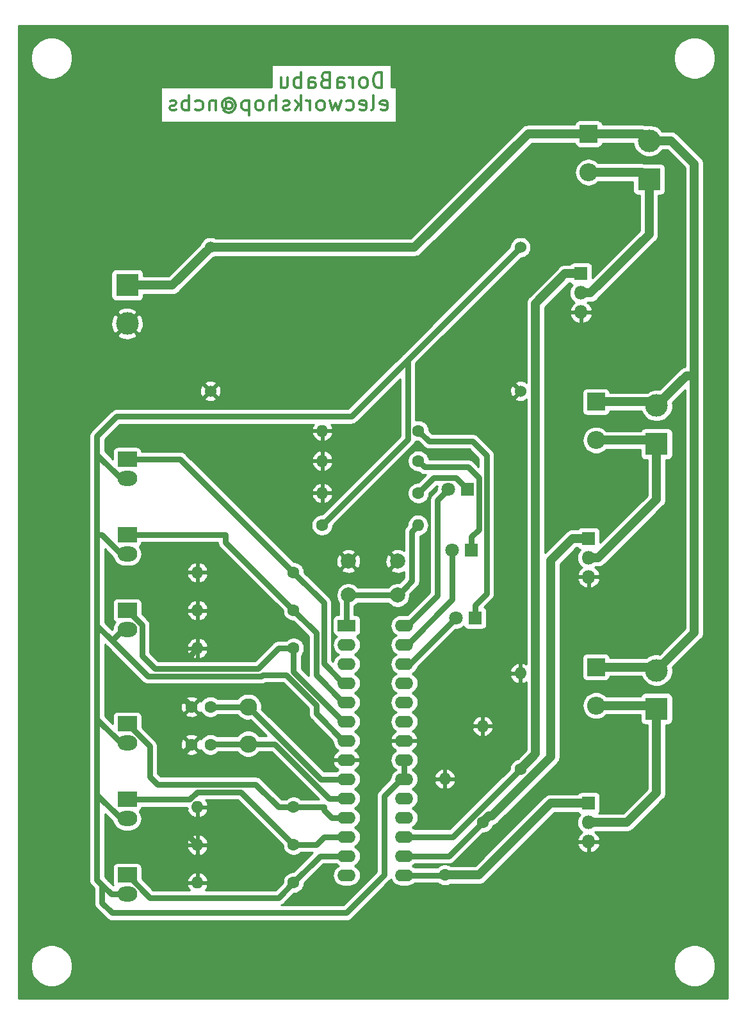
<source format=gbr>
G04 #@! TF.GenerationSoftware,KiCad,Pcbnew,(5.1.2)-2*
G04 #@! TF.CreationDate,2019-07-31T12:25:26+05:30*
G04 #@! TF.ProjectId,DoorInterlock29_07_2019,446f6f72-496e-4746-9572-6c6f636b3239,rev?*
G04 #@! TF.SameCoordinates,Original*
G04 #@! TF.FileFunction,Copper,L2,Bot*
G04 #@! TF.FilePolarity,Positive*
%FSLAX46Y46*%
G04 Gerber Fmt 4.6, Leading zero omitted, Abs format (unit mm)*
G04 Created by KiCad (PCBNEW (5.1.2)-2) date 2019-07-31 12:25:26*
%MOMM*%
%LPD*%
G04 APERTURE LIST*
%ADD10C,0.300000*%
%ADD11C,0.375000*%
%ADD12R,2.400000X2.400000*%
%ADD13O,2.400000X2.400000*%
%ADD14R,1.800000X1.800000*%
%ADD15C,1.800000*%
%ADD16R,3.000000X3.000000*%
%ADD17C,3.000000*%
%ADD18R,2.600000X2.000000*%
%ADD19O,2.600000X2.000000*%
%ADD20O,1.800000X1.800000*%
%ADD21C,1.600000*%
%ADD22O,1.600000X1.600000*%
%ADD23C,2.000000*%
%ADD24C,2.300000*%
%ADD25R,2.400000X1.600000*%
%ADD26O,2.400000X1.600000*%
%ADD27C,1.524000*%
%ADD28C,0.800000*%
%ADD29C,0.800000*%
%ADD30C,1.200000*%
%ADD31C,0.254000*%
G04 APERTURE END LIST*
D10*
X108666666Y-38904761D02*
X108666666Y-36904761D01*
X108190476Y-36904761D01*
X107904761Y-37000000D01*
X107714285Y-37190476D01*
X107619047Y-37380952D01*
X107523809Y-37761904D01*
X107523809Y-38047619D01*
X107619047Y-38428571D01*
X107714285Y-38619047D01*
X107904761Y-38809523D01*
X108190476Y-38904761D01*
X108666666Y-38904761D01*
X106380952Y-38904761D02*
X106571428Y-38809523D01*
X106666666Y-38714285D01*
X106761904Y-38523809D01*
X106761904Y-37952380D01*
X106666666Y-37761904D01*
X106571428Y-37666666D01*
X106380952Y-37571428D01*
X106095238Y-37571428D01*
X105904761Y-37666666D01*
X105809523Y-37761904D01*
X105714285Y-37952380D01*
X105714285Y-38523809D01*
X105809523Y-38714285D01*
X105904761Y-38809523D01*
X106095238Y-38904761D01*
X106380952Y-38904761D01*
X104857142Y-38904761D02*
X104857142Y-37571428D01*
X104857142Y-37952380D02*
X104761904Y-37761904D01*
X104666666Y-37666666D01*
X104476190Y-37571428D01*
X104285714Y-37571428D01*
X102761904Y-38904761D02*
X102761904Y-37857142D01*
X102857142Y-37666666D01*
X103047619Y-37571428D01*
X103428571Y-37571428D01*
X103619047Y-37666666D01*
X102761904Y-38809523D02*
X102952380Y-38904761D01*
X103428571Y-38904761D01*
X103619047Y-38809523D01*
X103714285Y-38619047D01*
X103714285Y-38428571D01*
X103619047Y-38238095D01*
X103428571Y-38142857D01*
X102952380Y-38142857D01*
X102761904Y-38047619D01*
X101142857Y-37857142D02*
X100857142Y-37952380D01*
X100761904Y-38047619D01*
X100666666Y-38238095D01*
X100666666Y-38523809D01*
X100761904Y-38714285D01*
X100857142Y-38809523D01*
X101047619Y-38904761D01*
X101809523Y-38904761D01*
X101809523Y-36904761D01*
X101142857Y-36904761D01*
X100952380Y-37000000D01*
X100857142Y-37095238D01*
X100761904Y-37285714D01*
X100761904Y-37476190D01*
X100857142Y-37666666D01*
X100952380Y-37761904D01*
X101142857Y-37857142D01*
X101809523Y-37857142D01*
X98952380Y-38904761D02*
X98952380Y-37857142D01*
X99047619Y-37666666D01*
X99238095Y-37571428D01*
X99619047Y-37571428D01*
X99809523Y-37666666D01*
X98952380Y-38809523D02*
X99142857Y-38904761D01*
X99619047Y-38904761D01*
X99809523Y-38809523D01*
X99904761Y-38619047D01*
X99904761Y-38428571D01*
X99809523Y-38238095D01*
X99619047Y-38142857D01*
X99142857Y-38142857D01*
X98952380Y-38047619D01*
X98000000Y-38904761D02*
X98000000Y-36904761D01*
X98000000Y-37666666D02*
X97809523Y-37571428D01*
X97428571Y-37571428D01*
X97238095Y-37666666D01*
X97142857Y-37761904D01*
X97047619Y-37952380D01*
X97047619Y-38523809D01*
X97142857Y-38714285D01*
X97238095Y-38809523D01*
X97428571Y-38904761D01*
X97809523Y-38904761D01*
X98000000Y-38809523D01*
X95333333Y-37571428D02*
X95333333Y-38904761D01*
X96190476Y-37571428D02*
X96190476Y-38619047D01*
X96095238Y-38809523D01*
X95904761Y-38904761D01*
X95619047Y-38904761D01*
X95428571Y-38809523D01*
X95333333Y-38714285D01*
D11*
X108523809Y-41809523D02*
X108714285Y-41904761D01*
X109095238Y-41904761D01*
X109285714Y-41809523D01*
X109380952Y-41619047D01*
X109380952Y-40857142D01*
X109285714Y-40666666D01*
X109095238Y-40571428D01*
X108714285Y-40571428D01*
X108523809Y-40666666D01*
X108428571Y-40857142D01*
X108428571Y-41047619D01*
X109380952Y-41238095D01*
X107285714Y-41904761D02*
X107476190Y-41809523D01*
X107571428Y-41619047D01*
X107571428Y-39904761D01*
X105761904Y-41809523D02*
X105952380Y-41904761D01*
X106333333Y-41904761D01*
X106523809Y-41809523D01*
X106619047Y-41619047D01*
X106619047Y-40857142D01*
X106523809Y-40666666D01*
X106333333Y-40571428D01*
X105952380Y-40571428D01*
X105761904Y-40666666D01*
X105666666Y-40857142D01*
X105666666Y-41047619D01*
X106619047Y-41238095D01*
X103952380Y-41809523D02*
X104142857Y-41904761D01*
X104523809Y-41904761D01*
X104714285Y-41809523D01*
X104809523Y-41714285D01*
X104904761Y-41523809D01*
X104904761Y-40952380D01*
X104809523Y-40761904D01*
X104714285Y-40666666D01*
X104523809Y-40571428D01*
X104142857Y-40571428D01*
X103952380Y-40666666D01*
X103285714Y-40571428D02*
X102904761Y-41904761D01*
X102523809Y-40952380D01*
X102142857Y-41904761D01*
X101761904Y-40571428D01*
X100714285Y-41904761D02*
X100904761Y-41809523D01*
X101000000Y-41714285D01*
X101095238Y-41523809D01*
X101095238Y-40952380D01*
X101000000Y-40761904D01*
X100904761Y-40666666D01*
X100714285Y-40571428D01*
X100428571Y-40571428D01*
X100238095Y-40666666D01*
X100142857Y-40761904D01*
X100047619Y-40952380D01*
X100047619Y-41523809D01*
X100142857Y-41714285D01*
X100238095Y-41809523D01*
X100428571Y-41904761D01*
X100714285Y-41904761D01*
X99190476Y-41904761D02*
X99190476Y-40571428D01*
X99190476Y-40952380D02*
X99095238Y-40761904D01*
X99000000Y-40666666D01*
X98809523Y-40571428D01*
X98619047Y-40571428D01*
X97952380Y-41904761D02*
X97952380Y-39904761D01*
X97761904Y-41142857D02*
X97190476Y-41904761D01*
X97190476Y-40571428D02*
X97952380Y-41333333D01*
X96428571Y-41809523D02*
X96238095Y-41904761D01*
X95857142Y-41904761D01*
X95666666Y-41809523D01*
X95571428Y-41619047D01*
X95571428Y-41523809D01*
X95666666Y-41333333D01*
X95857142Y-41238095D01*
X96142857Y-41238095D01*
X96333333Y-41142857D01*
X96428571Y-40952380D01*
X96428571Y-40857142D01*
X96333333Y-40666666D01*
X96142857Y-40571428D01*
X95857142Y-40571428D01*
X95666666Y-40666666D01*
X94714285Y-41904761D02*
X94714285Y-39904761D01*
X93857142Y-41904761D02*
X93857142Y-40857142D01*
X93952380Y-40666666D01*
X94142857Y-40571428D01*
X94428571Y-40571428D01*
X94619047Y-40666666D01*
X94714285Y-40761904D01*
X92619047Y-41904761D02*
X92809523Y-41809523D01*
X92904761Y-41714285D01*
X93000000Y-41523809D01*
X93000000Y-40952380D01*
X92904761Y-40761904D01*
X92809523Y-40666666D01*
X92619047Y-40571428D01*
X92333333Y-40571428D01*
X92142857Y-40666666D01*
X92047619Y-40761904D01*
X91952380Y-40952380D01*
X91952380Y-41523809D01*
X92047619Y-41714285D01*
X92142857Y-41809523D01*
X92333333Y-41904761D01*
X92619047Y-41904761D01*
X91095238Y-40571428D02*
X91095238Y-42571428D01*
X91095238Y-40666666D02*
X90904761Y-40571428D01*
X90523809Y-40571428D01*
X90333333Y-40666666D01*
X90238095Y-40761904D01*
X90142857Y-40952380D01*
X90142857Y-41523809D01*
X90238095Y-41714285D01*
X90333333Y-41809523D01*
X90523809Y-41904761D01*
X90904761Y-41904761D01*
X91095238Y-41809523D01*
X88047619Y-40952380D02*
X88142857Y-40857142D01*
X88333333Y-40761904D01*
X88523809Y-40761904D01*
X88714285Y-40857142D01*
X88809523Y-40952380D01*
X88904761Y-41142857D01*
X88904761Y-41333333D01*
X88809523Y-41523809D01*
X88714285Y-41619047D01*
X88523809Y-41714285D01*
X88333333Y-41714285D01*
X88142857Y-41619047D01*
X88047619Y-41523809D01*
X88047619Y-40761904D02*
X88047619Y-41523809D01*
X87952380Y-41619047D01*
X87857142Y-41619047D01*
X87666666Y-41523809D01*
X87571428Y-41333333D01*
X87571428Y-40857142D01*
X87761904Y-40571428D01*
X88047619Y-40380952D01*
X88428571Y-40285714D01*
X88809523Y-40380952D01*
X89095238Y-40571428D01*
X89285714Y-40857142D01*
X89380952Y-41238095D01*
X89285714Y-41619047D01*
X89095238Y-41904761D01*
X88809523Y-42095238D01*
X88428571Y-42190476D01*
X88047619Y-42095238D01*
X87761904Y-41904761D01*
X86714285Y-40571428D02*
X86714285Y-41904761D01*
X86714285Y-40761904D02*
X86619047Y-40666666D01*
X86428571Y-40571428D01*
X86142857Y-40571428D01*
X85952380Y-40666666D01*
X85857142Y-40857142D01*
X85857142Y-41904761D01*
X84047619Y-41809523D02*
X84238095Y-41904761D01*
X84619047Y-41904761D01*
X84809523Y-41809523D01*
X84904761Y-41714285D01*
X85000000Y-41523809D01*
X85000000Y-40952380D01*
X84904761Y-40761904D01*
X84809523Y-40666666D01*
X84619047Y-40571428D01*
X84238095Y-40571428D01*
X84047619Y-40666666D01*
X83190476Y-41904761D02*
X83190476Y-39904761D01*
X83190476Y-40666666D02*
X83000000Y-40571428D01*
X82619047Y-40571428D01*
X82428571Y-40666666D01*
X82333333Y-40761904D01*
X82238095Y-40952380D01*
X82238095Y-41523809D01*
X82333333Y-41714285D01*
X82428571Y-41809523D01*
X82619047Y-41904761D01*
X83000000Y-41904761D01*
X83190476Y-41809523D01*
X81476190Y-41809523D02*
X81285714Y-41904761D01*
X80904761Y-41904761D01*
X80714285Y-41809523D01*
X80619047Y-41619047D01*
X80619047Y-41523809D01*
X80714285Y-41333333D01*
X80904761Y-41238095D01*
X81190476Y-41238095D01*
X81380952Y-41142857D01*
X81476190Y-40952380D01*
X81476190Y-40857142D01*
X81380952Y-40666666D01*
X81190476Y-40571428D01*
X80904761Y-40571428D01*
X80714285Y-40666666D01*
D12*
X136000000Y-45000000D03*
D13*
X136000000Y-50080000D03*
D12*
X137000000Y-80420000D03*
D13*
X137000000Y-85500000D03*
D12*
X137000000Y-115500000D03*
D13*
X137000000Y-120580000D03*
D14*
X120000000Y-92000000D03*
D15*
X117460000Y-92000000D03*
D14*
X120540000Y-100000000D03*
D15*
X118000000Y-100000000D03*
D14*
X121000000Y-109000000D03*
D15*
X118460000Y-109000000D03*
D16*
X75000000Y-65000000D03*
D17*
X75000000Y-70080000D03*
D16*
X145000000Y-121000000D03*
D17*
X145000000Y-115920000D03*
D18*
X75000000Y-123000000D03*
D19*
X75000000Y-125540000D03*
D18*
X75000000Y-88000000D03*
D19*
X75000000Y-90540000D03*
D16*
X145000000Y-86000000D03*
D17*
X145000000Y-80920000D03*
D18*
X75000000Y-98000000D03*
D19*
X75000000Y-100540000D03*
D18*
X75000000Y-133000000D03*
D19*
X75000000Y-135540000D03*
D18*
X75000000Y-143000000D03*
D19*
X75000000Y-145540000D03*
D18*
X75000000Y-108000000D03*
D19*
X75000000Y-110540000D03*
D14*
X136000000Y-133500000D03*
D20*
X136000000Y-136040000D03*
X136000000Y-138580000D03*
D21*
X113500000Y-92500000D03*
D22*
X100800000Y-92500000D03*
D21*
X113500000Y-88250000D03*
D22*
X100800000Y-88250000D03*
D21*
X113500000Y-84250000D03*
D22*
X100800000Y-84250000D03*
D21*
X100750000Y-96750000D03*
D22*
X113450000Y-96750000D03*
D21*
X117000000Y-143000000D03*
D22*
X117000000Y-130300000D03*
D21*
X97000000Y-134000000D03*
D22*
X84300000Y-134000000D03*
D21*
X97000000Y-103000000D03*
D22*
X84300000Y-103000000D03*
D21*
X122000000Y-136000000D03*
D22*
X122000000Y-123300000D03*
D21*
X97000000Y-108000000D03*
D22*
X84300000Y-108000000D03*
D21*
X97000000Y-139000000D03*
D22*
X84300000Y-139000000D03*
D21*
X127000000Y-129000000D03*
D22*
X127000000Y-116300000D03*
D21*
X97000000Y-144000000D03*
D22*
X84300000Y-144000000D03*
D21*
X97000000Y-113000000D03*
D22*
X84300000Y-113000000D03*
D23*
X104250000Y-106000000D03*
X104250000Y-101500000D03*
X110750000Y-106000000D03*
X110750000Y-101500000D03*
D24*
X91000000Y-125650000D03*
X91000000Y-120750000D03*
D14*
X136000000Y-98500000D03*
D20*
X136000000Y-101040000D03*
X136000000Y-103580000D03*
D14*
X135000000Y-63500000D03*
D20*
X135000000Y-66040000D03*
X135000000Y-68580000D03*
D25*
X104000000Y-110000000D03*
D26*
X111620000Y-143020000D03*
X104000000Y-112540000D03*
X111620000Y-140480000D03*
X104000000Y-115080000D03*
X111620000Y-137940000D03*
X104000000Y-117620000D03*
X111620000Y-135400000D03*
X104000000Y-120160000D03*
X111620000Y-132860000D03*
X104000000Y-122700000D03*
X111620000Y-130320000D03*
X104000000Y-125240000D03*
X111620000Y-127780000D03*
X104000000Y-127780000D03*
X111620000Y-125240000D03*
X104000000Y-130320000D03*
X111620000Y-122700000D03*
X104000000Y-132860000D03*
X111620000Y-120160000D03*
X104000000Y-135400000D03*
X111620000Y-117620000D03*
X104000000Y-137940000D03*
X111620000Y-115080000D03*
X104000000Y-140480000D03*
X111620000Y-112540000D03*
X104000000Y-143020000D03*
X111620000Y-110000000D03*
D21*
X83500000Y-120750000D03*
X86000000Y-120750000D03*
X86000000Y-125750000D03*
X83500000Y-125750000D03*
D16*
X144000000Y-51000000D03*
D17*
X144000000Y-45920000D03*
D27*
X127000000Y-60000000D03*
X127000000Y-79000000D03*
X86000000Y-79000000D03*
X86000000Y-60000000D03*
D28*
X81000000Y-119000000D03*
X81000000Y-114000000D03*
X81000000Y-135000000D03*
X81000000Y-129000000D03*
D29*
X82700001Y-119950001D02*
X81950001Y-119950001D01*
X83500000Y-120750000D02*
X82700001Y-119950001D01*
X81950001Y-119950001D02*
X81000000Y-119000000D01*
X83300000Y-114000000D02*
X84300000Y-113000000D01*
X81000000Y-114000000D02*
X83300000Y-114000000D01*
X84300000Y-139000000D02*
X81000000Y-135700000D01*
X81000000Y-135700000D02*
X81000000Y-135000000D01*
X81000000Y-128250000D02*
X83500000Y-125750000D01*
X81000000Y-129000000D02*
X81000000Y-128250000D01*
X100570000Y-130320000D02*
X104000000Y-130320000D01*
X91000000Y-120750000D02*
X100570000Y-130320000D01*
X86000000Y-120750000D02*
X91000000Y-120750000D01*
X101695774Y-132860000D02*
X104000000Y-132860000D01*
X91000000Y-125650000D02*
X94485774Y-125650000D01*
X94485774Y-125650000D02*
X101695774Y-132860000D01*
X86100000Y-125650000D02*
X86000000Y-125750000D01*
X91000000Y-125650000D02*
X86100000Y-125650000D01*
X112020000Y-110000000D02*
X111620000Y-110000000D01*
X116000000Y-106020000D02*
X112020000Y-110000000D01*
X116000000Y-93460000D02*
X116000000Y-106020000D01*
X117460000Y-92000000D02*
X116000000Y-93460000D01*
X118499999Y-90499999D02*
X120000000Y-92000000D01*
X115500001Y-90499999D02*
X118499999Y-90499999D01*
X113500000Y-92500000D02*
X115500001Y-90499999D01*
X112020000Y-112540000D02*
X111620000Y-112540000D01*
X118000000Y-106560000D02*
X112020000Y-112540000D01*
X118000000Y-100000000D02*
X118000000Y-106560000D01*
X114299999Y-89049999D02*
X120049999Y-89049999D01*
X113500000Y-88250000D02*
X114299999Y-89049999D01*
X120540000Y-98300000D02*
X120540000Y-100000000D01*
X121500001Y-97339999D02*
X120540000Y-98300000D01*
X121500001Y-90500001D02*
X121500001Y-97339999D01*
X120049999Y-89049999D02*
X121500001Y-90500001D01*
X121000000Y-107300000D02*
X121000000Y-109000000D01*
X122500011Y-105799989D02*
X121000000Y-107300000D01*
X122500011Y-87500011D02*
X122500011Y-105799989D01*
X120650001Y-85650001D02*
X122500011Y-87500011D01*
X114900001Y-85650001D02*
X120650001Y-85650001D01*
X113500000Y-84250000D02*
X114900001Y-85650001D01*
X112380000Y-115080000D02*
X111620000Y-115080000D01*
X118460000Y-109000000D02*
X112380000Y-115080000D01*
D30*
X81000000Y-65000000D02*
X86000000Y-60000000D01*
X75000000Y-65000000D02*
X81000000Y-65000000D01*
X150000000Y-49000000D02*
X150000000Y-77000000D01*
X144000000Y-45920000D02*
X146920000Y-45920000D01*
X146920000Y-45920000D02*
X150000000Y-49000000D01*
X148920000Y-77000000D02*
X145000000Y-80920000D01*
X150000000Y-77000000D02*
X148920000Y-77000000D01*
X150000000Y-110920000D02*
X145000000Y-115920000D01*
X150000000Y-77000000D02*
X150000000Y-110920000D01*
X128000000Y-45000000D02*
X136000000Y-45000000D01*
X86000000Y-60000000D02*
X113000000Y-60000000D01*
X113000000Y-60000000D02*
X128000000Y-45000000D01*
X143080000Y-45000000D02*
X144000000Y-45920000D01*
X136000000Y-45000000D02*
X143080000Y-45000000D01*
X144500000Y-80420000D02*
X145000000Y-80920000D01*
X137000000Y-80420000D02*
X144500000Y-80420000D01*
X144580000Y-115500000D02*
X145000000Y-115920000D01*
X137000000Y-115500000D02*
X144580000Y-115500000D01*
X137272792Y-136040000D02*
X136000000Y-136040000D01*
X141056002Y-136040000D02*
X137272792Y-136040000D01*
X145000000Y-132096002D02*
X141056002Y-136040000D01*
X145000000Y-121000000D02*
X145000000Y-132096002D01*
D29*
X101549999Y-95950001D02*
X100750000Y-96750000D01*
X112099999Y-85400001D02*
X101549999Y-95950001D01*
X112099999Y-74900001D02*
X112099999Y-85400001D01*
X104625010Y-82374990D02*
X73625010Y-82374990D01*
X114500000Y-72500000D02*
X104625010Y-82374990D01*
X114500000Y-72500000D02*
X112099999Y-74900001D01*
X127000000Y-60000000D02*
X114500000Y-72500000D01*
X73625010Y-82374990D02*
X71000000Y-85000000D01*
X72900000Y-145540000D02*
X75000000Y-145540000D01*
X71000000Y-132380002D02*
X71000000Y-132000000D01*
X74159998Y-135540000D02*
X71000000Y-132380002D01*
X75000000Y-135540000D02*
X74159998Y-135540000D01*
X71000000Y-132000000D02*
X71000000Y-143640000D01*
X71000000Y-122380002D02*
X71000000Y-122000000D01*
X74159998Y-125540000D02*
X71000000Y-122380002D01*
X75000000Y-125540000D02*
X74159998Y-125540000D01*
X71000000Y-122000000D02*
X71000000Y-132000000D01*
X71619998Y-98000000D02*
X71000000Y-98000000D01*
X74159998Y-100540000D02*
X71619998Y-98000000D01*
X75000000Y-100540000D02*
X74159998Y-100540000D01*
X71000000Y-98000000D02*
X71000000Y-108000000D01*
X71000000Y-87380002D02*
X71000000Y-87000000D01*
X74159998Y-90540000D02*
X71000000Y-87380002D01*
X75000000Y-90540000D02*
X74159998Y-90540000D01*
X71000000Y-85000000D02*
X71000000Y-87000000D01*
X71000000Y-87000000D02*
X71000000Y-98000000D01*
X111620000Y-127780000D02*
X111620000Y-130320000D01*
X71000000Y-113000000D02*
X71000000Y-122000000D01*
X111220000Y-130320000D02*
X109000000Y-132540000D01*
X111620000Y-130320000D02*
X111220000Y-130320000D01*
X109000000Y-132540000D02*
X109000000Y-143000000D01*
X109000000Y-143000000D02*
X104000000Y-148000000D01*
X104000000Y-148000000D02*
X73000000Y-148000000D01*
X71680000Y-146680000D02*
X71680000Y-144320000D01*
X73000000Y-148000000D02*
X71680000Y-146680000D01*
X71000000Y-143640000D02*
X71680000Y-144320000D01*
X71680000Y-144320000D02*
X72900000Y-145540000D01*
X103600000Y-125240000D02*
X100000000Y-121640000D01*
X104000000Y-125240000D02*
X103600000Y-125240000D01*
X100000000Y-120514226D02*
X96000000Y-116514226D01*
X100000000Y-121640000D02*
X100000000Y-120514226D01*
X92714217Y-116700010D02*
X77700010Y-116700010D01*
X92900001Y-116514226D02*
X92714217Y-116700010D01*
X96000000Y-116514226D02*
X92900001Y-116514226D01*
X71000000Y-108000000D02*
X71000000Y-110000000D01*
X71000000Y-110000000D02*
X71000000Y-113000000D01*
X74460000Y-110540000D02*
X73000000Y-112000000D01*
X75000000Y-110540000D02*
X74460000Y-110540000D01*
X77700010Y-116700010D02*
X73000000Y-112000000D01*
X73000000Y-112000000D02*
X71000000Y-110000000D01*
X97000000Y-134000000D02*
X101000000Y-134000000D01*
X102000000Y-135400000D02*
X104000000Y-135400000D01*
X101000000Y-134400000D02*
X102000000Y-135400000D01*
X101000000Y-134000000D02*
X101000000Y-134400000D01*
X75000000Y-123000000D02*
X75022755Y-123000000D01*
X75022755Y-123000000D02*
X78000000Y-125977245D01*
X78000000Y-125977245D02*
X78000000Y-130000000D01*
X78999990Y-130999990D02*
X91999990Y-130999990D01*
X78000000Y-130000000D02*
X78999990Y-130999990D01*
X95000000Y-134000000D02*
X97000000Y-134000000D01*
X91999990Y-130999990D02*
X95000000Y-134000000D01*
X82000000Y-88000000D02*
X97000000Y-103000000D01*
X75000000Y-88000000D02*
X82000000Y-88000000D01*
X97000000Y-103000000D02*
X101000000Y-107000000D01*
X103600000Y-117620000D02*
X104000000Y-117620000D01*
X101000000Y-115020000D02*
X103600000Y-117620000D01*
X101000000Y-107000000D02*
X101000000Y-115020000D01*
D30*
X137272792Y-101040000D02*
X136000000Y-101040000D01*
X145000000Y-93312792D02*
X137272792Y-101040000D01*
X145000000Y-86000000D02*
X145000000Y-93312792D01*
D29*
X88000000Y-99000000D02*
X97000000Y-108000000D01*
X75000000Y-98000000D02*
X88000000Y-98000000D01*
X88000000Y-98000000D02*
X88000000Y-99000000D01*
X103600000Y-120160000D02*
X104000000Y-120160000D01*
X100000000Y-116560000D02*
X103600000Y-120160000D01*
X100000000Y-111000000D02*
X100000000Y-116560000D01*
X97000000Y-108000000D02*
X100000000Y-111000000D01*
X90000000Y-132000000D02*
X97000000Y-139000000D01*
X84227998Y-132000000D02*
X90000000Y-132000000D01*
X75000000Y-133000000D02*
X83227998Y-133000000D01*
X83227998Y-133000000D02*
X84227998Y-132000000D01*
X97000000Y-139000000D02*
X100000000Y-139000000D01*
X101060000Y-137940000D02*
X104000000Y-137940000D01*
X100000000Y-139000000D02*
X101060000Y-137940000D01*
X75022755Y-143000000D02*
X78022755Y-146000000D01*
X75000000Y-143000000D02*
X75022755Y-143000000D01*
X95000000Y-146000000D02*
X97000000Y-144000000D01*
X78022755Y-146000000D02*
X95000000Y-146000000D01*
X100520000Y-140480000D02*
X104000000Y-140480000D01*
X97000000Y-144000000D02*
X100520000Y-140480000D01*
X103600000Y-122700000D02*
X104000000Y-122700000D01*
X97000000Y-116100000D02*
X103600000Y-122700000D01*
X97000000Y-113000000D02*
X97000000Y-116100000D01*
X97000000Y-113000000D02*
X95000000Y-113000000D01*
X95000000Y-113000000D02*
X92300000Y-115700000D01*
X92300000Y-115700000D02*
X78700000Y-115700000D01*
X78700000Y-115700000D02*
X77000000Y-114000000D01*
X75022755Y-108000000D02*
X75000000Y-108000000D01*
X77000000Y-109977245D02*
X75022755Y-108000000D01*
X77000000Y-114000000D02*
X77000000Y-109977245D01*
D30*
X136272792Y-66040000D02*
X135000000Y-66040000D01*
X144000000Y-58312792D02*
X136272792Y-66040000D01*
X144000000Y-51000000D02*
X144000000Y-58312792D01*
D29*
X116980000Y-143020000D02*
X117000000Y-143000000D01*
X111620000Y-143020000D02*
X116980000Y-143020000D01*
D30*
X117000000Y-143000000D02*
X121500000Y-143000000D01*
X131000000Y-133500000D02*
X136000000Y-133500000D01*
X121500000Y-143000000D02*
X131000000Y-133500000D01*
D29*
X104250000Y-106000000D02*
X110750000Y-106000000D01*
X111749999Y-105000001D02*
X110750000Y-106000000D01*
X112650001Y-104099999D02*
X111749999Y-105000001D01*
X112650001Y-97549999D02*
X112650001Y-104099999D01*
X113450000Y-96750000D02*
X112650001Y-97549999D01*
X104000000Y-106250000D02*
X104250000Y-106000000D01*
X104000000Y-110000000D02*
X104000000Y-106250000D01*
X117520000Y-140480000D02*
X122000000Y-136000000D01*
X111620000Y-140480000D02*
X117520000Y-140480000D01*
D30*
X133900000Y-98500000D02*
X136000000Y-98500000D01*
X131000000Y-101400000D02*
X133900000Y-98500000D01*
X131000000Y-127368002D02*
X131000000Y-101400000D01*
X123168001Y-135200001D02*
X131000000Y-127368002D01*
X122799999Y-135200001D02*
X123168001Y-135200001D01*
X122000000Y-136000000D02*
X122799999Y-135200001D01*
D29*
X118060000Y-137940000D02*
X127000000Y-129000000D01*
X111620000Y-137940000D02*
X118060000Y-137940000D01*
D30*
X132900000Y-63500000D02*
X135000000Y-63500000D01*
X129000000Y-67400000D02*
X132900000Y-63500000D01*
X127000000Y-129000000D02*
X129000000Y-127000000D01*
X129000000Y-127000000D02*
X129000000Y-67400000D01*
X144580000Y-120580000D02*
X145000000Y-121000000D01*
X137000000Y-120580000D02*
X144580000Y-120580000D01*
X144500000Y-85500000D02*
X145000000Y-86000000D01*
X137000000Y-85500000D02*
X144500000Y-85500000D01*
X143080000Y-50080000D02*
X144000000Y-51000000D01*
X136000000Y-50080000D02*
X143080000Y-50080000D01*
D31*
G36*
X154340001Y-159340000D02*
G01*
X60660000Y-159340000D01*
X60660000Y-154725701D01*
X62215000Y-154725701D01*
X62215000Y-155274299D01*
X62322026Y-155812354D01*
X62531965Y-156319192D01*
X62836750Y-156775334D01*
X63224666Y-157163250D01*
X63680808Y-157468035D01*
X64187646Y-157677974D01*
X64725701Y-157785000D01*
X65274299Y-157785000D01*
X65812354Y-157677974D01*
X66319192Y-157468035D01*
X66775334Y-157163250D01*
X67163250Y-156775334D01*
X67468035Y-156319192D01*
X67677974Y-155812354D01*
X67785000Y-155274299D01*
X67785000Y-154725701D01*
X147215000Y-154725701D01*
X147215000Y-155274299D01*
X147322026Y-155812354D01*
X147531965Y-156319192D01*
X147836750Y-156775334D01*
X148224666Y-157163250D01*
X148680808Y-157468035D01*
X149187646Y-157677974D01*
X149725701Y-157785000D01*
X150274299Y-157785000D01*
X150812354Y-157677974D01*
X151319192Y-157468035D01*
X151775334Y-157163250D01*
X152163250Y-156775334D01*
X152468035Y-156319192D01*
X152677974Y-155812354D01*
X152785000Y-155274299D01*
X152785000Y-154725701D01*
X152677974Y-154187646D01*
X152468035Y-153680808D01*
X152163250Y-153224666D01*
X151775334Y-152836750D01*
X151319192Y-152531965D01*
X150812354Y-152322026D01*
X150274299Y-152215000D01*
X149725701Y-152215000D01*
X149187646Y-152322026D01*
X148680808Y-152531965D01*
X148224666Y-152836750D01*
X147836750Y-153224666D01*
X147531965Y-153680808D01*
X147322026Y-154187646D01*
X147215000Y-154725701D01*
X67785000Y-154725701D01*
X67677974Y-154187646D01*
X67468035Y-153680808D01*
X67163250Y-153224666D01*
X66775334Y-152836750D01*
X66319192Y-152531965D01*
X65812354Y-152322026D01*
X65274299Y-152215000D01*
X64725701Y-152215000D01*
X64187646Y-152322026D01*
X63680808Y-152531965D01*
X63224666Y-152836750D01*
X62836750Y-153224666D01*
X62531965Y-153680808D01*
X62322026Y-154187646D01*
X62215000Y-154725701D01*
X60660000Y-154725701D01*
X60660000Y-98000000D01*
X69959993Y-98000000D01*
X69965000Y-98050838D01*
X69965001Y-107949153D01*
X69965000Y-107949163D01*
X69965001Y-109949153D01*
X69965000Y-109949163D01*
X69965000Y-109949172D01*
X69959994Y-110000000D01*
X69965000Y-110050828D01*
X69965001Y-112949153D01*
X69965000Y-112949163D01*
X69965001Y-121949153D01*
X69965000Y-121949163D01*
X69965000Y-122329174D01*
X69959994Y-122380002D01*
X69965000Y-122430830D01*
X69965001Y-131949153D01*
X69965000Y-131949163D01*
X69965000Y-132329174D01*
X69959994Y-132380002D01*
X69965000Y-132430830D01*
X69965001Y-143589162D01*
X69959994Y-143640000D01*
X69979977Y-143842895D01*
X70039160Y-144037993D01*
X70135266Y-144217797D01*
X70232197Y-144335907D01*
X70264605Y-144375396D01*
X70304093Y-144407803D01*
X70645001Y-144748711D01*
X70645000Y-146629172D01*
X70639994Y-146680000D01*
X70645000Y-146730828D01*
X70645000Y-146730837D01*
X70659976Y-146882894D01*
X70719159Y-147077992D01*
X70815266Y-147257797D01*
X70944604Y-147415396D01*
X70984097Y-147447807D01*
X72232197Y-148695908D01*
X72264604Y-148735396D01*
X72304092Y-148767803D01*
X72422202Y-148864734D01*
X72518309Y-148916104D01*
X72602007Y-148960841D01*
X72797105Y-149020024D01*
X72949162Y-149035000D01*
X72949164Y-149035000D01*
X73000000Y-149040007D01*
X73050835Y-149035000D01*
X103949172Y-149035000D01*
X104000000Y-149040006D01*
X104050828Y-149035000D01*
X104050838Y-149035000D01*
X104202895Y-149020024D01*
X104397993Y-148960841D01*
X104577797Y-148864734D01*
X104735396Y-148735396D01*
X104767807Y-148695903D01*
X109695908Y-143767803D01*
X109735396Y-143735396D01*
X109804690Y-143650961D01*
X109864734Y-143577798D01*
X109880620Y-143548078D01*
X109887818Y-143571808D01*
X110021068Y-143821101D01*
X110200392Y-144039608D01*
X110418899Y-144218932D01*
X110668192Y-144352182D01*
X110938691Y-144434236D01*
X111149508Y-144455000D01*
X112090492Y-144455000D01*
X112301309Y-144434236D01*
X112571808Y-144352182D01*
X112821101Y-144218932D01*
X113020853Y-144055000D01*
X116025604Y-144055000D01*
X116085241Y-144114637D01*
X116320273Y-144271680D01*
X116581426Y-144379853D01*
X116858665Y-144435000D01*
X117141335Y-144435000D01*
X117418574Y-144379853D01*
X117679727Y-144271680D01*
X117734623Y-144235000D01*
X121439335Y-144235000D01*
X121500000Y-144240975D01*
X121560665Y-144235000D01*
X121742102Y-144217130D01*
X121974901Y-144146511D01*
X122189449Y-144031833D01*
X122377502Y-143877502D01*
X122416179Y-143830374D01*
X127301812Y-138944741D01*
X134508959Y-138944741D01*
X134608766Y-139228620D01*
X134762038Y-139487573D01*
X134962884Y-139711649D01*
X135203586Y-139892236D01*
X135474893Y-140022394D01*
X135635260Y-140071036D01*
X135873000Y-139950378D01*
X135873000Y-138707000D01*
X136127000Y-138707000D01*
X136127000Y-139950378D01*
X136364740Y-140071036D01*
X136525107Y-140022394D01*
X136796414Y-139892236D01*
X137037116Y-139711649D01*
X137237962Y-139487573D01*
X137391234Y-139228620D01*
X137491041Y-138944741D01*
X137370992Y-138707000D01*
X136127000Y-138707000D01*
X135873000Y-138707000D01*
X134629008Y-138707000D01*
X134508959Y-138944741D01*
X127301812Y-138944741D01*
X131511554Y-134735000D01*
X134559043Y-134735000D01*
X134569463Y-134754494D01*
X134648815Y-134851185D01*
X134745506Y-134930537D01*
X134855820Y-134989502D01*
X134872280Y-134994495D01*
X134717519Y-135183073D01*
X134574983Y-135449739D01*
X134487210Y-135739087D01*
X134457573Y-136040000D01*
X134487210Y-136340913D01*
X134574983Y-136630261D01*
X134717519Y-136896927D01*
X134909339Y-137130661D01*
X135137142Y-137317614D01*
X134962884Y-137448351D01*
X134762038Y-137672427D01*
X134608766Y-137931380D01*
X134508959Y-138215259D01*
X134629008Y-138453000D01*
X135873000Y-138453000D01*
X135873000Y-138433000D01*
X136127000Y-138433000D01*
X136127000Y-138453000D01*
X137370992Y-138453000D01*
X137491041Y-138215259D01*
X137391234Y-137931380D01*
X137237962Y-137672427D01*
X137037116Y-137448351D01*
X136862858Y-137317614D01*
X136914783Y-137275000D01*
X140995337Y-137275000D01*
X141056002Y-137280975D01*
X141116667Y-137275000D01*
X141150376Y-137271680D01*
X141298104Y-137257130D01*
X141341081Y-137244093D01*
X141530903Y-137186511D01*
X141745451Y-137071833D01*
X141933504Y-136917502D01*
X141972180Y-136870375D01*
X145830380Y-133012176D01*
X145877502Y-132973504D01*
X146031833Y-132785451D01*
X146146511Y-132570903D01*
X146217130Y-132338104D01*
X146235000Y-132156667D01*
X146235000Y-132156658D01*
X146240974Y-132096003D01*
X146235000Y-132035348D01*
X146235000Y-123138072D01*
X146500000Y-123138072D01*
X146624482Y-123125812D01*
X146744180Y-123089502D01*
X146854494Y-123030537D01*
X146951185Y-122951185D01*
X147030537Y-122854494D01*
X147089502Y-122744180D01*
X147125812Y-122624482D01*
X147138072Y-122500000D01*
X147138072Y-119500000D01*
X147125812Y-119375518D01*
X147089502Y-119255820D01*
X147030537Y-119145506D01*
X146951185Y-119048815D01*
X146854494Y-118969463D01*
X146744180Y-118910498D01*
X146624482Y-118874188D01*
X146500000Y-118861928D01*
X143500000Y-118861928D01*
X143375518Y-118874188D01*
X143255820Y-118910498D01*
X143145506Y-118969463D01*
X143048815Y-119048815D01*
X142969463Y-119145506D01*
X142910498Y-119255820D01*
X142883446Y-119345000D01*
X138360297Y-119345000D01*
X138303819Y-119276181D01*
X138024404Y-119046871D01*
X137705622Y-118876479D01*
X137359723Y-118771552D01*
X137090139Y-118745000D01*
X136909861Y-118745000D01*
X136640277Y-118771552D01*
X136294378Y-118876479D01*
X135975596Y-119046871D01*
X135696181Y-119276181D01*
X135466871Y-119555596D01*
X135296479Y-119874378D01*
X135191552Y-120220277D01*
X135156122Y-120580000D01*
X135191552Y-120939723D01*
X135296479Y-121285622D01*
X135466871Y-121604404D01*
X135696181Y-121883819D01*
X135975596Y-122113129D01*
X136294378Y-122283521D01*
X136640277Y-122388448D01*
X136909861Y-122415000D01*
X137090139Y-122415000D01*
X137359723Y-122388448D01*
X137705622Y-122283521D01*
X138024404Y-122113129D01*
X138303819Y-121883819D01*
X138360297Y-121815000D01*
X142861928Y-121815000D01*
X142861928Y-122500000D01*
X142874188Y-122624482D01*
X142910498Y-122744180D01*
X142969463Y-122854494D01*
X143048815Y-122951185D01*
X143145506Y-123030537D01*
X143255820Y-123089502D01*
X143375518Y-123125812D01*
X143500000Y-123138072D01*
X143765000Y-123138072D01*
X143765001Y-131584447D01*
X140544449Y-134805000D01*
X137389088Y-134805000D01*
X137430537Y-134754494D01*
X137489502Y-134644180D01*
X137525812Y-134524482D01*
X137538072Y-134400000D01*
X137538072Y-132600000D01*
X137525812Y-132475518D01*
X137489502Y-132355820D01*
X137430537Y-132245506D01*
X137351185Y-132148815D01*
X137254494Y-132069463D01*
X137144180Y-132010498D01*
X137024482Y-131974188D01*
X136900000Y-131961928D01*
X135100000Y-131961928D01*
X134975518Y-131974188D01*
X134855820Y-132010498D01*
X134745506Y-132069463D01*
X134648815Y-132148815D01*
X134569463Y-132245506D01*
X134559043Y-132265000D01*
X131060665Y-132265000D01*
X131000000Y-132259025D01*
X130939335Y-132265000D01*
X130757898Y-132282870D01*
X130525099Y-132353489D01*
X130310551Y-132468167D01*
X130122498Y-132622498D01*
X130083826Y-132669620D01*
X120988447Y-141765000D01*
X117734623Y-141765000D01*
X117679727Y-141728320D01*
X117418574Y-141620147D01*
X117141335Y-141565000D01*
X116858665Y-141565000D01*
X116581426Y-141620147D01*
X116320273Y-141728320D01*
X116085241Y-141885363D01*
X115985604Y-141985000D01*
X113020853Y-141985000D01*
X112821101Y-141821068D01*
X112688142Y-141750000D01*
X112821101Y-141678932D01*
X113020853Y-141515000D01*
X117469172Y-141515000D01*
X117520000Y-141520006D01*
X117570828Y-141515000D01*
X117570838Y-141515000D01*
X117722895Y-141500024D01*
X117917993Y-141440841D01*
X118097797Y-141344734D01*
X118255396Y-141215396D01*
X118287807Y-141175903D01*
X122028711Y-137435000D01*
X122141335Y-137435000D01*
X122418574Y-137379853D01*
X122679727Y-137271680D01*
X122914759Y-137114637D01*
X123114637Y-136914759D01*
X123271680Y-136679727D01*
X123379190Y-136420176D01*
X123410103Y-136417131D01*
X123642902Y-136346512D01*
X123857450Y-136231834D01*
X124045503Y-136077503D01*
X124084180Y-136030375D01*
X131830381Y-128284175D01*
X131877502Y-128245504D01*
X132031833Y-128057451D01*
X132146511Y-127842903D01*
X132150310Y-127830381D01*
X132217130Y-127610105D01*
X132240975Y-127368003D01*
X132235000Y-127307338D01*
X132235000Y-103944741D01*
X134508959Y-103944741D01*
X134608766Y-104228620D01*
X134762038Y-104487573D01*
X134962884Y-104711649D01*
X135203586Y-104892236D01*
X135474893Y-105022394D01*
X135635260Y-105071036D01*
X135873000Y-104950378D01*
X135873000Y-103707000D01*
X136127000Y-103707000D01*
X136127000Y-104950378D01*
X136364740Y-105071036D01*
X136525107Y-105022394D01*
X136796414Y-104892236D01*
X137037116Y-104711649D01*
X137237962Y-104487573D01*
X137391234Y-104228620D01*
X137491041Y-103944741D01*
X137370992Y-103707000D01*
X136127000Y-103707000D01*
X135873000Y-103707000D01*
X134629008Y-103707000D01*
X134508959Y-103944741D01*
X132235000Y-103944741D01*
X132235000Y-101911553D01*
X134411554Y-99735000D01*
X134559043Y-99735000D01*
X134569463Y-99754494D01*
X134648815Y-99851185D01*
X134745506Y-99930537D01*
X134855820Y-99989502D01*
X134872280Y-99994495D01*
X134717519Y-100183073D01*
X134574983Y-100449739D01*
X134487210Y-100739087D01*
X134457573Y-101040000D01*
X134487210Y-101340913D01*
X134574983Y-101630261D01*
X134717519Y-101896927D01*
X134909339Y-102130661D01*
X135137142Y-102317614D01*
X134962884Y-102448351D01*
X134762038Y-102672427D01*
X134608766Y-102931380D01*
X134508959Y-103215259D01*
X134629008Y-103453000D01*
X135873000Y-103453000D01*
X135873000Y-103433000D01*
X136127000Y-103433000D01*
X136127000Y-103453000D01*
X137370992Y-103453000D01*
X137491041Y-103215259D01*
X137391234Y-102931380D01*
X137237962Y-102672427D01*
X137037116Y-102448351D01*
X136862858Y-102317614D01*
X136914783Y-102275000D01*
X137212127Y-102275000D01*
X137272792Y-102280975D01*
X137333457Y-102275000D01*
X137514894Y-102257130D01*
X137747693Y-102186511D01*
X137962241Y-102071833D01*
X138150294Y-101917502D01*
X138188971Y-101870374D01*
X145830380Y-94228966D01*
X145877502Y-94190294D01*
X146031833Y-94002241D01*
X146146511Y-93787693D01*
X146217130Y-93554894D01*
X146235000Y-93373457D01*
X146235000Y-93373448D01*
X146240974Y-93312793D01*
X146235000Y-93252138D01*
X146235000Y-88138072D01*
X146500000Y-88138072D01*
X146624482Y-88125812D01*
X146744180Y-88089502D01*
X146854494Y-88030537D01*
X146951185Y-87951185D01*
X147030537Y-87854494D01*
X147089502Y-87744180D01*
X147125812Y-87624482D01*
X147138072Y-87500000D01*
X147138072Y-84500000D01*
X147125812Y-84375518D01*
X147089502Y-84255820D01*
X147030537Y-84145506D01*
X146951185Y-84048815D01*
X146854494Y-83969463D01*
X146744180Y-83910498D01*
X146624482Y-83874188D01*
X146500000Y-83861928D01*
X143500000Y-83861928D01*
X143375518Y-83874188D01*
X143255820Y-83910498D01*
X143145506Y-83969463D01*
X143048815Y-84048815D01*
X142969463Y-84145506D01*
X142910498Y-84255820D01*
X142907713Y-84265000D01*
X138360297Y-84265000D01*
X138303819Y-84196181D01*
X138024404Y-83966871D01*
X137705622Y-83796479D01*
X137359723Y-83691552D01*
X137090139Y-83665000D01*
X136909861Y-83665000D01*
X136640277Y-83691552D01*
X136294378Y-83796479D01*
X135975596Y-83966871D01*
X135696181Y-84196181D01*
X135466871Y-84475596D01*
X135296479Y-84794378D01*
X135191552Y-85140277D01*
X135156122Y-85500000D01*
X135191552Y-85859723D01*
X135296479Y-86205622D01*
X135466871Y-86524404D01*
X135696181Y-86803819D01*
X135975596Y-87033129D01*
X136294378Y-87203521D01*
X136640277Y-87308448D01*
X136909861Y-87335000D01*
X137090139Y-87335000D01*
X137359723Y-87308448D01*
X137705622Y-87203521D01*
X138024404Y-87033129D01*
X138303819Y-86803819D01*
X138360297Y-86735000D01*
X142861928Y-86735000D01*
X142861928Y-87500000D01*
X142874188Y-87624482D01*
X142910498Y-87744180D01*
X142969463Y-87854494D01*
X143048815Y-87951185D01*
X143145506Y-88030537D01*
X143255820Y-88089502D01*
X143375518Y-88125812D01*
X143500000Y-88138072D01*
X143765000Y-88138072D01*
X143765001Y-92801237D01*
X137538072Y-99028167D01*
X137538072Y-97600000D01*
X137525812Y-97475518D01*
X137489502Y-97355820D01*
X137430537Y-97245506D01*
X137351185Y-97148815D01*
X137254494Y-97069463D01*
X137144180Y-97010498D01*
X137024482Y-96974188D01*
X136900000Y-96961928D01*
X135100000Y-96961928D01*
X134975518Y-96974188D01*
X134855820Y-97010498D01*
X134745506Y-97069463D01*
X134648815Y-97148815D01*
X134569463Y-97245506D01*
X134559043Y-97265000D01*
X133960654Y-97265000D01*
X133899999Y-97259026D01*
X133839344Y-97265000D01*
X133839335Y-97265000D01*
X133657898Y-97282870D01*
X133425099Y-97353489D01*
X133210551Y-97468167D01*
X133022498Y-97622498D01*
X132983826Y-97669620D01*
X130235000Y-100418447D01*
X130235000Y-68944741D01*
X133508959Y-68944741D01*
X133608766Y-69228620D01*
X133762038Y-69487573D01*
X133962884Y-69711649D01*
X134203586Y-69892236D01*
X134474893Y-70022394D01*
X134635260Y-70071036D01*
X134873000Y-69950378D01*
X134873000Y-68707000D01*
X135127000Y-68707000D01*
X135127000Y-69950378D01*
X135364740Y-70071036D01*
X135525107Y-70022394D01*
X135796414Y-69892236D01*
X136037116Y-69711649D01*
X136237962Y-69487573D01*
X136391234Y-69228620D01*
X136491041Y-68944741D01*
X136370992Y-68707000D01*
X135127000Y-68707000D01*
X134873000Y-68707000D01*
X133629008Y-68707000D01*
X133508959Y-68944741D01*
X130235000Y-68944741D01*
X130235000Y-67911553D01*
X133411554Y-64735000D01*
X133559043Y-64735000D01*
X133569463Y-64754494D01*
X133648815Y-64851185D01*
X133745506Y-64930537D01*
X133855820Y-64989502D01*
X133872280Y-64994495D01*
X133717519Y-65183073D01*
X133574983Y-65449739D01*
X133487210Y-65739087D01*
X133457573Y-66040000D01*
X133487210Y-66340913D01*
X133574983Y-66630261D01*
X133717519Y-66896927D01*
X133909339Y-67130661D01*
X134137142Y-67317614D01*
X133962884Y-67448351D01*
X133762038Y-67672427D01*
X133608766Y-67931380D01*
X133508959Y-68215259D01*
X133629008Y-68453000D01*
X134873000Y-68453000D01*
X134873000Y-68433000D01*
X135127000Y-68433000D01*
X135127000Y-68453000D01*
X136370992Y-68453000D01*
X136491041Y-68215259D01*
X136391234Y-67931380D01*
X136237962Y-67672427D01*
X136037116Y-67448351D01*
X135862858Y-67317614D01*
X135914783Y-67275000D01*
X136212127Y-67275000D01*
X136272792Y-67280975D01*
X136333457Y-67275000D01*
X136514894Y-67257130D01*
X136747693Y-67186511D01*
X136962241Y-67071833D01*
X137150294Y-66917502D01*
X137188971Y-66870374D01*
X144830380Y-59228966D01*
X144877502Y-59190294D01*
X145031833Y-59002241D01*
X145146511Y-58787693D01*
X145217130Y-58554894D01*
X145235000Y-58373457D01*
X145235000Y-58373448D01*
X145240974Y-58312793D01*
X145235000Y-58252138D01*
X145235000Y-53138072D01*
X145500000Y-53138072D01*
X145624482Y-53125812D01*
X145744180Y-53089502D01*
X145854494Y-53030537D01*
X145951185Y-52951185D01*
X146030537Y-52854494D01*
X146089502Y-52744180D01*
X146125812Y-52624482D01*
X146138072Y-52500000D01*
X146138072Y-49500000D01*
X146125812Y-49375518D01*
X146089502Y-49255820D01*
X146030537Y-49145506D01*
X145951185Y-49048815D01*
X145854494Y-48969463D01*
X145744180Y-48910498D01*
X145624482Y-48874188D01*
X145500000Y-48861928D01*
X143312538Y-48861928D01*
X143140665Y-48845000D01*
X143080000Y-48839025D01*
X143019335Y-48845000D01*
X137360297Y-48845000D01*
X137303819Y-48776181D01*
X137024404Y-48546871D01*
X136705622Y-48376479D01*
X136359723Y-48271552D01*
X136090139Y-48245000D01*
X135909861Y-48245000D01*
X135640277Y-48271552D01*
X135294378Y-48376479D01*
X134975596Y-48546871D01*
X134696181Y-48776181D01*
X134466871Y-49055596D01*
X134296479Y-49374378D01*
X134191552Y-49720277D01*
X134156122Y-50080000D01*
X134191552Y-50439723D01*
X134296479Y-50785622D01*
X134466871Y-51104404D01*
X134696181Y-51383819D01*
X134975596Y-51613129D01*
X135294378Y-51783521D01*
X135640277Y-51888448D01*
X135909861Y-51915000D01*
X136090139Y-51915000D01*
X136359723Y-51888448D01*
X136705622Y-51783521D01*
X137024404Y-51613129D01*
X137303819Y-51383819D01*
X137360297Y-51315000D01*
X141861928Y-51315000D01*
X141861928Y-52500000D01*
X141874188Y-52624482D01*
X141910498Y-52744180D01*
X141969463Y-52854494D01*
X142048815Y-52951185D01*
X142145506Y-53030537D01*
X142255820Y-53089502D01*
X142375518Y-53125812D01*
X142500000Y-53138072D01*
X142765000Y-53138072D01*
X142765001Y-57801237D01*
X136538072Y-64028167D01*
X136538072Y-62600000D01*
X136525812Y-62475518D01*
X136489502Y-62355820D01*
X136430537Y-62245506D01*
X136351185Y-62148815D01*
X136254494Y-62069463D01*
X136144180Y-62010498D01*
X136024482Y-61974188D01*
X135900000Y-61961928D01*
X134100000Y-61961928D01*
X133975518Y-61974188D01*
X133855820Y-62010498D01*
X133745506Y-62069463D01*
X133648815Y-62148815D01*
X133569463Y-62245506D01*
X133559043Y-62265000D01*
X132960665Y-62265000D01*
X132900000Y-62259025D01*
X132839335Y-62265000D01*
X132657898Y-62282870D01*
X132425099Y-62353489D01*
X132210551Y-62468167D01*
X132022498Y-62622498D01*
X131983826Y-62669620D01*
X128169621Y-66483826D01*
X128122499Y-66522498D01*
X127968168Y-66710551D01*
X127958067Y-66729449D01*
X127853489Y-66925101D01*
X127782870Y-67157898D01*
X127759025Y-67400000D01*
X127765001Y-67460675D01*
X127765001Y-77959306D01*
X127718980Y-77794344D01*
X127469952Y-77677244D01*
X127202865Y-77610977D01*
X126927983Y-77598090D01*
X126655867Y-77639078D01*
X126396977Y-77732364D01*
X126281020Y-77794344D01*
X126214040Y-78034435D01*
X127000000Y-78820395D01*
X127014143Y-78806253D01*
X127193748Y-78985858D01*
X127179605Y-79000000D01*
X127193748Y-79014143D01*
X127014143Y-79193748D01*
X127000000Y-79179605D01*
X126214040Y-79965565D01*
X126281020Y-80205656D01*
X126530048Y-80322756D01*
X126797135Y-80389023D01*
X127072017Y-80401910D01*
X127344133Y-80360922D01*
X127603023Y-80267636D01*
X127718980Y-80205656D01*
X127765001Y-80040694D01*
X127765000Y-115089407D01*
X127737420Y-115068963D01*
X127483087Y-114948754D01*
X127349039Y-114908096D01*
X127127000Y-115030085D01*
X127127000Y-116173000D01*
X127147000Y-116173000D01*
X127147000Y-116427000D01*
X127127000Y-116427000D01*
X127127000Y-117569915D01*
X127349039Y-117691904D01*
X127483087Y-117651246D01*
X127737420Y-117531037D01*
X127765000Y-117510593D01*
X127765000Y-126488446D01*
X126646180Y-127607266D01*
X126581426Y-127620147D01*
X126320273Y-127728320D01*
X126085241Y-127885363D01*
X125885363Y-128085241D01*
X125728320Y-128320273D01*
X125620147Y-128581426D01*
X125565000Y-128858665D01*
X125565000Y-128971289D01*
X117631290Y-136905000D01*
X113020853Y-136905000D01*
X112821101Y-136741068D01*
X112688142Y-136670000D01*
X112821101Y-136598932D01*
X113039608Y-136419608D01*
X113218932Y-136201101D01*
X113352182Y-135951808D01*
X113434236Y-135681309D01*
X113461943Y-135400000D01*
X113434236Y-135118691D01*
X113352182Y-134848192D01*
X113218932Y-134598899D01*
X113039608Y-134380392D01*
X112821101Y-134201068D01*
X112688142Y-134130000D01*
X112821101Y-134058932D01*
X113039608Y-133879608D01*
X113218932Y-133661101D01*
X113352182Y-133411808D01*
X113434236Y-133141309D01*
X113461943Y-132860000D01*
X113434236Y-132578691D01*
X113352182Y-132308192D01*
X113218932Y-132058899D01*
X113039608Y-131840392D01*
X112821101Y-131661068D01*
X112688142Y-131590000D01*
X112821101Y-131518932D01*
X113039608Y-131339608D01*
X113218932Y-131121101D01*
X113352182Y-130871808D01*
X113419757Y-130649040D01*
X115608091Y-130649040D01*
X115702930Y-130913881D01*
X115847615Y-131155131D01*
X116036586Y-131363519D01*
X116262580Y-131531037D01*
X116516913Y-131651246D01*
X116650961Y-131691904D01*
X116873000Y-131569915D01*
X116873000Y-130427000D01*
X117127000Y-130427000D01*
X117127000Y-131569915D01*
X117349039Y-131691904D01*
X117483087Y-131651246D01*
X117737420Y-131531037D01*
X117963414Y-131363519D01*
X118152385Y-131155131D01*
X118297070Y-130913881D01*
X118391909Y-130649040D01*
X118270624Y-130427000D01*
X117127000Y-130427000D01*
X116873000Y-130427000D01*
X115729376Y-130427000D01*
X115608091Y-130649040D01*
X113419757Y-130649040D01*
X113434236Y-130601309D01*
X113461943Y-130320000D01*
X113434236Y-130038691D01*
X113407624Y-129950960D01*
X115608091Y-129950960D01*
X115729376Y-130173000D01*
X116873000Y-130173000D01*
X116873000Y-129030085D01*
X117127000Y-129030085D01*
X117127000Y-130173000D01*
X118270624Y-130173000D01*
X118391909Y-129950960D01*
X118297070Y-129686119D01*
X118152385Y-129444869D01*
X117963414Y-129236481D01*
X117737420Y-129068963D01*
X117483087Y-128948754D01*
X117349039Y-128908096D01*
X117127000Y-129030085D01*
X116873000Y-129030085D01*
X116650961Y-128908096D01*
X116516913Y-128948754D01*
X116262580Y-129068963D01*
X116036586Y-129236481D01*
X115847615Y-129444869D01*
X115702930Y-129686119D01*
X115608091Y-129950960D01*
X113407624Y-129950960D01*
X113352182Y-129768192D01*
X113218932Y-129518899D01*
X113039608Y-129300392D01*
X112821101Y-129121068D01*
X112688142Y-129050000D01*
X112821101Y-128978932D01*
X113039608Y-128799608D01*
X113218932Y-128581101D01*
X113352182Y-128331808D01*
X113434236Y-128061309D01*
X113461943Y-127780000D01*
X113434236Y-127498691D01*
X113352182Y-127228192D01*
X113218932Y-126978899D01*
X113039608Y-126760392D01*
X112821101Y-126581068D01*
X112693259Y-126512735D01*
X112922839Y-126362601D01*
X113124500Y-126164895D01*
X113283715Y-125931646D01*
X113394367Y-125671818D01*
X113411904Y-125589039D01*
X113289915Y-125367000D01*
X111747000Y-125367000D01*
X111747000Y-125387000D01*
X111493000Y-125387000D01*
X111493000Y-125367000D01*
X109950085Y-125367000D01*
X109828096Y-125589039D01*
X109845633Y-125671818D01*
X109956285Y-125931646D01*
X110115500Y-126164895D01*
X110317161Y-126362601D01*
X110546741Y-126512735D01*
X110418899Y-126581068D01*
X110200392Y-126760392D01*
X110021068Y-126978899D01*
X109887818Y-127228192D01*
X109805764Y-127498691D01*
X109778057Y-127780000D01*
X109805764Y-128061309D01*
X109887818Y-128331808D01*
X110021068Y-128581101D01*
X110200392Y-128799608D01*
X110418899Y-128978932D01*
X110551858Y-129050000D01*
X110418899Y-129121068D01*
X110200392Y-129300392D01*
X110021068Y-129518899D01*
X109887818Y-129768192D01*
X109805764Y-130038691D01*
X109780435Y-130295854D01*
X108304097Y-131772193D01*
X108264604Y-131804604D01*
X108135266Y-131962203D01*
X108039159Y-132142008D01*
X107979976Y-132337106D01*
X107965000Y-132489163D01*
X107965000Y-132489172D01*
X107959994Y-132540000D01*
X107965000Y-132590828D01*
X107965001Y-142571288D01*
X103571290Y-146965000D01*
X95384283Y-146965000D01*
X95397993Y-146960841D01*
X95577797Y-146864734D01*
X95735396Y-146735396D01*
X95767807Y-146695903D01*
X97028711Y-145435000D01*
X97141335Y-145435000D01*
X97418574Y-145379853D01*
X97679727Y-145271680D01*
X97914759Y-145114637D01*
X98114637Y-144914759D01*
X98271680Y-144679727D01*
X98379853Y-144418574D01*
X98435000Y-144141335D01*
X98435000Y-144028710D01*
X100948711Y-141515000D01*
X102599147Y-141515000D01*
X102798899Y-141678932D01*
X102931858Y-141750000D01*
X102798899Y-141821068D01*
X102580392Y-142000392D01*
X102401068Y-142218899D01*
X102267818Y-142468192D01*
X102185764Y-142738691D01*
X102158057Y-143020000D01*
X102185764Y-143301309D01*
X102267818Y-143571808D01*
X102401068Y-143821101D01*
X102580392Y-144039608D01*
X102798899Y-144218932D01*
X103048192Y-144352182D01*
X103318691Y-144434236D01*
X103529508Y-144455000D01*
X104470492Y-144455000D01*
X104681309Y-144434236D01*
X104951808Y-144352182D01*
X105201101Y-144218932D01*
X105419608Y-144039608D01*
X105598932Y-143821101D01*
X105732182Y-143571808D01*
X105814236Y-143301309D01*
X105841943Y-143020000D01*
X105814236Y-142738691D01*
X105732182Y-142468192D01*
X105598932Y-142218899D01*
X105419608Y-142000392D01*
X105201101Y-141821068D01*
X105068142Y-141750000D01*
X105201101Y-141678932D01*
X105419608Y-141499608D01*
X105598932Y-141281101D01*
X105732182Y-141031808D01*
X105814236Y-140761309D01*
X105841943Y-140480000D01*
X105814236Y-140198691D01*
X105732182Y-139928192D01*
X105598932Y-139678899D01*
X105419608Y-139460392D01*
X105201101Y-139281068D01*
X105068142Y-139210000D01*
X105201101Y-139138932D01*
X105419608Y-138959608D01*
X105598932Y-138741101D01*
X105732182Y-138491808D01*
X105814236Y-138221309D01*
X105841943Y-137940000D01*
X105814236Y-137658691D01*
X105732182Y-137388192D01*
X105598932Y-137138899D01*
X105419608Y-136920392D01*
X105201101Y-136741068D01*
X105068142Y-136670000D01*
X105201101Y-136598932D01*
X105419608Y-136419608D01*
X105598932Y-136201101D01*
X105732182Y-135951808D01*
X105814236Y-135681309D01*
X105841943Y-135400000D01*
X105814236Y-135118691D01*
X105732182Y-134848192D01*
X105598932Y-134598899D01*
X105419608Y-134380392D01*
X105201101Y-134201068D01*
X105068142Y-134130000D01*
X105201101Y-134058932D01*
X105419608Y-133879608D01*
X105598932Y-133661101D01*
X105732182Y-133411808D01*
X105814236Y-133141309D01*
X105841943Y-132860000D01*
X105814236Y-132578691D01*
X105732182Y-132308192D01*
X105598932Y-132058899D01*
X105419608Y-131840392D01*
X105201101Y-131661068D01*
X105068142Y-131590000D01*
X105201101Y-131518932D01*
X105419608Y-131339608D01*
X105598932Y-131121101D01*
X105732182Y-130871808D01*
X105814236Y-130601309D01*
X105841943Y-130320000D01*
X105814236Y-130038691D01*
X105732182Y-129768192D01*
X105598932Y-129518899D01*
X105419608Y-129300392D01*
X105201101Y-129121068D01*
X105073259Y-129052735D01*
X105302839Y-128902601D01*
X105504500Y-128704895D01*
X105663715Y-128471646D01*
X105774367Y-128211818D01*
X105791904Y-128129039D01*
X105669915Y-127907000D01*
X104127000Y-127907000D01*
X104127000Y-127927000D01*
X103873000Y-127927000D01*
X103873000Y-127907000D01*
X102330085Y-127907000D01*
X102208096Y-128129039D01*
X102225633Y-128211818D01*
X102336285Y-128471646D01*
X102495500Y-128704895D01*
X102697161Y-128902601D01*
X102926741Y-129052735D01*
X102798899Y-129121068D01*
X102599147Y-129285000D01*
X100998711Y-129285000D01*
X92760863Y-121047153D01*
X92785000Y-120925807D01*
X92785000Y-120574193D01*
X92716404Y-120229335D01*
X92581847Y-119904485D01*
X92386500Y-119612129D01*
X92137871Y-119363500D01*
X91845515Y-119168153D01*
X91520665Y-119033596D01*
X91175807Y-118965000D01*
X90824193Y-118965000D01*
X90479335Y-119033596D01*
X90154485Y-119168153D01*
X89862129Y-119363500D01*
X89613500Y-119612129D01*
X89544763Y-119715000D01*
X86994396Y-119715000D01*
X86914759Y-119635363D01*
X86679727Y-119478320D01*
X86418574Y-119370147D01*
X86141335Y-119315000D01*
X85858665Y-119315000D01*
X85581426Y-119370147D01*
X85320273Y-119478320D01*
X85085241Y-119635363D01*
X84885363Y-119835241D01*
X84751308Y-120035869D01*
X84736671Y-120008486D01*
X84492702Y-119936903D01*
X83679605Y-120750000D01*
X84492702Y-121563097D01*
X84736671Y-121491514D01*
X84750324Y-121462659D01*
X84885363Y-121664759D01*
X85085241Y-121864637D01*
X85320273Y-122021680D01*
X85581426Y-122129853D01*
X85858665Y-122185000D01*
X86141335Y-122185000D01*
X86418574Y-122129853D01*
X86679727Y-122021680D01*
X86914759Y-121864637D01*
X86994396Y-121785000D01*
X89544763Y-121785000D01*
X89613500Y-121887871D01*
X89862129Y-122136500D01*
X90154485Y-122331847D01*
X90479335Y-122466404D01*
X90824193Y-122535000D01*
X91175807Y-122535000D01*
X91297153Y-122510863D01*
X93401290Y-124615000D01*
X92455237Y-124615000D01*
X92386500Y-124512129D01*
X92137871Y-124263500D01*
X91845515Y-124068153D01*
X91520665Y-123933596D01*
X91175807Y-123865000D01*
X90824193Y-123865000D01*
X90479335Y-123933596D01*
X90154485Y-124068153D01*
X89862129Y-124263500D01*
X89613500Y-124512129D01*
X89544763Y-124615000D01*
X86884284Y-124615000D01*
X86679727Y-124478320D01*
X86418574Y-124370147D01*
X86141335Y-124315000D01*
X85858665Y-124315000D01*
X85581426Y-124370147D01*
X85320273Y-124478320D01*
X85085241Y-124635363D01*
X84885363Y-124835241D01*
X84751308Y-125035869D01*
X84736671Y-125008486D01*
X84492702Y-124936903D01*
X83679605Y-125750000D01*
X84492702Y-126563097D01*
X84736671Y-126491514D01*
X84750324Y-126462659D01*
X84885363Y-126664759D01*
X85085241Y-126864637D01*
X85320273Y-127021680D01*
X85581426Y-127129853D01*
X85858665Y-127185000D01*
X86141335Y-127185000D01*
X86418574Y-127129853D01*
X86679727Y-127021680D01*
X86914759Y-126864637D01*
X87094396Y-126685000D01*
X89544763Y-126685000D01*
X89613500Y-126787871D01*
X89862129Y-127036500D01*
X90154485Y-127231847D01*
X90479335Y-127366404D01*
X90824193Y-127435000D01*
X91175807Y-127435000D01*
X91520665Y-127366404D01*
X91845515Y-127231847D01*
X92137871Y-127036500D01*
X92386500Y-126787871D01*
X92455237Y-126685000D01*
X94057064Y-126685000D01*
X100337063Y-132965000D01*
X97994396Y-132965000D01*
X97914759Y-132885363D01*
X97679727Y-132728320D01*
X97418574Y-132620147D01*
X97141335Y-132565000D01*
X96858665Y-132565000D01*
X96581426Y-132620147D01*
X96320273Y-132728320D01*
X96085241Y-132885363D01*
X96005604Y-132965000D01*
X95428711Y-132965000D01*
X92767797Y-130304087D01*
X92735386Y-130264594D01*
X92577787Y-130135256D01*
X92397983Y-130039149D01*
X92202885Y-129979966D01*
X92050828Y-129964990D01*
X92050818Y-129964990D01*
X91999990Y-129959984D01*
X91949162Y-129964990D01*
X79428701Y-129964990D01*
X79035000Y-129571290D01*
X79035000Y-126742702D01*
X82686903Y-126742702D01*
X82758486Y-126986671D01*
X83013996Y-127107571D01*
X83288184Y-127176300D01*
X83570512Y-127190217D01*
X83850130Y-127148787D01*
X84116292Y-127053603D01*
X84241514Y-126986671D01*
X84313097Y-126742702D01*
X83500000Y-125929605D01*
X82686903Y-126742702D01*
X79035000Y-126742702D01*
X79035000Y-126028072D01*
X79040006Y-125977244D01*
X79035000Y-125926416D01*
X79035000Y-125926407D01*
X79024571Y-125820512D01*
X82059783Y-125820512D01*
X82101213Y-126100130D01*
X82196397Y-126366292D01*
X82263329Y-126491514D01*
X82507298Y-126563097D01*
X83320395Y-125750000D01*
X82507298Y-124936903D01*
X82263329Y-125008486D01*
X82142429Y-125263996D01*
X82073700Y-125538184D01*
X82059783Y-125820512D01*
X79024571Y-125820512D01*
X79020024Y-125774350D01*
X78960841Y-125579252D01*
X78864960Y-125399870D01*
X78864734Y-125399447D01*
X78767803Y-125281337D01*
X78735396Y-125241849D01*
X78695908Y-125209442D01*
X78243764Y-124757298D01*
X82686903Y-124757298D01*
X83500000Y-125570395D01*
X84313097Y-124757298D01*
X84241514Y-124513329D01*
X83986004Y-124392429D01*
X83711816Y-124323700D01*
X83429488Y-124309783D01*
X83149870Y-124351213D01*
X82883708Y-124446397D01*
X82758486Y-124513329D01*
X82686903Y-124757298D01*
X78243764Y-124757298D01*
X76938072Y-123451607D01*
X76938072Y-122000000D01*
X76925812Y-121875518D01*
X76889502Y-121755820D01*
X76882491Y-121742702D01*
X82686903Y-121742702D01*
X82758486Y-121986671D01*
X83013996Y-122107571D01*
X83288184Y-122176300D01*
X83570512Y-122190217D01*
X83850130Y-122148787D01*
X84116292Y-122053603D01*
X84241514Y-121986671D01*
X84313097Y-121742702D01*
X83500000Y-120929605D01*
X82686903Y-121742702D01*
X76882491Y-121742702D01*
X76830537Y-121645506D01*
X76751185Y-121548815D01*
X76654494Y-121469463D01*
X76544180Y-121410498D01*
X76424482Y-121374188D01*
X76300000Y-121361928D01*
X73700000Y-121361928D01*
X73575518Y-121374188D01*
X73455820Y-121410498D01*
X73345506Y-121469463D01*
X73248815Y-121548815D01*
X73169463Y-121645506D01*
X73110498Y-121755820D01*
X73074188Y-121875518D01*
X73061928Y-122000000D01*
X73061928Y-122978220D01*
X72035000Y-121951292D01*
X72035000Y-120820512D01*
X82059783Y-120820512D01*
X82101213Y-121100130D01*
X82196397Y-121366292D01*
X82263329Y-121491514D01*
X82507298Y-121563097D01*
X83320395Y-120750000D01*
X82507298Y-119936903D01*
X82263329Y-120008486D01*
X82142429Y-120263996D01*
X82073700Y-120538184D01*
X82059783Y-120820512D01*
X72035000Y-120820512D01*
X72035000Y-119757298D01*
X82686903Y-119757298D01*
X83500000Y-120570395D01*
X84313097Y-119757298D01*
X84241514Y-119513329D01*
X83986004Y-119392429D01*
X83711816Y-119323700D01*
X83429488Y-119309783D01*
X83149870Y-119351213D01*
X82883708Y-119446397D01*
X82758486Y-119513329D01*
X82686903Y-119757298D01*
X72035000Y-119757298D01*
X72035000Y-112498711D01*
X72232196Y-112695907D01*
X72264604Y-112735396D01*
X72304092Y-112767803D01*
X76932207Y-117395918D01*
X76964614Y-117435406D01*
X77004102Y-117467813D01*
X77122212Y-117564744D01*
X77218319Y-117616114D01*
X77302017Y-117660851D01*
X77497115Y-117720034D01*
X77649172Y-117735010D01*
X77649174Y-117735010D01*
X77700010Y-117740017D01*
X77750845Y-117735010D01*
X92663389Y-117735010D01*
X92714217Y-117740016D01*
X92765045Y-117735010D01*
X92765055Y-117735010D01*
X92917112Y-117720034D01*
X93112210Y-117660851D01*
X93292014Y-117564744D01*
X93310923Y-117549226D01*
X95571290Y-117549226D01*
X98965001Y-120942938D01*
X98965000Y-121589171D01*
X98959994Y-121640000D01*
X98965000Y-121690828D01*
X98965000Y-121690837D01*
X98979976Y-121842894D01*
X99039159Y-122037992D01*
X99135266Y-122217797D01*
X99264604Y-122375396D01*
X99304097Y-122407807D01*
X102160435Y-125264146D01*
X102185764Y-125521309D01*
X102267818Y-125791808D01*
X102401068Y-126041101D01*
X102580392Y-126259608D01*
X102798899Y-126438932D01*
X102926741Y-126507265D01*
X102697161Y-126657399D01*
X102495500Y-126855105D01*
X102336285Y-127088354D01*
X102225633Y-127348182D01*
X102208096Y-127430961D01*
X102330085Y-127653000D01*
X103873000Y-127653000D01*
X103873000Y-127633000D01*
X104127000Y-127633000D01*
X104127000Y-127653000D01*
X105669915Y-127653000D01*
X105791904Y-127430961D01*
X105774367Y-127348182D01*
X105663715Y-127088354D01*
X105504500Y-126855105D01*
X105302839Y-126657399D01*
X105073259Y-126507265D01*
X105201101Y-126438932D01*
X105419608Y-126259608D01*
X105598932Y-126041101D01*
X105732182Y-125791808D01*
X105814236Y-125521309D01*
X105841943Y-125240000D01*
X105814236Y-124958691D01*
X105732182Y-124688192D01*
X105598932Y-124438899D01*
X105419608Y-124220392D01*
X105201101Y-124041068D01*
X105068142Y-123970000D01*
X105201101Y-123898932D01*
X105419608Y-123719608D01*
X105598932Y-123501101D01*
X105732182Y-123251808D01*
X105814236Y-122981309D01*
X105841943Y-122700000D01*
X105814236Y-122418691D01*
X105732182Y-122148192D01*
X105598932Y-121898899D01*
X105419608Y-121680392D01*
X105201101Y-121501068D01*
X105068142Y-121430000D01*
X105201101Y-121358932D01*
X105419608Y-121179608D01*
X105598932Y-120961101D01*
X105732182Y-120711808D01*
X105814236Y-120441309D01*
X105841943Y-120160000D01*
X105814236Y-119878691D01*
X105732182Y-119608192D01*
X105598932Y-119358899D01*
X105419608Y-119140392D01*
X105201101Y-118961068D01*
X105068142Y-118890000D01*
X105201101Y-118818932D01*
X105419608Y-118639608D01*
X105598932Y-118421101D01*
X105732182Y-118171808D01*
X105814236Y-117901309D01*
X105841943Y-117620000D01*
X105814236Y-117338691D01*
X105732182Y-117068192D01*
X105598932Y-116818899D01*
X105419608Y-116600392D01*
X105201101Y-116421068D01*
X105068142Y-116350000D01*
X105201101Y-116278932D01*
X105419608Y-116099608D01*
X105598932Y-115881101D01*
X105732182Y-115631808D01*
X105814236Y-115361309D01*
X105841943Y-115080000D01*
X105814236Y-114798691D01*
X105732182Y-114528192D01*
X105598932Y-114278899D01*
X105419608Y-114060392D01*
X105201101Y-113881068D01*
X105068142Y-113810000D01*
X105201101Y-113738932D01*
X105419608Y-113559608D01*
X105598932Y-113341101D01*
X105732182Y-113091808D01*
X105814236Y-112821309D01*
X105841943Y-112540000D01*
X105814236Y-112258691D01*
X105732182Y-111988192D01*
X105598932Y-111738899D01*
X105419608Y-111520392D01*
X105306518Y-111427581D01*
X105324482Y-111425812D01*
X105444180Y-111389502D01*
X105554494Y-111330537D01*
X105651185Y-111251185D01*
X105730537Y-111154494D01*
X105789502Y-111044180D01*
X105825812Y-110924482D01*
X105838072Y-110800000D01*
X105838072Y-109200000D01*
X105825812Y-109075518D01*
X105789502Y-108955820D01*
X105730537Y-108845506D01*
X105651185Y-108748815D01*
X105554494Y-108669463D01*
X105444180Y-108610498D01*
X105324482Y-108574188D01*
X105200000Y-108561928D01*
X105035000Y-108561928D01*
X105035000Y-107441877D01*
X105292252Y-107269987D01*
X105519987Y-107042252D01*
X105524833Y-107035000D01*
X109475167Y-107035000D01*
X109480013Y-107042252D01*
X109707748Y-107269987D01*
X109975537Y-107448918D01*
X110273088Y-107572168D01*
X110588967Y-107635000D01*
X110911033Y-107635000D01*
X111226912Y-107572168D01*
X111524463Y-107448918D01*
X111792252Y-107269987D01*
X112019987Y-107042252D01*
X112198918Y-106774463D01*
X112322168Y-106476912D01*
X112385000Y-106161033D01*
X112385000Y-105838967D01*
X112383298Y-105830412D01*
X112517802Y-105695909D01*
X112517806Y-105695904D01*
X113345909Y-104867802D01*
X113385397Y-104835395D01*
X113417804Y-104795907D01*
X113514735Y-104677797D01*
X113610841Y-104497993D01*
X113610842Y-104497992D01*
X113670025Y-104302894D01*
X113685001Y-104150837D01*
X113685001Y-104150828D01*
X113690007Y-104100000D01*
X113685001Y-104049172D01*
X113685001Y-98168797D01*
X113731309Y-98164236D01*
X114001808Y-98082182D01*
X114251101Y-97948932D01*
X114469608Y-97769608D01*
X114648932Y-97551101D01*
X114782182Y-97301808D01*
X114864236Y-97031309D01*
X114891943Y-96750000D01*
X114864236Y-96468691D01*
X114782182Y-96198192D01*
X114648932Y-95948899D01*
X114469608Y-95730392D01*
X114251101Y-95551068D01*
X114001808Y-95417818D01*
X113731309Y-95335764D01*
X113520492Y-95315000D01*
X113379508Y-95315000D01*
X113168691Y-95335764D01*
X112898192Y-95417818D01*
X112648899Y-95551068D01*
X112430392Y-95730392D01*
X112251068Y-95948899D01*
X112117818Y-96198192D01*
X112035764Y-96468691D01*
X112010435Y-96725855D01*
X111954098Y-96782192D01*
X111914605Y-96814603D01*
X111785267Y-96972202D01*
X111689160Y-97152007D01*
X111629977Y-97347105D01*
X111615001Y-97499162D01*
X111615001Y-97499171D01*
X111609995Y-97549999D01*
X111615001Y-97600827D01*
X111615001Y-100113873D01*
X111610044Y-100100186D01*
X111320429Y-99959296D01*
X111008892Y-99877616D01*
X110687405Y-99858282D01*
X110368325Y-99902039D01*
X110063912Y-100007205D01*
X109889956Y-100100186D01*
X109794192Y-100364587D01*
X110750000Y-101320395D01*
X110764143Y-101306253D01*
X110943748Y-101485858D01*
X110929605Y-101500000D01*
X110943748Y-101514143D01*
X110764143Y-101693748D01*
X110750000Y-101679605D01*
X109794192Y-102635413D01*
X109889956Y-102899814D01*
X110179571Y-103040704D01*
X110491108Y-103122384D01*
X110812595Y-103141718D01*
X111131675Y-103097961D01*
X111436088Y-102992795D01*
X111610044Y-102899814D01*
X111615002Y-102886126D01*
X111615002Y-103671287D01*
X111054096Y-104232194D01*
X111054091Y-104232198D01*
X110919588Y-104366702D01*
X110911033Y-104365000D01*
X110588967Y-104365000D01*
X110273088Y-104427832D01*
X109975537Y-104551082D01*
X109707748Y-104730013D01*
X109480013Y-104957748D01*
X109475167Y-104965000D01*
X105524833Y-104965000D01*
X105519987Y-104957748D01*
X105292252Y-104730013D01*
X105024463Y-104551082D01*
X104726912Y-104427832D01*
X104411033Y-104365000D01*
X104088967Y-104365000D01*
X103773088Y-104427832D01*
X103475537Y-104551082D01*
X103207748Y-104730013D01*
X102980013Y-104957748D01*
X102801082Y-105225537D01*
X102677832Y-105523088D01*
X102615000Y-105838967D01*
X102615000Y-106161033D01*
X102677832Y-106476912D01*
X102801082Y-106774463D01*
X102965001Y-107019785D01*
X102965000Y-108561928D01*
X102800000Y-108561928D01*
X102675518Y-108574188D01*
X102555820Y-108610498D01*
X102445506Y-108669463D01*
X102348815Y-108748815D01*
X102269463Y-108845506D01*
X102210498Y-108955820D01*
X102174188Y-109075518D01*
X102161928Y-109200000D01*
X102161928Y-110800000D01*
X102174188Y-110924482D01*
X102210498Y-111044180D01*
X102269463Y-111154494D01*
X102348815Y-111251185D01*
X102445506Y-111330537D01*
X102555820Y-111389502D01*
X102675518Y-111425812D01*
X102693482Y-111427581D01*
X102580392Y-111520392D01*
X102401068Y-111738899D01*
X102267818Y-111988192D01*
X102185764Y-112258691D01*
X102158057Y-112540000D01*
X102185764Y-112821309D01*
X102267818Y-113091808D01*
X102401068Y-113341101D01*
X102580392Y-113559608D01*
X102798899Y-113738932D01*
X102931858Y-113810000D01*
X102798899Y-113881068D01*
X102580392Y-114060392D01*
X102401068Y-114278899D01*
X102267818Y-114528192D01*
X102198946Y-114755236D01*
X102035000Y-114591290D01*
X102035000Y-107050827D01*
X102040006Y-106999999D01*
X102035000Y-106949171D01*
X102035000Y-106949162D01*
X102020024Y-106797105D01*
X101960841Y-106602007D01*
X101904124Y-106495897D01*
X101864734Y-106422202D01*
X101767803Y-106304092D01*
X101735396Y-106264604D01*
X101695908Y-106232197D01*
X98435000Y-102971290D01*
X98435000Y-102858665D01*
X98390592Y-102635413D01*
X103294192Y-102635413D01*
X103389956Y-102899814D01*
X103679571Y-103040704D01*
X103991108Y-103122384D01*
X104312595Y-103141718D01*
X104631675Y-103097961D01*
X104936088Y-102992795D01*
X105110044Y-102899814D01*
X105205808Y-102635413D01*
X104250000Y-101679605D01*
X103294192Y-102635413D01*
X98390592Y-102635413D01*
X98379853Y-102581426D01*
X98271680Y-102320273D01*
X98114637Y-102085241D01*
X97914759Y-101885363D01*
X97679727Y-101728320D01*
X97418574Y-101620147D01*
X97141335Y-101565000D01*
X97028711Y-101565000D01*
X97026306Y-101562595D01*
X102608282Y-101562595D01*
X102652039Y-101881675D01*
X102757205Y-102186088D01*
X102850186Y-102360044D01*
X103114587Y-102455808D01*
X104070395Y-101500000D01*
X104429605Y-101500000D01*
X105385413Y-102455808D01*
X105649814Y-102360044D01*
X105790704Y-102070429D01*
X105872384Y-101758892D01*
X105884189Y-101562595D01*
X109108282Y-101562595D01*
X109152039Y-101881675D01*
X109257205Y-102186088D01*
X109350186Y-102360044D01*
X109614587Y-102455808D01*
X110570395Y-101500000D01*
X109614587Y-100544192D01*
X109350186Y-100639956D01*
X109209296Y-100929571D01*
X109127616Y-101241108D01*
X109108282Y-101562595D01*
X105884189Y-101562595D01*
X105891718Y-101437405D01*
X105847961Y-101118325D01*
X105742795Y-100813912D01*
X105649814Y-100639956D01*
X105385413Y-100544192D01*
X104429605Y-101500000D01*
X104070395Y-101500000D01*
X103114587Y-100544192D01*
X102850186Y-100639956D01*
X102709296Y-100929571D01*
X102627616Y-101241108D01*
X102608282Y-101562595D01*
X97026306Y-101562595D01*
X95828298Y-100364587D01*
X103294192Y-100364587D01*
X104250000Y-101320395D01*
X105205808Y-100364587D01*
X105110044Y-100100186D01*
X104820429Y-99959296D01*
X104508892Y-99877616D01*
X104187405Y-99858282D01*
X103868325Y-99902039D01*
X103563912Y-100007205D01*
X103389956Y-100100186D01*
X103294192Y-100364587D01*
X95828298Y-100364587D01*
X88312750Y-92849039D01*
X99408096Y-92849039D01*
X99448754Y-92983087D01*
X99568963Y-93237420D01*
X99736481Y-93463414D01*
X99944869Y-93652385D01*
X100186119Y-93797070D01*
X100450960Y-93891909D01*
X100673000Y-93770624D01*
X100673000Y-92627000D01*
X100927000Y-92627000D01*
X100927000Y-93770624D01*
X101149040Y-93891909D01*
X101413881Y-93797070D01*
X101655131Y-93652385D01*
X101863519Y-93463414D01*
X102031037Y-93237420D01*
X102151246Y-92983087D01*
X102191904Y-92849039D01*
X102069915Y-92627000D01*
X100927000Y-92627000D01*
X100673000Y-92627000D01*
X99530085Y-92627000D01*
X99408096Y-92849039D01*
X88312750Y-92849039D01*
X87614672Y-92150961D01*
X99408096Y-92150961D01*
X99530085Y-92373000D01*
X100673000Y-92373000D01*
X100673000Y-91229376D01*
X100927000Y-91229376D01*
X100927000Y-92373000D01*
X102069915Y-92373000D01*
X102191904Y-92150961D01*
X102151246Y-92016913D01*
X102031037Y-91762580D01*
X101863519Y-91536586D01*
X101655131Y-91347615D01*
X101413881Y-91202930D01*
X101149040Y-91108091D01*
X100927000Y-91229376D01*
X100673000Y-91229376D01*
X100450960Y-91108091D01*
X100186119Y-91202930D01*
X99944869Y-91347615D01*
X99736481Y-91536586D01*
X99568963Y-91762580D01*
X99448754Y-92016913D01*
X99408096Y-92150961D01*
X87614672Y-92150961D01*
X84062750Y-88599039D01*
X99408096Y-88599039D01*
X99448754Y-88733087D01*
X99568963Y-88987420D01*
X99736481Y-89213414D01*
X99944869Y-89402385D01*
X100186119Y-89547070D01*
X100450960Y-89641909D01*
X100673000Y-89520624D01*
X100673000Y-88377000D01*
X100927000Y-88377000D01*
X100927000Y-89520624D01*
X101149040Y-89641909D01*
X101413881Y-89547070D01*
X101655131Y-89402385D01*
X101863519Y-89213414D01*
X102031037Y-88987420D01*
X102151246Y-88733087D01*
X102191904Y-88599039D01*
X102069915Y-88377000D01*
X100927000Y-88377000D01*
X100673000Y-88377000D01*
X99530085Y-88377000D01*
X99408096Y-88599039D01*
X84062750Y-88599039D01*
X83364672Y-87900961D01*
X99408096Y-87900961D01*
X99530085Y-88123000D01*
X100673000Y-88123000D01*
X100673000Y-86979376D01*
X100927000Y-86979376D01*
X100927000Y-88123000D01*
X102069915Y-88123000D01*
X102191904Y-87900961D01*
X102151246Y-87766913D01*
X102031037Y-87512580D01*
X101863519Y-87286586D01*
X101655131Y-87097615D01*
X101413881Y-86952930D01*
X101149040Y-86858091D01*
X100927000Y-86979376D01*
X100673000Y-86979376D01*
X100450960Y-86858091D01*
X100186119Y-86952930D01*
X99944869Y-87097615D01*
X99736481Y-87286586D01*
X99568963Y-87512580D01*
X99448754Y-87766913D01*
X99408096Y-87900961D01*
X83364672Y-87900961D01*
X82767807Y-87304097D01*
X82735396Y-87264604D01*
X82577797Y-87135266D01*
X82397993Y-87039159D01*
X82202895Y-86979976D01*
X82050838Y-86965000D01*
X82050828Y-86965000D01*
X82000000Y-86959994D01*
X81949172Y-86965000D01*
X76934625Y-86965000D01*
X76925812Y-86875518D01*
X76889502Y-86755820D01*
X76830537Y-86645506D01*
X76751185Y-86548815D01*
X76654494Y-86469463D01*
X76544180Y-86410498D01*
X76424482Y-86374188D01*
X76300000Y-86361928D01*
X73700000Y-86361928D01*
X73575518Y-86374188D01*
X73455820Y-86410498D01*
X73345506Y-86469463D01*
X73248815Y-86548815D01*
X73169463Y-86645506D01*
X73110498Y-86755820D01*
X73074188Y-86875518D01*
X73061928Y-87000000D01*
X73061928Y-87978220D01*
X72035000Y-86951292D01*
X72035000Y-85428710D01*
X72864671Y-84599039D01*
X99408096Y-84599039D01*
X99448754Y-84733087D01*
X99568963Y-84987420D01*
X99736481Y-85213414D01*
X99944869Y-85402385D01*
X100186119Y-85547070D01*
X100450960Y-85641909D01*
X100673000Y-85520624D01*
X100673000Y-84377000D01*
X100927000Y-84377000D01*
X100927000Y-85520624D01*
X101149040Y-85641909D01*
X101413881Y-85547070D01*
X101655131Y-85402385D01*
X101863519Y-85213414D01*
X102031037Y-84987420D01*
X102151246Y-84733087D01*
X102191904Y-84599039D01*
X102069915Y-84377000D01*
X100927000Y-84377000D01*
X100673000Y-84377000D01*
X99530085Y-84377000D01*
X99408096Y-84599039D01*
X72864671Y-84599039D01*
X74053721Y-83409990D01*
X99645008Y-83409990D01*
X99568963Y-83512580D01*
X99448754Y-83766913D01*
X99408096Y-83900961D01*
X99530085Y-84123000D01*
X100673000Y-84123000D01*
X100673000Y-84103000D01*
X100927000Y-84103000D01*
X100927000Y-84123000D01*
X102069915Y-84123000D01*
X102191904Y-83900961D01*
X102151246Y-83766913D01*
X102031037Y-83512580D01*
X101954992Y-83409990D01*
X104574182Y-83409990D01*
X104625010Y-83414996D01*
X104675838Y-83409990D01*
X104675848Y-83409990D01*
X104827905Y-83395014D01*
X105023003Y-83335831D01*
X105202807Y-83239724D01*
X105360406Y-83110386D01*
X105392817Y-83070893D01*
X111064999Y-77398711D01*
X111065000Y-84971289D01*
X100854097Y-95182193D01*
X100854091Y-95182198D01*
X100721289Y-95315000D01*
X100608665Y-95315000D01*
X100331426Y-95370147D01*
X100070273Y-95478320D01*
X99835241Y-95635363D01*
X99635363Y-95835241D01*
X99478320Y-96070273D01*
X99370147Y-96331426D01*
X99315000Y-96608665D01*
X99315000Y-96891335D01*
X99370147Y-97168574D01*
X99478320Y-97429727D01*
X99635363Y-97664759D01*
X99835241Y-97864637D01*
X100070273Y-98021680D01*
X100331426Y-98129853D01*
X100608665Y-98185000D01*
X100891335Y-98185000D01*
X101168574Y-98129853D01*
X101429727Y-98021680D01*
X101664759Y-97864637D01*
X101864637Y-97664759D01*
X102021680Y-97429727D01*
X102129853Y-97168574D01*
X102185000Y-96891335D01*
X102185000Y-96778711D01*
X102317802Y-96645909D01*
X102317807Y-96645903D01*
X112795907Y-86167804D01*
X112835395Y-86135397D01*
X112907125Y-86047994D01*
X112964733Y-85977799D01*
X113060839Y-85797995D01*
X113060840Y-85797994D01*
X113110115Y-85635560D01*
X113358665Y-85685000D01*
X113471289Y-85685000D01*
X114132197Y-86345908D01*
X114164605Y-86385397D01*
X114204093Y-86417804D01*
X114322203Y-86514735D01*
X114385963Y-86548815D01*
X114502008Y-86610842D01*
X114697106Y-86670025D01*
X114849163Y-86685001D01*
X114849172Y-86685001D01*
X114900000Y-86690007D01*
X114950828Y-86685001D01*
X120221291Y-86685001D01*
X121465011Y-87928722D01*
X121465011Y-89001301D01*
X120817806Y-88354096D01*
X120785395Y-88314603D01*
X120627796Y-88185265D01*
X120447992Y-88089158D01*
X120252894Y-88029975D01*
X120100837Y-88014999D01*
X120100827Y-88014999D01*
X120049999Y-88009993D01*
X119999171Y-88014999D01*
X114916368Y-88014999D01*
X114879853Y-87831426D01*
X114771680Y-87570273D01*
X114614637Y-87335241D01*
X114414759Y-87135363D01*
X114179727Y-86978320D01*
X113918574Y-86870147D01*
X113641335Y-86815000D01*
X113358665Y-86815000D01*
X113081426Y-86870147D01*
X112820273Y-86978320D01*
X112585241Y-87135363D01*
X112385363Y-87335241D01*
X112228320Y-87570273D01*
X112120147Y-87831426D01*
X112065000Y-88108665D01*
X112065000Y-88391335D01*
X112120147Y-88668574D01*
X112228320Y-88929727D01*
X112385363Y-89164759D01*
X112585241Y-89364637D01*
X112820273Y-89521680D01*
X113081426Y-89629853D01*
X113358665Y-89685000D01*
X113471289Y-89685000D01*
X113532195Y-89745906D01*
X113564603Y-89785395D01*
X113604091Y-89817802D01*
X113722201Y-89914733D01*
X113811010Y-89962202D01*
X113902006Y-90010840D01*
X114097104Y-90070023D01*
X114249161Y-90084999D01*
X114249170Y-90084999D01*
X114299998Y-90090005D01*
X114350826Y-90084999D01*
X114451290Y-90084999D01*
X113471290Y-91065000D01*
X113358665Y-91065000D01*
X113081426Y-91120147D01*
X112820273Y-91228320D01*
X112585241Y-91385363D01*
X112385363Y-91585241D01*
X112228320Y-91820273D01*
X112120147Y-92081426D01*
X112065000Y-92358665D01*
X112065000Y-92641335D01*
X112120147Y-92918574D01*
X112228320Y-93179727D01*
X112385363Y-93414759D01*
X112585241Y-93614637D01*
X112820273Y-93771680D01*
X113081426Y-93879853D01*
X113358665Y-93935000D01*
X113641335Y-93935000D01*
X113918574Y-93879853D01*
X114179727Y-93771680D01*
X114414759Y-93614637D01*
X114614637Y-93414759D01*
X114771680Y-93179727D01*
X114879853Y-92918574D01*
X114935000Y-92641335D01*
X114935000Y-92528710D01*
X115928712Y-91534999D01*
X115991138Y-91534999D01*
X115983989Y-91552257D01*
X115925000Y-91848816D01*
X115925000Y-92071290D01*
X115304097Y-92692193D01*
X115264604Y-92724604D01*
X115135266Y-92882203D01*
X115039159Y-93062008D01*
X114979976Y-93257106D01*
X114965000Y-93409163D01*
X114965000Y-93409172D01*
X114959994Y-93460000D01*
X114965000Y-93510828D01*
X114965001Y-105591288D01*
X111991290Y-108565000D01*
X111149508Y-108565000D01*
X110938691Y-108585764D01*
X110668192Y-108667818D01*
X110418899Y-108801068D01*
X110200392Y-108980392D01*
X110021068Y-109198899D01*
X109887818Y-109448192D01*
X109805764Y-109718691D01*
X109778057Y-110000000D01*
X109805764Y-110281309D01*
X109887818Y-110551808D01*
X110021068Y-110801101D01*
X110200392Y-111019608D01*
X110418899Y-111198932D01*
X110551858Y-111270000D01*
X110418899Y-111341068D01*
X110200392Y-111520392D01*
X110021068Y-111738899D01*
X109887818Y-111988192D01*
X109805764Y-112258691D01*
X109778057Y-112540000D01*
X109805764Y-112821309D01*
X109887818Y-113091808D01*
X110021068Y-113341101D01*
X110200392Y-113559608D01*
X110418899Y-113738932D01*
X110551858Y-113810000D01*
X110418899Y-113881068D01*
X110200392Y-114060392D01*
X110021068Y-114278899D01*
X109887818Y-114528192D01*
X109805764Y-114798691D01*
X109778057Y-115080000D01*
X109805764Y-115361309D01*
X109887818Y-115631808D01*
X110021068Y-115881101D01*
X110200392Y-116099608D01*
X110418899Y-116278932D01*
X110551858Y-116350000D01*
X110418899Y-116421068D01*
X110200392Y-116600392D01*
X110021068Y-116818899D01*
X109887818Y-117068192D01*
X109805764Y-117338691D01*
X109778057Y-117620000D01*
X109805764Y-117901309D01*
X109887818Y-118171808D01*
X110021068Y-118421101D01*
X110200392Y-118639608D01*
X110418899Y-118818932D01*
X110551858Y-118890000D01*
X110418899Y-118961068D01*
X110200392Y-119140392D01*
X110021068Y-119358899D01*
X109887818Y-119608192D01*
X109805764Y-119878691D01*
X109778057Y-120160000D01*
X109805764Y-120441309D01*
X109887818Y-120711808D01*
X110021068Y-120961101D01*
X110200392Y-121179608D01*
X110418899Y-121358932D01*
X110551858Y-121430000D01*
X110418899Y-121501068D01*
X110200392Y-121680392D01*
X110021068Y-121898899D01*
X109887818Y-122148192D01*
X109805764Y-122418691D01*
X109778057Y-122700000D01*
X109805764Y-122981309D01*
X109887818Y-123251808D01*
X110021068Y-123501101D01*
X110200392Y-123719608D01*
X110418899Y-123898932D01*
X110546741Y-123967265D01*
X110317161Y-124117399D01*
X110115500Y-124315105D01*
X109956285Y-124548354D01*
X109845633Y-124808182D01*
X109828096Y-124890961D01*
X109950085Y-125113000D01*
X111493000Y-125113000D01*
X111493000Y-125093000D01*
X111747000Y-125093000D01*
X111747000Y-125113000D01*
X113289915Y-125113000D01*
X113411904Y-124890961D01*
X113394367Y-124808182D01*
X113283715Y-124548354D01*
X113124500Y-124315105D01*
X112922839Y-124117399D01*
X112693259Y-123967265D01*
X112821101Y-123898932D01*
X113039608Y-123719608D01*
X113097521Y-123649040D01*
X120608091Y-123649040D01*
X120702930Y-123913881D01*
X120847615Y-124155131D01*
X121036586Y-124363519D01*
X121262580Y-124531037D01*
X121516913Y-124651246D01*
X121650961Y-124691904D01*
X121873000Y-124569915D01*
X121873000Y-123427000D01*
X122127000Y-123427000D01*
X122127000Y-124569915D01*
X122349039Y-124691904D01*
X122483087Y-124651246D01*
X122737420Y-124531037D01*
X122963414Y-124363519D01*
X123152385Y-124155131D01*
X123297070Y-123913881D01*
X123391909Y-123649040D01*
X123270624Y-123427000D01*
X122127000Y-123427000D01*
X121873000Y-123427000D01*
X120729376Y-123427000D01*
X120608091Y-123649040D01*
X113097521Y-123649040D01*
X113218932Y-123501101D01*
X113352182Y-123251808D01*
X113434236Y-122981309D01*
X113437225Y-122950960D01*
X120608091Y-122950960D01*
X120729376Y-123173000D01*
X121873000Y-123173000D01*
X121873000Y-122030085D01*
X122127000Y-122030085D01*
X122127000Y-123173000D01*
X123270624Y-123173000D01*
X123391909Y-122950960D01*
X123297070Y-122686119D01*
X123152385Y-122444869D01*
X122963414Y-122236481D01*
X122737420Y-122068963D01*
X122483087Y-121948754D01*
X122349039Y-121908096D01*
X122127000Y-122030085D01*
X121873000Y-122030085D01*
X121650961Y-121908096D01*
X121516913Y-121948754D01*
X121262580Y-122068963D01*
X121036586Y-122236481D01*
X120847615Y-122444869D01*
X120702930Y-122686119D01*
X120608091Y-122950960D01*
X113437225Y-122950960D01*
X113461943Y-122700000D01*
X113434236Y-122418691D01*
X113352182Y-122148192D01*
X113218932Y-121898899D01*
X113039608Y-121680392D01*
X112821101Y-121501068D01*
X112688142Y-121430000D01*
X112821101Y-121358932D01*
X113039608Y-121179608D01*
X113218932Y-120961101D01*
X113352182Y-120711808D01*
X113434236Y-120441309D01*
X113461943Y-120160000D01*
X113434236Y-119878691D01*
X113352182Y-119608192D01*
X113218932Y-119358899D01*
X113039608Y-119140392D01*
X112821101Y-118961068D01*
X112688142Y-118890000D01*
X112821101Y-118818932D01*
X113039608Y-118639608D01*
X113218932Y-118421101D01*
X113352182Y-118171808D01*
X113434236Y-117901309D01*
X113461943Y-117620000D01*
X113434236Y-117338691D01*
X113352182Y-117068192D01*
X113218932Y-116818899D01*
X113079533Y-116649040D01*
X125608091Y-116649040D01*
X125702930Y-116913881D01*
X125847615Y-117155131D01*
X126036586Y-117363519D01*
X126262580Y-117531037D01*
X126516913Y-117651246D01*
X126650961Y-117691904D01*
X126873000Y-117569915D01*
X126873000Y-116427000D01*
X125729376Y-116427000D01*
X125608091Y-116649040D01*
X113079533Y-116649040D01*
X113039608Y-116600392D01*
X112821101Y-116421068D01*
X112688142Y-116350000D01*
X112821101Y-116278932D01*
X113039608Y-116099608D01*
X113161600Y-115950960D01*
X125608091Y-115950960D01*
X125729376Y-116173000D01*
X126873000Y-116173000D01*
X126873000Y-115030085D01*
X126650961Y-114908096D01*
X126516913Y-114948754D01*
X126262580Y-115068963D01*
X126036586Y-115236481D01*
X125847615Y-115444869D01*
X125702930Y-115686119D01*
X125608091Y-115950960D01*
X113161600Y-115950960D01*
X113218932Y-115881101D01*
X113352182Y-115631808D01*
X113378430Y-115545281D01*
X118388711Y-110535000D01*
X118611184Y-110535000D01*
X118907743Y-110476011D01*
X119187095Y-110360299D01*
X119438505Y-110192312D01*
X119504944Y-110125873D01*
X119510498Y-110144180D01*
X119569463Y-110254494D01*
X119648815Y-110351185D01*
X119745506Y-110430537D01*
X119855820Y-110489502D01*
X119975518Y-110525812D01*
X120100000Y-110538072D01*
X121900000Y-110538072D01*
X122024482Y-110525812D01*
X122144180Y-110489502D01*
X122254494Y-110430537D01*
X122351185Y-110351185D01*
X122430537Y-110254494D01*
X122489502Y-110144180D01*
X122525812Y-110024482D01*
X122538072Y-109900000D01*
X122538072Y-108100000D01*
X122525812Y-107975518D01*
X122489502Y-107855820D01*
X122430537Y-107745506D01*
X122351185Y-107648815D01*
X122254494Y-107569463D01*
X122215233Y-107548477D01*
X123195919Y-106567792D01*
X123235407Y-106535385D01*
X123267814Y-106495897D01*
X123364745Y-106377787D01*
X123425242Y-106264604D01*
X123460852Y-106197982D01*
X123520035Y-106002884D01*
X123535011Y-105850827D01*
X123535011Y-105850825D01*
X123540018Y-105799989D01*
X123535011Y-105749154D01*
X123535011Y-87550838D01*
X123540017Y-87500010D01*
X123535011Y-87449182D01*
X123535011Y-87449173D01*
X123520035Y-87297116D01*
X123460852Y-87102018D01*
X123395620Y-86979977D01*
X123364745Y-86922213D01*
X123267814Y-86804103D01*
X123235407Y-86764615D01*
X123195919Y-86732208D01*
X121417808Y-84954098D01*
X121385397Y-84914605D01*
X121227798Y-84785267D01*
X121047994Y-84689160D01*
X120852896Y-84629977D01*
X120700839Y-84615001D01*
X120700829Y-84615001D01*
X120650001Y-84609995D01*
X120599173Y-84615001D01*
X115328712Y-84615001D01*
X114935000Y-84221289D01*
X114935000Y-84108665D01*
X114879853Y-83831426D01*
X114771680Y-83570273D01*
X114614637Y-83335241D01*
X114414759Y-83135363D01*
X114179727Y-82978320D01*
X113918574Y-82870147D01*
X113641335Y-82815000D01*
X113358665Y-82815000D01*
X113134999Y-82859491D01*
X113134999Y-79072017D01*
X125598090Y-79072017D01*
X125639078Y-79344133D01*
X125732364Y-79603023D01*
X125794344Y-79718980D01*
X126034435Y-79785960D01*
X126820395Y-79000000D01*
X126034435Y-78214040D01*
X125794344Y-78281020D01*
X125677244Y-78530048D01*
X125610977Y-78797135D01*
X125598090Y-79072017D01*
X113134999Y-79072017D01*
X113134999Y-75328712D01*
X115267803Y-73195908D01*
X115267808Y-73195902D01*
X127066711Y-61397000D01*
X127137592Y-61397000D01*
X127407490Y-61343314D01*
X127661727Y-61238005D01*
X127890535Y-61085120D01*
X128085120Y-60890535D01*
X128238005Y-60661727D01*
X128343314Y-60407490D01*
X128397000Y-60137592D01*
X128397000Y-59862408D01*
X128343314Y-59592510D01*
X128238005Y-59338273D01*
X128085120Y-59109465D01*
X127890535Y-58914880D01*
X127661727Y-58761995D01*
X127407490Y-58656686D01*
X127137592Y-58603000D01*
X126862408Y-58603000D01*
X126592510Y-58656686D01*
X126338273Y-58761995D01*
X126109465Y-58914880D01*
X125914880Y-59109465D01*
X125761995Y-59338273D01*
X125656686Y-59592510D01*
X125603000Y-59862408D01*
X125603000Y-59933289D01*
X113804098Y-71732192D01*
X113804092Y-71732197D01*
X111404092Y-74132197D01*
X111364603Y-74164605D01*
X111332195Y-74204094D01*
X104196300Y-81339990D01*
X73675845Y-81339990D01*
X73625010Y-81334983D01*
X73574175Y-81339990D01*
X73574172Y-81339990D01*
X73422115Y-81354966D01*
X73227017Y-81414149D01*
X73156515Y-81451833D01*
X73047212Y-81510256D01*
X72978666Y-81566511D01*
X72889614Y-81639594D01*
X72857207Y-81679082D01*
X70304097Y-84232193D01*
X70264604Y-84264604D01*
X70135266Y-84422203D01*
X70039159Y-84602008D01*
X69979976Y-84797106D01*
X69965000Y-84949163D01*
X69965000Y-84949172D01*
X69959994Y-85000000D01*
X69965000Y-85050828D01*
X69965001Y-86949153D01*
X69965000Y-86949163D01*
X69965000Y-87329174D01*
X69959994Y-87380002D01*
X69965000Y-87430830D01*
X69965001Y-97949152D01*
X69959993Y-98000000D01*
X60660000Y-98000000D01*
X60660000Y-79965565D01*
X85214040Y-79965565D01*
X85281020Y-80205656D01*
X85530048Y-80322756D01*
X85797135Y-80389023D01*
X86072017Y-80401910D01*
X86344133Y-80360922D01*
X86603023Y-80267636D01*
X86718980Y-80205656D01*
X86785960Y-79965565D01*
X86000000Y-79179605D01*
X85214040Y-79965565D01*
X60660000Y-79965565D01*
X60660000Y-79072017D01*
X84598090Y-79072017D01*
X84639078Y-79344133D01*
X84732364Y-79603023D01*
X84794344Y-79718980D01*
X85034435Y-79785960D01*
X85820395Y-79000000D01*
X86179605Y-79000000D01*
X86965565Y-79785960D01*
X87205656Y-79718980D01*
X87322756Y-79469952D01*
X87389023Y-79202865D01*
X87401910Y-78927983D01*
X87360922Y-78655867D01*
X87267636Y-78396977D01*
X87205656Y-78281020D01*
X86965565Y-78214040D01*
X86179605Y-79000000D01*
X85820395Y-79000000D01*
X85034435Y-78214040D01*
X84794344Y-78281020D01*
X84677244Y-78530048D01*
X84610977Y-78797135D01*
X84598090Y-79072017D01*
X60660000Y-79072017D01*
X60660000Y-78034435D01*
X85214040Y-78034435D01*
X86000000Y-78820395D01*
X86785960Y-78034435D01*
X86718980Y-77794344D01*
X86469952Y-77677244D01*
X86202865Y-77610977D01*
X85927983Y-77598090D01*
X85655867Y-77639078D01*
X85396977Y-77732364D01*
X85281020Y-77794344D01*
X85214040Y-78034435D01*
X60660000Y-78034435D01*
X60660000Y-71571653D01*
X73687952Y-71571653D01*
X73843962Y-71887214D01*
X74218745Y-72078020D01*
X74623551Y-72192044D01*
X75042824Y-72224902D01*
X75460451Y-72175334D01*
X75860383Y-72045243D01*
X76156038Y-71887214D01*
X76312048Y-71571653D01*
X75000000Y-70259605D01*
X73687952Y-71571653D01*
X60660000Y-71571653D01*
X60660000Y-70122824D01*
X72855098Y-70122824D01*
X72904666Y-70540451D01*
X73034757Y-70940383D01*
X73192786Y-71236038D01*
X73508347Y-71392048D01*
X74820395Y-70080000D01*
X75179605Y-70080000D01*
X76491653Y-71392048D01*
X76807214Y-71236038D01*
X76998020Y-70861255D01*
X77112044Y-70456449D01*
X77144902Y-70037176D01*
X77095334Y-69619549D01*
X76965243Y-69219617D01*
X76807214Y-68923962D01*
X76491653Y-68767952D01*
X75179605Y-70080000D01*
X74820395Y-70080000D01*
X73508347Y-68767952D01*
X73192786Y-68923962D01*
X73001980Y-69298745D01*
X72887956Y-69703551D01*
X72855098Y-70122824D01*
X60660000Y-70122824D01*
X60660000Y-68588347D01*
X73687952Y-68588347D01*
X75000000Y-69900395D01*
X76312048Y-68588347D01*
X76156038Y-68272786D01*
X75781255Y-68081980D01*
X75376449Y-67967956D01*
X74957176Y-67935098D01*
X74539549Y-67984666D01*
X74139617Y-68114757D01*
X73843962Y-68272786D01*
X73687952Y-68588347D01*
X60660000Y-68588347D01*
X60660000Y-63500000D01*
X72861928Y-63500000D01*
X72861928Y-66500000D01*
X72874188Y-66624482D01*
X72910498Y-66744180D01*
X72969463Y-66854494D01*
X73048815Y-66951185D01*
X73145506Y-67030537D01*
X73255820Y-67089502D01*
X73375518Y-67125812D01*
X73500000Y-67138072D01*
X76500000Y-67138072D01*
X76624482Y-67125812D01*
X76744180Y-67089502D01*
X76854494Y-67030537D01*
X76951185Y-66951185D01*
X77030537Y-66854494D01*
X77089502Y-66744180D01*
X77125812Y-66624482D01*
X77138072Y-66500000D01*
X77138072Y-66235000D01*
X80939335Y-66235000D01*
X81000000Y-66240975D01*
X81060665Y-66235000D01*
X81242102Y-66217130D01*
X81474901Y-66146511D01*
X81689449Y-66031833D01*
X81877502Y-65877502D01*
X81916178Y-65830375D01*
X86402185Y-61344369D01*
X86407490Y-61343314D01*
X86661727Y-61238005D01*
X86666224Y-61235000D01*
X112939335Y-61235000D01*
X113000000Y-61240975D01*
X113060665Y-61235000D01*
X113242102Y-61217130D01*
X113474901Y-61146511D01*
X113689449Y-61031833D01*
X113877502Y-60877502D01*
X113916179Y-60830374D01*
X128511554Y-46235000D01*
X134165375Y-46235000D01*
X134174188Y-46324482D01*
X134210498Y-46444180D01*
X134269463Y-46554494D01*
X134348815Y-46651185D01*
X134445506Y-46730537D01*
X134555820Y-46789502D01*
X134675518Y-46825812D01*
X134800000Y-46838072D01*
X137200000Y-46838072D01*
X137324482Y-46825812D01*
X137444180Y-46789502D01*
X137554494Y-46730537D01*
X137651185Y-46651185D01*
X137730537Y-46554494D01*
X137789502Y-46444180D01*
X137825812Y-46324482D01*
X137834625Y-46235000D01*
X141885830Y-46235000D01*
X141947047Y-46542756D01*
X142107988Y-46931302D01*
X142341637Y-47280983D01*
X142639017Y-47578363D01*
X142988698Y-47812012D01*
X143377244Y-47972953D01*
X143789721Y-48055000D01*
X144210279Y-48055000D01*
X144622756Y-47972953D01*
X145011302Y-47812012D01*
X145360983Y-47578363D01*
X145658363Y-47280983D01*
X145742542Y-47155000D01*
X146408447Y-47155000D01*
X148765000Y-49511554D01*
X148765001Y-75774291D01*
X148677897Y-75782870D01*
X148445099Y-75853489D01*
X148230551Y-75968167D01*
X148042498Y-76122498D01*
X148003826Y-76169620D01*
X145358887Y-78814560D01*
X145210279Y-78785000D01*
X144789721Y-78785000D01*
X144377244Y-78867047D01*
X143988698Y-79027988D01*
X143753713Y-79185000D01*
X138834625Y-79185000D01*
X138825812Y-79095518D01*
X138789502Y-78975820D01*
X138730537Y-78865506D01*
X138651185Y-78768815D01*
X138554494Y-78689463D01*
X138444180Y-78630498D01*
X138324482Y-78594188D01*
X138200000Y-78581928D01*
X135800000Y-78581928D01*
X135675518Y-78594188D01*
X135555820Y-78630498D01*
X135445506Y-78689463D01*
X135348815Y-78768815D01*
X135269463Y-78865506D01*
X135210498Y-78975820D01*
X135174188Y-79095518D01*
X135161928Y-79220000D01*
X135161928Y-81620000D01*
X135174188Y-81744482D01*
X135210498Y-81864180D01*
X135269463Y-81974494D01*
X135348815Y-82071185D01*
X135445506Y-82150537D01*
X135555820Y-82209502D01*
X135675518Y-82245812D01*
X135800000Y-82258072D01*
X138200000Y-82258072D01*
X138324482Y-82245812D01*
X138444180Y-82209502D01*
X138554494Y-82150537D01*
X138651185Y-82071185D01*
X138730537Y-81974494D01*
X138789502Y-81864180D01*
X138825812Y-81744482D01*
X138834625Y-81655000D01*
X142993540Y-81655000D01*
X143107988Y-81931302D01*
X143341637Y-82280983D01*
X143639017Y-82578363D01*
X143988698Y-82812012D01*
X144377244Y-82972953D01*
X144789721Y-83055000D01*
X145210279Y-83055000D01*
X145622756Y-82972953D01*
X146011302Y-82812012D01*
X146360983Y-82578363D01*
X146658363Y-82280983D01*
X146892012Y-81931302D01*
X147052953Y-81542756D01*
X147135000Y-81130279D01*
X147135000Y-80709721D01*
X147105440Y-80561113D01*
X148765000Y-78901554D01*
X148765001Y-110408445D01*
X145358887Y-113814560D01*
X145210279Y-113785000D01*
X144789721Y-113785000D01*
X144377244Y-113867047D01*
X143988698Y-114027988D01*
X143639017Y-114261637D01*
X143635654Y-114265000D01*
X138834625Y-114265000D01*
X138825812Y-114175518D01*
X138789502Y-114055820D01*
X138730537Y-113945506D01*
X138651185Y-113848815D01*
X138554494Y-113769463D01*
X138444180Y-113710498D01*
X138324482Y-113674188D01*
X138200000Y-113661928D01*
X135800000Y-113661928D01*
X135675518Y-113674188D01*
X135555820Y-113710498D01*
X135445506Y-113769463D01*
X135348815Y-113848815D01*
X135269463Y-113945506D01*
X135210498Y-114055820D01*
X135174188Y-114175518D01*
X135161928Y-114300000D01*
X135161928Y-116700000D01*
X135174188Y-116824482D01*
X135210498Y-116944180D01*
X135269463Y-117054494D01*
X135348815Y-117151185D01*
X135445506Y-117230537D01*
X135555820Y-117289502D01*
X135675518Y-117325812D01*
X135800000Y-117338072D01*
X138200000Y-117338072D01*
X138324482Y-117325812D01*
X138444180Y-117289502D01*
X138554494Y-117230537D01*
X138651185Y-117151185D01*
X138730537Y-117054494D01*
X138789502Y-116944180D01*
X138825812Y-116824482D01*
X138834625Y-116735000D01*
X143026677Y-116735000D01*
X143107988Y-116931302D01*
X143341637Y-117280983D01*
X143639017Y-117578363D01*
X143988698Y-117812012D01*
X144377244Y-117972953D01*
X144789721Y-118055000D01*
X145210279Y-118055000D01*
X145622756Y-117972953D01*
X146011302Y-117812012D01*
X146360983Y-117578363D01*
X146658363Y-117280983D01*
X146892012Y-116931302D01*
X147052953Y-116542756D01*
X147135000Y-116130279D01*
X147135000Y-115709721D01*
X147105440Y-115561113D01*
X150830380Y-111836174D01*
X150877502Y-111797502D01*
X151031833Y-111609449D01*
X151146511Y-111394901D01*
X151217130Y-111162102D01*
X151231164Y-111019608D01*
X151240975Y-110920000D01*
X151235000Y-110859335D01*
X151235000Y-77060665D01*
X151240975Y-77000000D01*
X151235000Y-76939335D01*
X151235000Y-49060665D01*
X151240975Y-49000000D01*
X151217130Y-48757898D01*
X151146511Y-48525100D01*
X151146511Y-48525099D01*
X151031833Y-48310551D01*
X150877502Y-48122498D01*
X150830381Y-48083827D01*
X147836178Y-45089625D01*
X147797502Y-45042498D01*
X147609449Y-44888167D01*
X147394901Y-44773489D01*
X147162102Y-44702870D01*
X146980665Y-44685000D01*
X146920000Y-44679025D01*
X146859335Y-44685000D01*
X145742542Y-44685000D01*
X145658363Y-44559017D01*
X145360983Y-44261637D01*
X145011302Y-44027988D01*
X144622756Y-43867047D01*
X144210279Y-43785000D01*
X143789721Y-43785000D01*
X143511537Y-43840334D01*
X143322102Y-43782870D01*
X143140665Y-43765000D01*
X143080000Y-43759025D01*
X143019335Y-43765000D01*
X137834625Y-43765000D01*
X137825812Y-43675518D01*
X137789502Y-43555820D01*
X137730537Y-43445506D01*
X137651185Y-43348815D01*
X137554494Y-43269463D01*
X137444180Y-43210498D01*
X137324482Y-43174188D01*
X137200000Y-43161928D01*
X134800000Y-43161928D01*
X134675518Y-43174188D01*
X134555820Y-43210498D01*
X134445506Y-43269463D01*
X134348815Y-43348815D01*
X134269463Y-43445506D01*
X134210498Y-43555820D01*
X134174188Y-43675518D01*
X134165375Y-43765000D01*
X128060654Y-43765000D01*
X127999999Y-43759026D01*
X127939344Y-43765000D01*
X127939335Y-43765000D01*
X127757898Y-43782870D01*
X127525099Y-43853489D01*
X127310551Y-43968167D01*
X127122498Y-44122498D01*
X127083826Y-44169620D01*
X112488447Y-58765000D01*
X86666224Y-58765000D01*
X86661727Y-58761995D01*
X86407490Y-58656686D01*
X86137592Y-58603000D01*
X85862408Y-58603000D01*
X85592510Y-58656686D01*
X85338273Y-58761995D01*
X85109465Y-58914880D01*
X84914880Y-59109465D01*
X84761995Y-59338273D01*
X84656686Y-59592510D01*
X84655631Y-59597815D01*
X80488447Y-63765000D01*
X77138072Y-63765000D01*
X77138072Y-63500000D01*
X77125812Y-63375518D01*
X77089502Y-63255820D01*
X77030537Y-63145506D01*
X76951185Y-63048815D01*
X76854494Y-62969463D01*
X76744180Y-62910498D01*
X76624482Y-62874188D01*
X76500000Y-62861928D01*
X73500000Y-62861928D01*
X73375518Y-62874188D01*
X73255820Y-62910498D01*
X73145506Y-62969463D01*
X73048815Y-63048815D01*
X72969463Y-63145506D01*
X72910498Y-63255820D01*
X72874188Y-63375518D01*
X72861928Y-63500000D01*
X60660000Y-63500000D01*
X60660000Y-38831250D01*
X79415595Y-38831250D01*
X79415595Y-43476250D01*
X110584405Y-43476250D01*
X110584405Y-38831250D01*
X109927857Y-38831250D01*
X109927857Y-35850000D01*
X94072143Y-35850000D01*
X94072143Y-38831250D01*
X79415595Y-38831250D01*
X60660000Y-38831250D01*
X60660000Y-34725701D01*
X62215000Y-34725701D01*
X62215000Y-35274299D01*
X62322026Y-35812354D01*
X62531965Y-36319192D01*
X62836750Y-36775334D01*
X63224666Y-37163250D01*
X63680808Y-37468035D01*
X64187646Y-37677974D01*
X64725701Y-37785000D01*
X65274299Y-37785000D01*
X65812354Y-37677974D01*
X66319192Y-37468035D01*
X66775334Y-37163250D01*
X67163250Y-36775334D01*
X67468035Y-36319192D01*
X67677974Y-35812354D01*
X67785000Y-35274299D01*
X67785000Y-34725701D01*
X147215000Y-34725701D01*
X147215000Y-35274299D01*
X147322026Y-35812354D01*
X147531965Y-36319192D01*
X147836750Y-36775334D01*
X148224666Y-37163250D01*
X148680808Y-37468035D01*
X149187646Y-37677974D01*
X149725701Y-37785000D01*
X150274299Y-37785000D01*
X150812354Y-37677974D01*
X151319192Y-37468035D01*
X151775334Y-37163250D01*
X152163250Y-36775334D01*
X152468035Y-36319192D01*
X152677974Y-35812354D01*
X152785000Y-35274299D01*
X152785000Y-34725701D01*
X152677974Y-34187646D01*
X152468035Y-33680808D01*
X152163250Y-33224666D01*
X151775334Y-32836750D01*
X151319192Y-32531965D01*
X150812354Y-32322026D01*
X150274299Y-32215000D01*
X149725701Y-32215000D01*
X149187646Y-32322026D01*
X148680808Y-32531965D01*
X148224666Y-32836750D01*
X147836750Y-33224666D01*
X147531965Y-33680808D01*
X147322026Y-34187646D01*
X147215000Y-34725701D01*
X67785000Y-34725701D01*
X67677974Y-34187646D01*
X67468035Y-33680808D01*
X67163250Y-33224666D01*
X66775334Y-32836750D01*
X66319192Y-32531965D01*
X65812354Y-32322026D01*
X65274299Y-32215000D01*
X64725701Y-32215000D01*
X64187646Y-32322026D01*
X63680808Y-32531965D01*
X63224666Y-32836750D01*
X62836750Y-33224666D01*
X62531965Y-33680808D01*
X62322026Y-34187646D01*
X62215000Y-34725701D01*
X60660000Y-34725701D01*
X60660000Y-30660000D01*
X154340000Y-30660000D01*
X154340001Y-159340000D01*
X154340001Y-159340000D01*
G37*
X154340001Y-159340000D02*
X60660000Y-159340000D01*
X60660000Y-154725701D01*
X62215000Y-154725701D01*
X62215000Y-155274299D01*
X62322026Y-155812354D01*
X62531965Y-156319192D01*
X62836750Y-156775334D01*
X63224666Y-157163250D01*
X63680808Y-157468035D01*
X64187646Y-157677974D01*
X64725701Y-157785000D01*
X65274299Y-157785000D01*
X65812354Y-157677974D01*
X66319192Y-157468035D01*
X66775334Y-157163250D01*
X67163250Y-156775334D01*
X67468035Y-156319192D01*
X67677974Y-155812354D01*
X67785000Y-155274299D01*
X67785000Y-154725701D01*
X147215000Y-154725701D01*
X147215000Y-155274299D01*
X147322026Y-155812354D01*
X147531965Y-156319192D01*
X147836750Y-156775334D01*
X148224666Y-157163250D01*
X148680808Y-157468035D01*
X149187646Y-157677974D01*
X149725701Y-157785000D01*
X150274299Y-157785000D01*
X150812354Y-157677974D01*
X151319192Y-157468035D01*
X151775334Y-157163250D01*
X152163250Y-156775334D01*
X152468035Y-156319192D01*
X152677974Y-155812354D01*
X152785000Y-155274299D01*
X152785000Y-154725701D01*
X152677974Y-154187646D01*
X152468035Y-153680808D01*
X152163250Y-153224666D01*
X151775334Y-152836750D01*
X151319192Y-152531965D01*
X150812354Y-152322026D01*
X150274299Y-152215000D01*
X149725701Y-152215000D01*
X149187646Y-152322026D01*
X148680808Y-152531965D01*
X148224666Y-152836750D01*
X147836750Y-153224666D01*
X147531965Y-153680808D01*
X147322026Y-154187646D01*
X147215000Y-154725701D01*
X67785000Y-154725701D01*
X67677974Y-154187646D01*
X67468035Y-153680808D01*
X67163250Y-153224666D01*
X66775334Y-152836750D01*
X66319192Y-152531965D01*
X65812354Y-152322026D01*
X65274299Y-152215000D01*
X64725701Y-152215000D01*
X64187646Y-152322026D01*
X63680808Y-152531965D01*
X63224666Y-152836750D01*
X62836750Y-153224666D01*
X62531965Y-153680808D01*
X62322026Y-154187646D01*
X62215000Y-154725701D01*
X60660000Y-154725701D01*
X60660000Y-98000000D01*
X69959993Y-98000000D01*
X69965000Y-98050838D01*
X69965001Y-107949153D01*
X69965000Y-107949163D01*
X69965001Y-109949153D01*
X69965000Y-109949163D01*
X69965000Y-109949172D01*
X69959994Y-110000000D01*
X69965000Y-110050828D01*
X69965001Y-112949153D01*
X69965000Y-112949163D01*
X69965001Y-121949153D01*
X69965000Y-121949163D01*
X69965000Y-122329174D01*
X69959994Y-122380002D01*
X69965000Y-122430830D01*
X69965001Y-131949153D01*
X69965000Y-131949163D01*
X69965000Y-132329174D01*
X69959994Y-132380002D01*
X69965000Y-132430830D01*
X69965001Y-143589162D01*
X69959994Y-143640000D01*
X69979977Y-143842895D01*
X70039160Y-144037993D01*
X70135266Y-144217797D01*
X70232197Y-144335907D01*
X70264605Y-144375396D01*
X70304093Y-144407803D01*
X70645001Y-144748711D01*
X70645000Y-146629172D01*
X70639994Y-146680000D01*
X70645000Y-146730828D01*
X70645000Y-146730837D01*
X70659976Y-146882894D01*
X70719159Y-147077992D01*
X70815266Y-147257797D01*
X70944604Y-147415396D01*
X70984097Y-147447807D01*
X72232197Y-148695908D01*
X72264604Y-148735396D01*
X72304092Y-148767803D01*
X72422202Y-148864734D01*
X72518309Y-148916104D01*
X72602007Y-148960841D01*
X72797105Y-149020024D01*
X72949162Y-149035000D01*
X72949164Y-149035000D01*
X73000000Y-149040007D01*
X73050835Y-149035000D01*
X103949172Y-149035000D01*
X104000000Y-149040006D01*
X104050828Y-149035000D01*
X104050838Y-149035000D01*
X104202895Y-149020024D01*
X104397993Y-148960841D01*
X104577797Y-148864734D01*
X104735396Y-148735396D01*
X104767807Y-148695903D01*
X109695908Y-143767803D01*
X109735396Y-143735396D01*
X109804690Y-143650961D01*
X109864734Y-143577798D01*
X109880620Y-143548078D01*
X109887818Y-143571808D01*
X110021068Y-143821101D01*
X110200392Y-144039608D01*
X110418899Y-144218932D01*
X110668192Y-144352182D01*
X110938691Y-144434236D01*
X111149508Y-144455000D01*
X112090492Y-144455000D01*
X112301309Y-144434236D01*
X112571808Y-144352182D01*
X112821101Y-144218932D01*
X113020853Y-144055000D01*
X116025604Y-144055000D01*
X116085241Y-144114637D01*
X116320273Y-144271680D01*
X116581426Y-144379853D01*
X116858665Y-144435000D01*
X117141335Y-144435000D01*
X117418574Y-144379853D01*
X117679727Y-144271680D01*
X117734623Y-144235000D01*
X121439335Y-144235000D01*
X121500000Y-144240975D01*
X121560665Y-144235000D01*
X121742102Y-144217130D01*
X121974901Y-144146511D01*
X122189449Y-144031833D01*
X122377502Y-143877502D01*
X122416179Y-143830374D01*
X127301812Y-138944741D01*
X134508959Y-138944741D01*
X134608766Y-139228620D01*
X134762038Y-139487573D01*
X134962884Y-139711649D01*
X135203586Y-139892236D01*
X135474893Y-140022394D01*
X135635260Y-140071036D01*
X135873000Y-139950378D01*
X135873000Y-138707000D01*
X136127000Y-138707000D01*
X136127000Y-139950378D01*
X136364740Y-140071036D01*
X136525107Y-140022394D01*
X136796414Y-139892236D01*
X137037116Y-139711649D01*
X137237962Y-139487573D01*
X137391234Y-139228620D01*
X137491041Y-138944741D01*
X137370992Y-138707000D01*
X136127000Y-138707000D01*
X135873000Y-138707000D01*
X134629008Y-138707000D01*
X134508959Y-138944741D01*
X127301812Y-138944741D01*
X131511554Y-134735000D01*
X134559043Y-134735000D01*
X134569463Y-134754494D01*
X134648815Y-134851185D01*
X134745506Y-134930537D01*
X134855820Y-134989502D01*
X134872280Y-134994495D01*
X134717519Y-135183073D01*
X134574983Y-135449739D01*
X134487210Y-135739087D01*
X134457573Y-136040000D01*
X134487210Y-136340913D01*
X134574983Y-136630261D01*
X134717519Y-136896927D01*
X134909339Y-137130661D01*
X135137142Y-137317614D01*
X134962884Y-137448351D01*
X134762038Y-137672427D01*
X134608766Y-137931380D01*
X134508959Y-138215259D01*
X134629008Y-138453000D01*
X135873000Y-138453000D01*
X135873000Y-138433000D01*
X136127000Y-138433000D01*
X136127000Y-138453000D01*
X137370992Y-138453000D01*
X137491041Y-138215259D01*
X137391234Y-137931380D01*
X137237962Y-137672427D01*
X137037116Y-137448351D01*
X136862858Y-137317614D01*
X136914783Y-137275000D01*
X140995337Y-137275000D01*
X141056002Y-137280975D01*
X141116667Y-137275000D01*
X141150376Y-137271680D01*
X141298104Y-137257130D01*
X141341081Y-137244093D01*
X141530903Y-137186511D01*
X141745451Y-137071833D01*
X141933504Y-136917502D01*
X141972180Y-136870375D01*
X145830380Y-133012176D01*
X145877502Y-132973504D01*
X146031833Y-132785451D01*
X146146511Y-132570903D01*
X146217130Y-132338104D01*
X146235000Y-132156667D01*
X146235000Y-132156658D01*
X146240974Y-132096003D01*
X146235000Y-132035348D01*
X146235000Y-123138072D01*
X146500000Y-123138072D01*
X146624482Y-123125812D01*
X146744180Y-123089502D01*
X146854494Y-123030537D01*
X146951185Y-122951185D01*
X147030537Y-122854494D01*
X147089502Y-122744180D01*
X147125812Y-122624482D01*
X147138072Y-122500000D01*
X147138072Y-119500000D01*
X147125812Y-119375518D01*
X147089502Y-119255820D01*
X147030537Y-119145506D01*
X146951185Y-119048815D01*
X146854494Y-118969463D01*
X146744180Y-118910498D01*
X146624482Y-118874188D01*
X146500000Y-118861928D01*
X143500000Y-118861928D01*
X143375518Y-118874188D01*
X143255820Y-118910498D01*
X143145506Y-118969463D01*
X143048815Y-119048815D01*
X142969463Y-119145506D01*
X142910498Y-119255820D01*
X142883446Y-119345000D01*
X138360297Y-119345000D01*
X138303819Y-119276181D01*
X138024404Y-119046871D01*
X137705622Y-118876479D01*
X137359723Y-118771552D01*
X137090139Y-118745000D01*
X136909861Y-118745000D01*
X136640277Y-118771552D01*
X136294378Y-118876479D01*
X135975596Y-119046871D01*
X135696181Y-119276181D01*
X135466871Y-119555596D01*
X135296479Y-119874378D01*
X135191552Y-120220277D01*
X135156122Y-120580000D01*
X135191552Y-120939723D01*
X135296479Y-121285622D01*
X135466871Y-121604404D01*
X135696181Y-121883819D01*
X135975596Y-122113129D01*
X136294378Y-122283521D01*
X136640277Y-122388448D01*
X136909861Y-122415000D01*
X137090139Y-122415000D01*
X137359723Y-122388448D01*
X137705622Y-122283521D01*
X138024404Y-122113129D01*
X138303819Y-121883819D01*
X138360297Y-121815000D01*
X142861928Y-121815000D01*
X142861928Y-122500000D01*
X142874188Y-122624482D01*
X142910498Y-122744180D01*
X142969463Y-122854494D01*
X143048815Y-122951185D01*
X143145506Y-123030537D01*
X143255820Y-123089502D01*
X143375518Y-123125812D01*
X143500000Y-123138072D01*
X143765000Y-123138072D01*
X143765001Y-131584447D01*
X140544449Y-134805000D01*
X137389088Y-134805000D01*
X137430537Y-134754494D01*
X137489502Y-134644180D01*
X137525812Y-134524482D01*
X137538072Y-134400000D01*
X137538072Y-132600000D01*
X137525812Y-132475518D01*
X137489502Y-132355820D01*
X137430537Y-132245506D01*
X137351185Y-132148815D01*
X137254494Y-132069463D01*
X137144180Y-132010498D01*
X137024482Y-131974188D01*
X136900000Y-131961928D01*
X135100000Y-131961928D01*
X134975518Y-131974188D01*
X134855820Y-132010498D01*
X134745506Y-132069463D01*
X134648815Y-132148815D01*
X134569463Y-132245506D01*
X134559043Y-132265000D01*
X131060665Y-132265000D01*
X131000000Y-132259025D01*
X130939335Y-132265000D01*
X130757898Y-132282870D01*
X130525099Y-132353489D01*
X130310551Y-132468167D01*
X130122498Y-132622498D01*
X130083826Y-132669620D01*
X120988447Y-141765000D01*
X117734623Y-141765000D01*
X117679727Y-141728320D01*
X117418574Y-141620147D01*
X117141335Y-141565000D01*
X116858665Y-141565000D01*
X116581426Y-141620147D01*
X116320273Y-141728320D01*
X116085241Y-141885363D01*
X115985604Y-141985000D01*
X113020853Y-141985000D01*
X112821101Y-141821068D01*
X112688142Y-141750000D01*
X112821101Y-141678932D01*
X113020853Y-141515000D01*
X117469172Y-141515000D01*
X117520000Y-141520006D01*
X117570828Y-141515000D01*
X117570838Y-141515000D01*
X117722895Y-141500024D01*
X117917993Y-141440841D01*
X118097797Y-141344734D01*
X118255396Y-141215396D01*
X118287807Y-141175903D01*
X122028711Y-137435000D01*
X122141335Y-137435000D01*
X122418574Y-137379853D01*
X122679727Y-137271680D01*
X122914759Y-137114637D01*
X123114637Y-136914759D01*
X123271680Y-136679727D01*
X123379190Y-136420176D01*
X123410103Y-136417131D01*
X123642902Y-136346512D01*
X123857450Y-136231834D01*
X124045503Y-136077503D01*
X124084180Y-136030375D01*
X131830381Y-128284175D01*
X131877502Y-128245504D01*
X132031833Y-128057451D01*
X132146511Y-127842903D01*
X132150310Y-127830381D01*
X132217130Y-127610105D01*
X132240975Y-127368003D01*
X132235000Y-127307338D01*
X132235000Y-103944741D01*
X134508959Y-103944741D01*
X134608766Y-104228620D01*
X134762038Y-104487573D01*
X134962884Y-104711649D01*
X135203586Y-104892236D01*
X135474893Y-105022394D01*
X135635260Y-105071036D01*
X135873000Y-104950378D01*
X135873000Y-103707000D01*
X136127000Y-103707000D01*
X136127000Y-104950378D01*
X136364740Y-105071036D01*
X136525107Y-105022394D01*
X136796414Y-104892236D01*
X137037116Y-104711649D01*
X137237962Y-104487573D01*
X137391234Y-104228620D01*
X137491041Y-103944741D01*
X137370992Y-103707000D01*
X136127000Y-103707000D01*
X135873000Y-103707000D01*
X134629008Y-103707000D01*
X134508959Y-103944741D01*
X132235000Y-103944741D01*
X132235000Y-101911553D01*
X134411554Y-99735000D01*
X134559043Y-99735000D01*
X134569463Y-99754494D01*
X134648815Y-99851185D01*
X134745506Y-99930537D01*
X134855820Y-99989502D01*
X134872280Y-99994495D01*
X134717519Y-100183073D01*
X134574983Y-100449739D01*
X134487210Y-100739087D01*
X134457573Y-101040000D01*
X134487210Y-101340913D01*
X134574983Y-101630261D01*
X134717519Y-101896927D01*
X134909339Y-102130661D01*
X135137142Y-102317614D01*
X134962884Y-102448351D01*
X134762038Y-102672427D01*
X134608766Y-102931380D01*
X134508959Y-103215259D01*
X134629008Y-103453000D01*
X135873000Y-103453000D01*
X135873000Y-103433000D01*
X136127000Y-103433000D01*
X136127000Y-103453000D01*
X137370992Y-103453000D01*
X137491041Y-103215259D01*
X137391234Y-102931380D01*
X137237962Y-102672427D01*
X137037116Y-102448351D01*
X136862858Y-102317614D01*
X136914783Y-102275000D01*
X137212127Y-102275000D01*
X137272792Y-102280975D01*
X137333457Y-102275000D01*
X137514894Y-102257130D01*
X137747693Y-102186511D01*
X137962241Y-102071833D01*
X138150294Y-101917502D01*
X138188971Y-101870374D01*
X145830380Y-94228966D01*
X145877502Y-94190294D01*
X146031833Y-94002241D01*
X146146511Y-93787693D01*
X146217130Y-93554894D01*
X146235000Y-93373457D01*
X146235000Y-93373448D01*
X146240974Y-93312793D01*
X146235000Y-93252138D01*
X146235000Y-88138072D01*
X146500000Y-88138072D01*
X146624482Y-88125812D01*
X146744180Y-88089502D01*
X146854494Y-88030537D01*
X146951185Y-87951185D01*
X147030537Y-87854494D01*
X147089502Y-87744180D01*
X147125812Y-87624482D01*
X147138072Y-87500000D01*
X147138072Y-84500000D01*
X147125812Y-84375518D01*
X147089502Y-84255820D01*
X147030537Y-84145506D01*
X146951185Y-84048815D01*
X146854494Y-83969463D01*
X146744180Y-83910498D01*
X146624482Y-83874188D01*
X146500000Y-83861928D01*
X143500000Y-83861928D01*
X143375518Y-83874188D01*
X143255820Y-83910498D01*
X143145506Y-83969463D01*
X143048815Y-84048815D01*
X142969463Y-84145506D01*
X142910498Y-84255820D01*
X142907713Y-84265000D01*
X138360297Y-84265000D01*
X138303819Y-84196181D01*
X138024404Y-83966871D01*
X137705622Y-83796479D01*
X137359723Y-83691552D01*
X137090139Y-83665000D01*
X136909861Y-83665000D01*
X136640277Y-83691552D01*
X136294378Y-83796479D01*
X135975596Y-83966871D01*
X135696181Y-84196181D01*
X135466871Y-84475596D01*
X135296479Y-84794378D01*
X135191552Y-85140277D01*
X135156122Y-85500000D01*
X135191552Y-85859723D01*
X135296479Y-86205622D01*
X135466871Y-86524404D01*
X135696181Y-86803819D01*
X135975596Y-87033129D01*
X136294378Y-87203521D01*
X136640277Y-87308448D01*
X136909861Y-87335000D01*
X137090139Y-87335000D01*
X137359723Y-87308448D01*
X137705622Y-87203521D01*
X138024404Y-87033129D01*
X138303819Y-86803819D01*
X138360297Y-86735000D01*
X142861928Y-86735000D01*
X142861928Y-87500000D01*
X142874188Y-87624482D01*
X142910498Y-87744180D01*
X142969463Y-87854494D01*
X143048815Y-87951185D01*
X143145506Y-88030537D01*
X143255820Y-88089502D01*
X143375518Y-88125812D01*
X143500000Y-88138072D01*
X143765000Y-88138072D01*
X143765001Y-92801237D01*
X137538072Y-99028167D01*
X137538072Y-97600000D01*
X137525812Y-97475518D01*
X137489502Y-97355820D01*
X137430537Y-97245506D01*
X137351185Y-97148815D01*
X137254494Y-97069463D01*
X137144180Y-97010498D01*
X137024482Y-96974188D01*
X136900000Y-96961928D01*
X135100000Y-96961928D01*
X134975518Y-96974188D01*
X134855820Y-97010498D01*
X134745506Y-97069463D01*
X134648815Y-97148815D01*
X134569463Y-97245506D01*
X134559043Y-97265000D01*
X133960654Y-97265000D01*
X133899999Y-97259026D01*
X133839344Y-97265000D01*
X133839335Y-97265000D01*
X133657898Y-97282870D01*
X133425099Y-97353489D01*
X133210551Y-97468167D01*
X133022498Y-97622498D01*
X132983826Y-97669620D01*
X130235000Y-100418447D01*
X130235000Y-68944741D01*
X133508959Y-68944741D01*
X133608766Y-69228620D01*
X133762038Y-69487573D01*
X133962884Y-69711649D01*
X134203586Y-69892236D01*
X134474893Y-70022394D01*
X134635260Y-70071036D01*
X134873000Y-69950378D01*
X134873000Y-68707000D01*
X135127000Y-68707000D01*
X135127000Y-69950378D01*
X135364740Y-70071036D01*
X135525107Y-70022394D01*
X135796414Y-69892236D01*
X136037116Y-69711649D01*
X136237962Y-69487573D01*
X136391234Y-69228620D01*
X136491041Y-68944741D01*
X136370992Y-68707000D01*
X135127000Y-68707000D01*
X134873000Y-68707000D01*
X133629008Y-68707000D01*
X133508959Y-68944741D01*
X130235000Y-68944741D01*
X130235000Y-67911553D01*
X133411554Y-64735000D01*
X133559043Y-64735000D01*
X133569463Y-64754494D01*
X133648815Y-64851185D01*
X133745506Y-64930537D01*
X133855820Y-64989502D01*
X133872280Y-64994495D01*
X133717519Y-65183073D01*
X133574983Y-65449739D01*
X133487210Y-65739087D01*
X133457573Y-66040000D01*
X133487210Y-66340913D01*
X133574983Y-66630261D01*
X133717519Y-66896927D01*
X133909339Y-67130661D01*
X134137142Y-67317614D01*
X133962884Y-67448351D01*
X133762038Y-67672427D01*
X133608766Y-67931380D01*
X133508959Y-68215259D01*
X133629008Y-68453000D01*
X134873000Y-68453000D01*
X134873000Y-68433000D01*
X135127000Y-68433000D01*
X135127000Y-68453000D01*
X136370992Y-68453000D01*
X136491041Y-68215259D01*
X136391234Y-67931380D01*
X136237962Y-67672427D01*
X136037116Y-67448351D01*
X135862858Y-67317614D01*
X135914783Y-67275000D01*
X136212127Y-67275000D01*
X136272792Y-67280975D01*
X136333457Y-67275000D01*
X136514894Y-67257130D01*
X136747693Y-67186511D01*
X136962241Y-67071833D01*
X137150294Y-66917502D01*
X137188971Y-66870374D01*
X144830380Y-59228966D01*
X144877502Y-59190294D01*
X145031833Y-59002241D01*
X145146511Y-58787693D01*
X145217130Y-58554894D01*
X145235000Y-58373457D01*
X145235000Y-58373448D01*
X145240974Y-58312793D01*
X145235000Y-58252138D01*
X145235000Y-53138072D01*
X145500000Y-53138072D01*
X145624482Y-53125812D01*
X145744180Y-53089502D01*
X145854494Y-53030537D01*
X145951185Y-52951185D01*
X146030537Y-52854494D01*
X146089502Y-52744180D01*
X146125812Y-52624482D01*
X146138072Y-52500000D01*
X146138072Y-49500000D01*
X146125812Y-49375518D01*
X146089502Y-49255820D01*
X146030537Y-49145506D01*
X145951185Y-49048815D01*
X145854494Y-48969463D01*
X145744180Y-48910498D01*
X145624482Y-48874188D01*
X145500000Y-48861928D01*
X143312538Y-48861928D01*
X143140665Y-48845000D01*
X143080000Y-48839025D01*
X143019335Y-48845000D01*
X137360297Y-48845000D01*
X137303819Y-48776181D01*
X137024404Y-48546871D01*
X136705622Y-48376479D01*
X136359723Y-48271552D01*
X136090139Y-48245000D01*
X135909861Y-48245000D01*
X135640277Y-48271552D01*
X135294378Y-48376479D01*
X134975596Y-48546871D01*
X134696181Y-48776181D01*
X134466871Y-49055596D01*
X134296479Y-49374378D01*
X134191552Y-49720277D01*
X134156122Y-50080000D01*
X134191552Y-50439723D01*
X134296479Y-50785622D01*
X134466871Y-51104404D01*
X134696181Y-51383819D01*
X134975596Y-51613129D01*
X135294378Y-51783521D01*
X135640277Y-51888448D01*
X135909861Y-51915000D01*
X136090139Y-51915000D01*
X136359723Y-51888448D01*
X136705622Y-51783521D01*
X137024404Y-51613129D01*
X137303819Y-51383819D01*
X137360297Y-51315000D01*
X141861928Y-51315000D01*
X141861928Y-52500000D01*
X141874188Y-52624482D01*
X141910498Y-52744180D01*
X141969463Y-52854494D01*
X142048815Y-52951185D01*
X142145506Y-53030537D01*
X142255820Y-53089502D01*
X142375518Y-53125812D01*
X142500000Y-53138072D01*
X142765000Y-53138072D01*
X142765001Y-57801237D01*
X136538072Y-64028167D01*
X136538072Y-62600000D01*
X136525812Y-62475518D01*
X136489502Y-62355820D01*
X136430537Y-62245506D01*
X136351185Y-62148815D01*
X136254494Y-62069463D01*
X136144180Y-62010498D01*
X136024482Y-61974188D01*
X135900000Y-61961928D01*
X134100000Y-61961928D01*
X133975518Y-61974188D01*
X133855820Y-62010498D01*
X133745506Y-62069463D01*
X133648815Y-62148815D01*
X133569463Y-62245506D01*
X133559043Y-62265000D01*
X132960665Y-62265000D01*
X132900000Y-62259025D01*
X132839335Y-62265000D01*
X132657898Y-62282870D01*
X132425099Y-62353489D01*
X132210551Y-62468167D01*
X132022498Y-62622498D01*
X131983826Y-62669620D01*
X128169621Y-66483826D01*
X128122499Y-66522498D01*
X127968168Y-66710551D01*
X127958067Y-66729449D01*
X127853489Y-66925101D01*
X127782870Y-67157898D01*
X127759025Y-67400000D01*
X127765001Y-67460675D01*
X127765001Y-77959306D01*
X127718980Y-77794344D01*
X127469952Y-77677244D01*
X127202865Y-77610977D01*
X126927983Y-77598090D01*
X126655867Y-77639078D01*
X126396977Y-77732364D01*
X126281020Y-77794344D01*
X126214040Y-78034435D01*
X127000000Y-78820395D01*
X127014143Y-78806253D01*
X127193748Y-78985858D01*
X127179605Y-79000000D01*
X127193748Y-79014143D01*
X127014143Y-79193748D01*
X127000000Y-79179605D01*
X126214040Y-79965565D01*
X126281020Y-80205656D01*
X126530048Y-80322756D01*
X126797135Y-80389023D01*
X127072017Y-80401910D01*
X127344133Y-80360922D01*
X127603023Y-80267636D01*
X127718980Y-80205656D01*
X127765001Y-80040694D01*
X127765000Y-115089407D01*
X127737420Y-115068963D01*
X127483087Y-114948754D01*
X127349039Y-114908096D01*
X127127000Y-115030085D01*
X127127000Y-116173000D01*
X127147000Y-116173000D01*
X127147000Y-116427000D01*
X127127000Y-116427000D01*
X127127000Y-117569915D01*
X127349039Y-117691904D01*
X127483087Y-117651246D01*
X127737420Y-117531037D01*
X127765000Y-117510593D01*
X127765000Y-126488446D01*
X126646180Y-127607266D01*
X126581426Y-127620147D01*
X126320273Y-127728320D01*
X126085241Y-127885363D01*
X125885363Y-128085241D01*
X125728320Y-128320273D01*
X125620147Y-128581426D01*
X125565000Y-128858665D01*
X125565000Y-128971289D01*
X117631290Y-136905000D01*
X113020853Y-136905000D01*
X112821101Y-136741068D01*
X112688142Y-136670000D01*
X112821101Y-136598932D01*
X113039608Y-136419608D01*
X113218932Y-136201101D01*
X113352182Y-135951808D01*
X113434236Y-135681309D01*
X113461943Y-135400000D01*
X113434236Y-135118691D01*
X113352182Y-134848192D01*
X113218932Y-134598899D01*
X113039608Y-134380392D01*
X112821101Y-134201068D01*
X112688142Y-134130000D01*
X112821101Y-134058932D01*
X113039608Y-133879608D01*
X113218932Y-133661101D01*
X113352182Y-133411808D01*
X113434236Y-133141309D01*
X113461943Y-132860000D01*
X113434236Y-132578691D01*
X113352182Y-132308192D01*
X113218932Y-132058899D01*
X113039608Y-131840392D01*
X112821101Y-131661068D01*
X112688142Y-131590000D01*
X112821101Y-131518932D01*
X113039608Y-131339608D01*
X113218932Y-131121101D01*
X113352182Y-130871808D01*
X113419757Y-130649040D01*
X115608091Y-130649040D01*
X115702930Y-130913881D01*
X115847615Y-131155131D01*
X116036586Y-131363519D01*
X116262580Y-131531037D01*
X116516913Y-131651246D01*
X116650961Y-131691904D01*
X116873000Y-131569915D01*
X116873000Y-130427000D01*
X117127000Y-130427000D01*
X117127000Y-131569915D01*
X117349039Y-131691904D01*
X117483087Y-131651246D01*
X117737420Y-131531037D01*
X117963414Y-131363519D01*
X118152385Y-131155131D01*
X118297070Y-130913881D01*
X118391909Y-130649040D01*
X118270624Y-130427000D01*
X117127000Y-130427000D01*
X116873000Y-130427000D01*
X115729376Y-130427000D01*
X115608091Y-130649040D01*
X113419757Y-130649040D01*
X113434236Y-130601309D01*
X113461943Y-130320000D01*
X113434236Y-130038691D01*
X113407624Y-129950960D01*
X115608091Y-129950960D01*
X115729376Y-130173000D01*
X116873000Y-130173000D01*
X116873000Y-129030085D01*
X117127000Y-129030085D01*
X117127000Y-130173000D01*
X118270624Y-130173000D01*
X118391909Y-129950960D01*
X118297070Y-129686119D01*
X118152385Y-129444869D01*
X117963414Y-129236481D01*
X117737420Y-129068963D01*
X117483087Y-128948754D01*
X117349039Y-128908096D01*
X117127000Y-129030085D01*
X116873000Y-129030085D01*
X116650961Y-128908096D01*
X116516913Y-128948754D01*
X116262580Y-129068963D01*
X116036586Y-129236481D01*
X115847615Y-129444869D01*
X115702930Y-129686119D01*
X115608091Y-129950960D01*
X113407624Y-129950960D01*
X113352182Y-129768192D01*
X113218932Y-129518899D01*
X113039608Y-129300392D01*
X112821101Y-129121068D01*
X112688142Y-129050000D01*
X112821101Y-128978932D01*
X113039608Y-128799608D01*
X113218932Y-128581101D01*
X113352182Y-128331808D01*
X113434236Y-128061309D01*
X113461943Y-127780000D01*
X113434236Y-127498691D01*
X113352182Y-127228192D01*
X113218932Y-126978899D01*
X113039608Y-126760392D01*
X112821101Y-126581068D01*
X112693259Y-126512735D01*
X112922839Y-126362601D01*
X113124500Y-126164895D01*
X113283715Y-125931646D01*
X113394367Y-125671818D01*
X113411904Y-125589039D01*
X113289915Y-125367000D01*
X111747000Y-125367000D01*
X111747000Y-125387000D01*
X111493000Y-125387000D01*
X111493000Y-125367000D01*
X109950085Y-125367000D01*
X109828096Y-125589039D01*
X109845633Y-125671818D01*
X109956285Y-125931646D01*
X110115500Y-126164895D01*
X110317161Y-126362601D01*
X110546741Y-126512735D01*
X110418899Y-126581068D01*
X110200392Y-126760392D01*
X110021068Y-126978899D01*
X109887818Y-127228192D01*
X109805764Y-127498691D01*
X109778057Y-127780000D01*
X109805764Y-128061309D01*
X109887818Y-128331808D01*
X110021068Y-128581101D01*
X110200392Y-128799608D01*
X110418899Y-128978932D01*
X110551858Y-129050000D01*
X110418899Y-129121068D01*
X110200392Y-129300392D01*
X110021068Y-129518899D01*
X109887818Y-129768192D01*
X109805764Y-130038691D01*
X109780435Y-130295854D01*
X108304097Y-131772193D01*
X108264604Y-131804604D01*
X108135266Y-131962203D01*
X108039159Y-132142008D01*
X107979976Y-132337106D01*
X107965000Y-132489163D01*
X107965000Y-132489172D01*
X107959994Y-132540000D01*
X107965000Y-132590828D01*
X107965001Y-142571288D01*
X103571290Y-146965000D01*
X95384283Y-146965000D01*
X95397993Y-146960841D01*
X95577797Y-146864734D01*
X95735396Y-146735396D01*
X95767807Y-146695903D01*
X97028711Y-145435000D01*
X97141335Y-145435000D01*
X97418574Y-145379853D01*
X97679727Y-145271680D01*
X97914759Y-145114637D01*
X98114637Y-144914759D01*
X98271680Y-144679727D01*
X98379853Y-144418574D01*
X98435000Y-144141335D01*
X98435000Y-144028710D01*
X100948711Y-141515000D01*
X102599147Y-141515000D01*
X102798899Y-141678932D01*
X102931858Y-141750000D01*
X102798899Y-141821068D01*
X102580392Y-142000392D01*
X102401068Y-142218899D01*
X102267818Y-142468192D01*
X102185764Y-142738691D01*
X102158057Y-143020000D01*
X102185764Y-143301309D01*
X102267818Y-143571808D01*
X102401068Y-143821101D01*
X102580392Y-144039608D01*
X102798899Y-144218932D01*
X103048192Y-144352182D01*
X103318691Y-144434236D01*
X103529508Y-144455000D01*
X104470492Y-144455000D01*
X104681309Y-144434236D01*
X104951808Y-144352182D01*
X105201101Y-144218932D01*
X105419608Y-144039608D01*
X105598932Y-143821101D01*
X105732182Y-143571808D01*
X105814236Y-143301309D01*
X105841943Y-143020000D01*
X105814236Y-142738691D01*
X105732182Y-142468192D01*
X105598932Y-142218899D01*
X105419608Y-142000392D01*
X105201101Y-141821068D01*
X105068142Y-141750000D01*
X105201101Y-141678932D01*
X105419608Y-141499608D01*
X105598932Y-141281101D01*
X105732182Y-141031808D01*
X105814236Y-140761309D01*
X105841943Y-140480000D01*
X105814236Y-140198691D01*
X105732182Y-139928192D01*
X105598932Y-139678899D01*
X105419608Y-139460392D01*
X105201101Y-139281068D01*
X105068142Y-139210000D01*
X105201101Y-139138932D01*
X105419608Y-138959608D01*
X105598932Y-138741101D01*
X105732182Y-138491808D01*
X105814236Y-138221309D01*
X105841943Y-137940000D01*
X105814236Y-137658691D01*
X105732182Y-137388192D01*
X105598932Y-137138899D01*
X105419608Y-136920392D01*
X105201101Y-136741068D01*
X105068142Y-136670000D01*
X105201101Y-136598932D01*
X105419608Y-136419608D01*
X105598932Y-136201101D01*
X105732182Y-135951808D01*
X105814236Y-135681309D01*
X105841943Y-135400000D01*
X105814236Y-135118691D01*
X105732182Y-134848192D01*
X105598932Y-134598899D01*
X105419608Y-134380392D01*
X105201101Y-134201068D01*
X105068142Y-134130000D01*
X105201101Y-134058932D01*
X105419608Y-133879608D01*
X105598932Y-133661101D01*
X105732182Y-133411808D01*
X105814236Y-133141309D01*
X105841943Y-132860000D01*
X105814236Y-132578691D01*
X105732182Y-132308192D01*
X105598932Y-132058899D01*
X105419608Y-131840392D01*
X105201101Y-131661068D01*
X105068142Y-131590000D01*
X105201101Y-131518932D01*
X105419608Y-131339608D01*
X105598932Y-131121101D01*
X105732182Y-130871808D01*
X105814236Y-130601309D01*
X105841943Y-130320000D01*
X105814236Y-130038691D01*
X105732182Y-129768192D01*
X105598932Y-129518899D01*
X105419608Y-129300392D01*
X105201101Y-129121068D01*
X105073259Y-129052735D01*
X105302839Y-128902601D01*
X105504500Y-128704895D01*
X105663715Y-128471646D01*
X105774367Y-128211818D01*
X105791904Y-128129039D01*
X105669915Y-127907000D01*
X104127000Y-127907000D01*
X104127000Y-127927000D01*
X103873000Y-127927000D01*
X103873000Y-127907000D01*
X102330085Y-127907000D01*
X102208096Y-128129039D01*
X102225633Y-128211818D01*
X102336285Y-128471646D01*
X102495500Y-128704895D01*
X102697161Y-128902601D01*
X102926741Y-129052735D01*
X102798899Y-129121068D01*
X102599147Y-129285000D01*
X100998711Y-129285000D01*
X92760863Y-121047153D01*
X92785000Y-120925807D01*
X92785000Y-120574193D01*
X92716404Y-120229335D01*
X92581847Y-119904485D01*
X92386500Y-119612129D01*
X92137871Y-119363500D01*
X91845515Y-119168153D01*
X91520665Y-119033596D01*
X91175807Y-118965000D01*
X90824193Y-118965000D01*
X90479335Y-119033596D01*
X90154485Y-119168153D01*
X89862129Y-119363500D01*
X89613500Y-119612129D01*
X89544763Y-119715000D01*
X86994396Y-119715000D01*
X86914759Y-119635363D01*
X86679727Y-119478320D01*
X86418574Y-119370147D01*
X86141335Y-119315000D01*
X85858665Y-119315000D01*
X85581426Y-119370147D01*
X85320273Y-119478320D01*
X85085241Y-119635363D01*
X84885363Y-119835241D01*
X84751308Y-120035869D01*
X84736671Y-120008486D01*
X84492702Y-119936903D01*
X83679605Y-120750000D01*
X84492702Y-121563097D01*
X84736671Y-121491514D01*
X84750324Y-121462659D01*
X84885363Y-121664759D01*
X85085241Y-121864637D01*
X85320273Y-122021680D01*
X85581426Y-122129853D01*
X85858665Y-122185000D01*
X86141335Y-122185000D01*
X86418574Y-122129853D01*
X86679727Y-122021680D01*
X86914759Y-121864637D01*
X86994396Y-121785000D01*
X89544763Y-121785000D01*
X89613500Y-121887871D01*
X89862129Y-122136500D01*
X90154485Y-122331847D01*
X90479335Y-122466404D01*
X90824193Y-122535000D01*
X91175807Y-122535000D01*
X91297153Y-122510863D01*
X93401290Y-124615000D01*
X92455237Y-124615000D01*
X92386500Y-124512129D01*
X92137871Y-124263500D01*
X91845515Y-124068153D01*
X91520665Y-123933596D01*
X91175807Y-123865000D01*
X90824193Y-123865000D01*
X90479335Y-123933596D01*
X90154485Y-124068153D01*
X89862129Y-124263500D01*
X89613500Y-124512129D01*
X89544763Y-124615000D01*
X86884284Y-124615000D01*
X86679727Y-124478320D01*
X86418574Y-124370147D01*
X86141335Y-124315000D01*
X85858665Y-124315000D01*
X85581426Y-124370147D01*
X85320273Y-124478320D01*
X85085241Y-124635363D01*
X84885363Y-124835241D01*
X84751308Y-125035869D01*
X84736671Y-125008486D01*
X84492702Y-124936903D01*
X83679605Y-125750000D01*
X84492702Y-126563097D01*
X84736671Y-126491514D01*
X84750324Y-126462659D01*
X84885363Y-126664759D01*
X85085241Y-126864637D01*
X85320273Y-127021680D01*
X85581426Y-127129853D01*
X85858665Y-127185000D01*
X86141335Y-127185000D01*
X86418574Y-127129853D01*
X86679727Y-127021680D01*
X86914759Y-126864637D01*
X87094396Y-126685000D01*
X89544763Y-126685000D01*
X89613500Y-126787871D01*
X89862129Y-127036500D01*
X90154485Y-127231847D01*
X90479335Y-127366404D01*
X90824193Y-127435000D01*
X91175807Y-127435000D01*
X91520665Y-127366404D01*
X91845515Y-127231847D01*
X92137871Y-127036500D01*
X92386500Y-126787871D01*
X92455237Y-126685000D01*
X94057064Y-126685000D01*
X100337063Y-132965000D01*
X97994396Y-132965000D01*
X97914759Y-132885363D01*
X97679727Y-132728320D01*
X97418574Y-132620147D01*
X97141335Y-132565000D01*
X96858665Y-132565000D01*
X96581426Y-132620147D01*
X96320273Y-132728320D01*
X96085241Y-132885363D01*
X96005604Y-132965000D01*
X95428711Y-132965000D01*
X92767797Y-130304087D01*
X92735386Y-130264594D01*
X92577787Y-130135256D01*
X92397983Y-130039149D01*
X92202885Y-129979966D01*
X92050828Y-129964990D01*
X92050818Y-129964990D01*
X91999990Y-129959984D01*
X91949162Y-129964990D01*
X79428701Y-129964990D01*
X79035000Y-129571290D01*
X79035000Y-126742702D01*
X82686903Y-126742702D01*
X82758486Y-126986671D01*
X83013996Y-127107571D01*
X83288184Y-127176300D01*
X83570512Y-127190217D01*
X83850130Y-127148787D01*
X84116292Y-127053603D01*
X84241514Y-126986671D01*
X84313097Y-126742702D01*
X83500000Y-125929605D01*
X82686903Y-126742702D01*
X79035000Y-126742702D01*
X79035000Y-126028072D01*
X79040006Y-125977244D01*
X79035000Y-125926416D01*
X79035000Y-125926407D01*
X79024571Y-125820512D01*
X82059783Y-125820512D01*
X82101213Y-126100130D01*
X82196397Y-126366292D01*
X82263329Y-126491514D01*
X82507298Y-126563097D01*
X83320395Y-125750000D01*
X82507298Y-124936903D01*
X82263329Y-125008486D01*
X82142429Y-125263996D01*
X82073700Y-125538184D01*
X82059783Y-125820512D01*
X79024571Y-125820512D01*
X79020024Y-125774350D01*
X78960841Y-125579252D01*
X78864960Y-125399870D01*
X78864734Y-125399447D01*
X78767803Y-125281337D01*
X78735396Y-125241849D01*
X78695908Y-125209442D01*
X78243764Y-124757298D01*
X82686903Y-124757298D01*
X83500000Y-125570395D01*
X84313097Y-124757298D01*
X84241514Y-124513329D01*
X83986004Y-124392429D01*
X83711816Y-124323700D01*
X83429488Y-124309783D01*
X83149870Y-124351213D01*
X82883708Y-124446397D01*
X82758486Y-124513329D01*
X82686903Y-124757298D01*
X78243764Y-124757298D01*
X76938072Y-123451607D01*
X76938072Y-122000000D01*
X76925812Y-121875518D01*
X76889502Y-121755820D01*
X76882491Y-121742702D01*
X82686903Y-121742702D01*
X82758486Y-121986671D01*
X83013996Y-122107571D01*
X83288184Y-122176300D01*
X83570512Y-122190217D01*
X83850130Y-122148787D01*
X84116292Y-122053603D01*
X84241514Y-121986671D01*
X84313097Y-121742702D01*
X83500000Y-120929605D01*
X82686903Y-121742702D01*
X76882491Y-121742702D01*
X76830537Y-121645506D01*
X76751185Y-121548815D01*
X76654494Y-121469463D01*
X76544180Y-121410498D01*
X76424482Y-121374188D01*
X76300000Y-121361928D01*
X73700000Y-121361928D01*
X73575518Y-121374188D01*
X73455820Y-121410498D01*
X73345506Y-121469463D01*
X73248815Y-121548815D01*
X73169463Y-121645506D01*
X73110498Y-121755820D01*
X73074188Y-121875518D01*
X73061928Y-122000000D01*
X73061928Y-122978220D01*
X72035000Y-121951292D01*
X72035000Y-120820512D01*
X82059783Y-120820512D01*
X82101213Y-121100130D01*
X82196397Y-121366292D01*
X82263329Y-121491514D01*
X82507298Y-121563097D01*
X83320395Y-120750000D01*
X82507298Y-119936903D01*
X82263329Y-120008486D01*
X82142429Y-120263996D01*
X82073700Y-120538184D01*
X82059783Y-120820512D01*
X72035000Y-120820512D01*
X72035000Y-119757298D01*
X82686903Y-119757298D01*
X83500000Y-120570395D01*
X84313097Y-119757298D01*
X84241514Y-119513329D01*
X83986004Y-119392429D01*
X83711816Y-119323700D01*
X83429488Y-119309783D01*
X83149870Y-119351213D01*
X82883708Y-119446397D01*
X82758486Y-119513329D01*
X82686903Y-119757298D01*
X72035000Y-119757298D01*
X72035000Y-112498711D01*
X72232196Y-112695907D01*
X72264604Y-112735396D01*
X72304092Y-112767803D01*
X76932207Y-117395918D01*
X76964614Y-117435406D01*
X77004102Y-117467813D01*
X77122212Y-117564744D01*
X77218319Y-117616114D01*
X77302017Y-117660851D01*
X77497115Y-117720034D01*
X77649172Y-117735010D01*
X77649174Y-117735010D01*
X77700010Y-117740017D01*
X77750845Y-117735010D01*
X92663389Y-117735010D01*
X92714217Y-117740016D01*
X92765045Y-117735010D01*
X92765055Y-117735010D01*
X92917112Y-117720034D01*
X93112210Y-117660851D01*
X93292014Y-117564744D01*
X93310923Y-117549226D01*
X95571290Y-117549226D01*
X98965001Y-120942938D01*
X98965000Y-121589171D01*
X98959994Y-121640000D01*
X98965000Y-121690828D01*
X98965000Y-121690837D01*
X98979976Y-121842894D01*
X99039159Y-122037992D01*
X99135266Y-122217797D01*
X99264604Y-122375396D01*
X99304097Y-122407807D01*
X102160435Y-125264146D01*
X102185764Y-125521309D01*
X102267818Y-125791808D01*
X102401068Y-126041101D01*
X102580392Y-126259608D01*
X102798899Y-126438932D01*
X102926741Y-126507265D01*
X102697161Y-126657399D01*
X102495500Y-126855105D01*
X102336285Y-127088354D01*
X102225633Y-127348182D01*
X102208096Y-127430961D01*
X102330085Y-127653000D01*
X103873000Y-127653000D01*
X103873000Y-127633000D01*
X104127000Y-127633000D01*
X104127000Y-127653000D01*
X105669915Y-127653000D01*
X105791904Y-127430961D01*
X105774367Y-127348182D01*
X105663715Y-127088354D01*
X105504500Y-126855105D01*
X105302839Y-126657399D01*
X105073259Y-126507265D01*
X105201101Y-126438932D01*
X105419608Y-126259608D01*
X105598932Y-126041101D01*
X105732182Y-125791808D01*
X105814236Y-125521309D01*
X105841943Y-125240000D01*
X105814236Y-124958691D01*
X105732182Y-124688192D01*
X105598932Y-124438899D01*
X105419608Y-124220392D01*
X105201101Y-124041068D01*
X105068142Y-123970000D01*
X105201101Y-123898932D01*
X105419608Y-123719608D01*
X105598932Y-123501101D01*
X105732182Y-123251808D01*
X105814236Y-122981309D01*
X105841943Y-122700000D01*
X105814236Y-122418691D01*
X105732182Y-122148192D01*
X105598932Y-121898899D01*
X105419608Y-121680392D01*
X105201101Y-121501068D01*
X105068142Y-121430000D01*
X105201101Y-121358932D01*
X105419608Y-121179608D01*
X105598932Y-120961101D01*
X105732182Y-120711808D01*
X105814236Y-120441309D01*
X105841943Y-120160000D01*
X105814236Y-119878691D01*
X105732182Y-119608192D01*
X105598932Y-119358899D01*
X105419608Y-119140392D01*
X105201101Y-118961068D01*
X105068142Y-118890000D01*
X105201101Y-118818932D01*
X105419608Y-118639608D01*
X105598932Y-118421101D01*
X105732182Y-118171808D01*
X105814236Y-117901309D01*
X105841943Y-117620000D01*
X105814236Y-117338691D01*
X105732182Y-117068192D01*
X105598932Y-116818899D01*
X105419608Y-116600392D01*
X105201101Y-116421068D01*
X105068142Y-116350000D01*
X105201101Y-116278932D01*
X105419608Y-116099608D01*
X105598932Y-115881101D01*
X105732182Y-115631808D01*
X105814236Y-115361309D01*
X105841943Y-115080000D01*
X105814236Y-114798691D01*
X105732182Y-114528192D01*
X105598932Y-114278899D01*
X105419608Y-114060392D01*
X105201101Y-113881068D01*
X105068142Y-113810000D01*
X105201101Y-113738932D01*
X105419608Y-113559608D01*
X105598932Y-113341101D01*
X105732182Y-113091808D01*
X105814236Y-112821309D01*
X105841943Y-112540000D01*
X105814236Y-112258691D01*
X105732182Y-111988192D01*
X105598932Y-111738899D01*
X105419608Y-111520392D01*
X105306518Y-111427581D01*
X105324482Y-111425812D01*
X105444180Y-111389502D01*
X105554494Y-111330537D01*
X105651185Y-111251185D01*
X105730537Y-111154494D01*
X105789502Y-111044180D01*
X105825812Y-110924482D01*
X105838072Y-110800000D01*
X105838072Y-109200000D01*
X105825812Y-109075518D01*
X105789502Y-108955820D01*
X105730537Y-108845506D01*
X105651185Y-108748815D01*
X105554494Y-108669463D01*
X105444180Y-108610498D01*
X105324482Y-108574188D01*
X105200000Y-108561928D01*
X105035000Y-108561928D01*
X105035000Y-107441877D01*
X105292252Y-107269987D01*
X105519987Y-107042252D01*
X105524833Y-107035000D01*
X109475167Y-107035000D01*
X109480013Y-107042252D01*
X109707748Y-107269987D01*
X109975537Y-107448918D01*
X110273088Y-107572168D01*
X110588967Y-107635000D01*
X110911033Y-107635000D01*
X111226912Y-107572168D01*
X111524463Y-107448918D01*
X111792252Y-107269987D01*
X112019987Y-107042252D01*
X112198918Y-106774463D01*
X112322168Y-106476912D01*
X112385000Y-106161033D01*
X112385000Y-105838967D01*
X112383298Y-105830412D01*
X112517802Y-105695909D01*
X112517806Y-105695904D01*
X113345909Y-104867802D01*
X113385397Y-104835395D01*
X113417804Y-104795907D01*
X113514735Y-104677797D01*
X113610841Y-104497993D01*
X113610842Y-104497992D01*
X113670025Y-104302894D01*
X113685001Y-104150837D01*
X113685001Y-104150828D01*
X113690007Y-104100000D01*
X113685001Y-104049172D01*
X113685001Y-98168797D01*
X113731309Y-98164236D01*
X114001808Y-98082182D01*
X114251101Y-97948932D01*
X114469608Y-97769608D01*
X114648932Y-97551101D01*
X114782182Y-97301808D01*
X114864236Y-97031309D01*
X114891943Y-96750000D01*
X114864236Y-96468691D01*
X114782182Y-96198192D01*
X114648932Y-95948899D01*
X114469608Y-95730392D01*
X114251101Y-95551068D01*
X114001808Y-95417818D01*
X113731309Y-95335764D01*
X113520492Y-95315000D01*
X113379508Y-95315000D01*
X113168691Y-95335764D01*
X112898192Y-95417818D01*
X112648899Y-95551068D01*
X112430392Y-95730392D01*
X112251068Y-95948899D01*
X112117818Y-96198192D01*
X112035764Y-96468691D01*
X112010435Y-96725855D01*
X111954098Y-96782192D01*
X111914605Y-96814603D01*
X111785267Y-96972202D01*
X111689160Y-97152007D01*
X111629977Y-97347105D01*
X111615001Y-97499162D01*
X111615001Y-97499171D01*
X111609995Y-97549999D01*
X111615001Y-97600827D01*
X111615001Y-100113873D01*
X111610044Y-100100186D01*
X111320429Y-99959296D01*
X111008892Y-99877616D01*
X110687405Y-99858282D01*
X110368325Y-99902039D01*
X110063912Y-100007205D01*
X109889956Y-100100186D01*
X109794192Y-100364587D01*
X110750000Y-101320395D01*
X110764143Y-101306253D01*
X110943748Y-101485858D01*
X110929605Y-101500000D01*
X110943748Y-101514143D01*
X110764143Y-101693748D01*
X110750000Y-101679605D01*
X109794192Y-102635413D01*
X109889956Y-102899814D01*
X110179571Y-103040704D01*
X110491108Y-103122384D01*
X110812595Y-103141718D01*
X111131675Y-103097961D01*
X111436088Y-102992795D01*
X111610044Y-102899814D01*
X111615002Y-102886126D01*
X111615002Y-103671287D01*
X111054096Y-104232194D01*
X111054091Y-104232198D01*
X110919588Y-104366702D01*
X110911033Y-104365000D01*
X110588967Y-104365000D01*
X110273088Y-104427832D01*
X109975537Y-104551082D01*
X109707748Y-104730013D01*
X109480013Y-104957748D01*
X109475167Y-104965000D01*
X105524833Y-104965000D01*
X105519987Y-104957748D01*
X105292252Y-104730013D01*
X105024463Y-104551082D01*
X104726912Y-104427832D01*
X104411033Y-104365000D01*
X104088967Y-104365000D01*
X103773088Y-104427832D01*
X103475537Y-104551082D01*
X103207748Y-104730013D01*
X102980013Y-104957748D01*
X102801082Y-105225537D01*
X102677832Y-105523088D01*
X102615000Y-105838967D01*
X102615000Y-106161033D01*
X102677832Y-106476912D01*
X102801082Y-106774463D01*
X102965001Y-107019785D01*
X102965000Y-108561928D01*
X102800000Y-108561928D01*
X102675518Y-108574188D01*
X102555820Y-108610498D01*
X102445506Y-108669463D01*
X102348815Y-108748815D01*
X102269463Y-108845506D01*
X102210498Y-108955820D01*
X102174188Y-109075518D01*
X102161928Y-109200000D01*
X102161928Y-110800000D01*
X102174188Y-110924482D01*
X102210498Y-111044180D01*
X102269463Y-111154494D01*
X102348815Y-111251185D01*
X102445506Y-111330537D01*
X102555820Y-111389502D01*
X102675518Y-111425812D01*
X102693482Y-111427581D01*
X102580392Y-111520392D01*
X102401068Y-111738899D01*
X102267818Y-111988192D01*
X102185764Y-112258691D01*
X102158057Y-112540000D01*
X102185764Y-112821309D01*
X102267818Y-113091808D01*
X102401068Y-113341101D01*
X102580392Y-113559608D01*
X102798899Y-113738932D01*
X102931858Y-113810000D01*
X102798899Y-113881068D01*
X102580392Y-114060392D01*
X102401068Y-114278899D01*
X102267818Y-114528192D01*
X102198946Y-114755236D01*
X102035000Y-114591290D01*
X102035000Y-107050827D01*
X102040006Y-106999999D01*
X102035000Y-106949171D01*
X102035000Y-106949162D01*
X102020024Y-106797105D01*
X101960841Y-106602007D01*
X101904124Y-106495897D01*
X101864734Y-106422202D01*
X101767803Y-106304092D01*
X101735396Y-106264604D01*
X101695908Y-106232197D01*
X98435000Y-102971290D01*
X98435000Y-102858665D01*
X98390592Y-102635413D01*
X103294192Y-102635413D01*
X103389956Y-102899814D01*
X103679571Y-103040704D01*
X103991108Y-103122384D01*
X104312595Y-103141718D01*
X104631675Y-103097961D01*
X104936088Y-102992795D01*
X105110044Y-102899814D01*
X105205808Y-102635413D01*
X104250000Y-101679605D01*
X103294192Y-102635413D01*
X98390592Y-102635413D01*
X98379853Y-102581426D01*
X98271680Y-102320273D01*
X98114637Y-102085241D01*
X97914759Y-101885363D01*
X97679727Y-101728320D01*
X97418574Y-101620147D01*
X97141335Y-101565000D01*
X97028711Y-101565000D01*
X97026306Y-101562595D01*
X102608282Y-101562595D01*
X102652039Y-101881675D01*
X102757205Y-102186088D01*
X102850186Y-102360044D01*
X103114587Y-102455808D01*
X104070395Y-101500000D01*
X104429605Y-101500000D01*
X105385413Y-102455808D01*
X105649814Y-102360044D01*
X105790704Y-102070429D01*
X105872384Y-101758892D01*
X105884189Y-101562595D01*
X109108282Y-101562595D01*
X109152039Y-101881675D01*
X109257205Y-102186088D01*
X109350186Y-102360044D01*
X109614587Y-102455808D01*
X110570395Y-101500000D01*
X109614587Y-100544192D01*
X109350186Y-100639956D01*
X109209296Y-100929571D01*
X109127616Y-101241108D01*
X109108282Y-101562595D01*
X105884189Y-101562595D01*
X105891718Y-101437405D01*
X105847961Y-101118325D01*
X105742795Y-100813912D01*
X105649814Y-100639956D01*
X105385413Y-100544192D01*
X104429605Y-101500000D01*
X104070395Y-101500000D01*
X103114587Y-100544192D01*
X102850186Y-100639956D01*
X102709296Y-100929571D01*
X102627616Y-101241108D01*
X102608282Y-101562595D01*
X97026306Y-101562595D01*
X95828298Y-100364587D01*
X103294192Y-100364587D01*
X104250000Y-101320395D01*
X105205808Y-100364587D01*
X105110044Y-100100186D01*
X104820429Y-99959296D01*
X104508892Y-99877616D01*
X104187405Y-99858282D01*
X103868325Y-99902039D01*
X103563912Y-100007205D01*
X103389956Y-100100186D01*
X103294192Y-100364587D01*
X95828298Y-100364587D01*
X88312750Y-92849039D01*
X99408096Y-92849039D01*
X99448754Y-92983087D01*
X99568963Y-93237420D01*
X99736481Y-93463414D01*
X99944869Y-93652385D01*
X100186119Y-93797070D01*
X100450960Y-93891909D01*
X100673000Y-93770624D01*
X100673000Y-92627000D01*
X100927000Y-92627000D01*
X100927000Y-93770624D01*
X101149040Y-93891909D01*
X101413881Y-93797070D01*
X101655131Y-93652385D01*
X101863519Y-93463414D01*
X102031037Y-93237420D01*
X102151246Y-92983087D01*
X102191904Y-92849039D01*
X102069915Y-92627000D01*
X100927000Y-92627000D01*
X100673000Y-92627000D01*
X99530085Y-92627000D01*
X99408096Y-92849039D01*
X88312750Y-92849039D01*
X87614672Y-92150961D01*
X99408096Y-92150961D01*
X99530085Y-92373000D01*
X100673000Y-92373000D01*
X100673000Y-91229376D01*
X100927000Y-91229376D01*
X100927000Y-92373000D01*
X102069915Y-92373000D01*
X102191904Y-92150961D01*
X102151246Y-92016913D01*
X102031037Y-91762580D01*
X101863519Y-91536586D01*
X101655131Y-91347615D01*
X101413881Y-91202930D01*
X101149040Y-91108091D01*
X100927000Y-91229376D01*
X100673000Y-91229376D01*
X100450960Y-91108091D01*
X100186119Y-91202930D01*
X99944869Y-91347615D01*
X99736481Y-91536586D01*
X99568963Y-91762580D01*
X99448754Y-92016913D01*
X99408096Y-92150961D01*
X87614672Y-92150961D01*
X84062750Y-88599039D01*
X99408096Y-88599039D01*
X99448754Y-88733087D01*
X99568963Y-88987420D01*
X99736481Y-89213414D01*
X99944869Y-89402385D01*
X100186119Y-89547070D01*
X100450960Y-89641909D01*
X100673000Y-89520624D01*
X100673000Y-88377000D01*
X100927000Y-88377000D01*
X100927000Y-89520624D01*
X101149040Y-89641909D01*
X101413881Y-89547070D01*
X101655131Y-89402385D01*
X101863519Y-89213414D01*
X102031037Y-88987420D01*
X102151246Y-88733087D01*
X102191904Y-88599039D01*
X102069915Y-88377000D01*
X100927000Y-88377000D01*
X100673000Y-88377000D01*
X99530085Y-88377000D01*
X99408096Y-88599039D01*
X84062750Y-88599039D01*
X83364672Y-87900961D01*
X99408096Y-87900961D01*
X99530085Y-88123000D01*
X100673000Y-88123000D01*
X100673000Y-86979376D01*
X100927000Y-86979376D01*
X100927000Y-88123000D01*
X102069915Y-88123000D01*
X102191904Y-87900961D01*
X102151246Y-87766913D01*
X102031037Y-87512580D01*
X101863519Y-87286586D01*
X101655131Y-87097615D01*
X101413881Y-86952930D01*
X101149040Y-86858091D01*
X100927000Y-86979376D01*
X100673000Y-86979376D01*
X100450960Y-86858091D01*
X100186119Y-86952930D01*
X99944869Y-87097615D01*
X99736481Y-87286586D01*
X99568963Y-87512580D01*
X99448754Y-87766913D01*
X99408096Y-87900961D01*
X83364672Y-87900961D01*
X82767807Y-87304097D01*
X82735396Y-87264604D01*
X82577797Y-87135266D01*
X82397993Y-87039159D01*
X82202895Y-86979976D01*
X82050838Y-86965000D01*
X82050828Y-86965000D01*
X82000000Y-86959994D01*
X81949172Y-86965000D01*
X76934625Y-86965000D01*
X76925812Y-86875518D01*
X76889502Y-86755820D01*
X76830537Y-86645506D01*
X76751185Y-86548815D01*
X76654494Y-86469463D01*
X76544180Y-86410498D01*
X76424482Y-86374188D01*
X76300000Y-86361928D01*
X73700000Y-86361928D01*
X73575518Y-86374188D01*
X73455820Y-86410498D01*
X73345506Y-86469463D01*
X73248815Y-86548815D01*
X73169463Y-86645506D01*
X73110498Y-86755820D01*
X73074188Y-86875518D01*
X73061928Y-87000000D01*
X73061928Y-87978220D01*
X72035000Y-86951292D01*
X72035000Y-85428710D01*
X72864671Y-84599039D01*
X99408096Y-84599039D01*
X99448754Y-84733087D01*
X99568963Y-84987420D01*
X99736481Y-85213414D01*
X99944869Y-85402385D01*
X100186119Y-85547070D01*
X100450960Y-85641909D01*
X100673000Y-85520624D01*
X100673000Y-84377000D01*
X100927000Y-84377000D01*
X100927000Y-85520624D01*
X101149040Y-85641909D01*
X101413881Y-85547070D01*
X101655131Y-85402385D01*
X101863519Y-85213414D01*
X102031037Y-84987420D01*
X102151246Y-84733087D01*
X102191904Y-84599039D01*
X102069915Y-84377000D01*
X100927000Y-84377000D01*
X100673000Y-84377000D01*
X99530085Y-84377000D01*
X99408096Y-84599039D01*
X72864671Y-84599039D01*
X74053721Y-83409990D01*
X99645008Y-83409990D01*
X99568963Y-83512580D01*
X99448754Y-83766913D01*
X99408096Y-83900961D01*
X99530085Y-84123000D01*
X100673000Y-84123000D01*
X100673000Y-84103000D01*
X100927000Y-84103000D01*
X100927000Y-84123000D01*
X102069915Y-84123000D01*
X102191904Y-83900961D01*
X102151246Y-83766913D01*
X102031037Y-83512580D01*
X101954992Y-83409990D01*
X104574182Y-83409990D01*
X104625010Y-83414996D01*
X104675838Y-83409990D01*
X104675848Y-83409990D01*
X104827905Y-83395014D01*
X105023003Y-83335831D01*
X105202807Y-83239724D01*
X105360406Y-83110386D01*
X105392817Y-83070893D01*
X111064999Y-77398711D01*
X111065000Y-84971289D01*
X100854097Y-95182193D01*
X100854091Y-95182198D01*
X100721289Y-95315000D01*
X100608665Y-95315000D01*
X100331426Y-95370147D01*
X100070273Y-95478320D01*
X99835241Y-95635363D01*
X99635363Y-95835241D01*
X99478320Y-96070273D01*
X99370147Y-96331426D01*
X99315000Y-96608665D01*
X99315000Y-96891335D01*
X99370147Y-97168574D01*
X99478320Y-97429727D01*
X99635363Y-97664759D01*
X99835241Y-97864637D01*
X100070273Y-98021680D01*
X100331426Y-98129853D01*
X100608665Y-98185000D01*
X100891335Y-98185000D01*
X101168574Y-98129853D01*
X101429727Y-98021680D01*
X101664759Y-97864637D01*
X101864637Y-97664759D01*
X102021680Y-97429727D01*
X102129853Y-97168574D01*
X102185000Y-96891335D01*
X102185000Y-96778711D01*
X102317802Y-96645909D01*
X102317807Y-96645903D01*
X112795907Y-86167804D01*
X112835395Y-86135397D01*
X112907125Y-86047994D01*
X112964733Y-85977799D01*
X113060839Y-85797995D01*
X113060840Y-85797994D01*
X113110115Y-85635560D01*
X113358665Y-85685000D01*
X113471289Y-85685000D01*
X114132197Y-86345908D01*
X114164605Y-86385397D01*
X114204093Y-86417804D01*
X114322203Y-86514735D01*
X114385963Y-86548815D01*
X114502008Y-86610842D01*
X114697106Y-86670025D01*
X114849163Y-86685001D01*
X114849172Y-86685001D01*
X114900000Y-86690007D01*
X114950828Y-86685001D01*
X120221291Y-86685001D01*
X121465011Y-87928722D01*
X121465011Y-89001301D01*
X120817806Y-88354096D01*
X120785395Y-88314603D01*
X120627796Y-88185265D01*
X120447992Y-88089158D01*
X120252894Y-88029975D01*
X120100837Y-88014999D01*
X120100827Y-88014999D01*
X120049999Y-88009993D01*
X119999171Y-88014999D01*
X114916368Y-88014999D01*
X114879853Y-87831426D01*
X114771680Y-87570273D01*
X114614637Y-87335241D01*
X114414759Y-87135363D01*
X114179727Y-86978320D01*
X113918574Y-86870147D01*
X113641335Y-86815000D01*
X113358665Y-86815000D01*
X113081426Y-86870147D01*
X112820273Y-86978320D01*
X112585241Y-87135363D01*
X112385363Y-87335241D01*
X112228320Y-87570273D01*
X112120147Y-87831426D01*
X112065000Y-88108665D01*
X112065000Y-88391335D01*
X112120147Y-88668574D01*
X112228320Y-88929727D01*
X112385363Y-89164759D01*
X112585241Y-89364637D01*
X112820273Y-89521680D01*
X113081426Y-89629853D01*
X113358665Y-89685000D01*
X113471289Y-89685000D01*
X113532195Y-89745906D01*
X113564603Y-89785395D01*
X113604091Y-89817802D01*
X113722201Y-89914733D01*
X113811010Y-89962202D01*
X113902006Y-90010840D01*
X114097104Y-90070023D01*
X114249161Y-90084999D01*
X114249170Y-90084999D01*
X114299998Y-90090005D01*
X114350826Y-90084999D01*
X114451290Y-90084999D01*
X113471290Y-91065000D01*
X113358665Y-91065000D01*
X113081426Y-91120147D01*
X112820273Y-91228320D01*
X112585241Y-91385363D01*
X112385363Y-91585241D01*
X112228320Y-91820273D01*
X112120147Y-92081426D01*
X112065000Y-92358665D01*
X112065000Y-92641335D01*
X112120147Y-92918574D01*
X112228320Y-93179727D01*
X112385363Y-93414759D01*
X112585241Y-93614637D01*
X112820273Y-93771680D01*
X113081426Y-93879853D01*
X113358665Y-93935000D01*
X113641335Y-93935000D01*
X113918574Y-93879853D01*
X114179727Y-93771680D01*
X114414759Y-93614637D01*
X114614637Y-93414759D01*
X114771680Y-93179727D01*
X114879853Y-92918574D01*
X114935000Y-92641335D01*
X114935000Y-92528710D01*
X115928712Y-91534999D01*
X115991138Y-91534999D01*
X115983989Y-91552257D01*
X115925000Y-91848816D01*
X115925000Y-92071290D01*
X115304097Y-92692193D01*
X115264604Y-92724604D01*
X115135266Y-92882203D01*
X115039159Y-93062008D01*
X114979976Y-93257106D01*
X114965000Y-93409163D01*
X114965000Y-93409172D01*
X114959994Y-93460000D01*
X114965000Y-93510828D01*
X114965001Y-105591288D01*
X111991290Y-108565000D01*
X111149508Y-108565000D01*
X110938691Y-108585764D01*
X110668192Y-108667818D01*
X110418899Y-108801068D01*
X110200392Y-108980392D01*
X110021068Y-109198899D01*
X109887818Y-109448192D01*
X109805764Y-109718691D01*
X109778057Y-110000000D01*
X109805764Y-110281309D01*
X109887818Y-110551808D01*
X110021068Y-110801101D01*
X110200392Y-111019608D01*
X110418899Y-111198932D01*
X110551858Y-111270000D01*
X110418899Y-111341068D01*
X110200392Y-111520392D01*
X110021068Y-111738899D01*
X109887818Y-111988192D01*
X109805764Y-112258691D01*
X109778057Y-112540000D01*
X109805764Y-112821309D01*
X109887818Y-113091808D01*
X110021068Y-113341101D01*
X110200392Y-113559608D01*
X110418899Y-113738932D01*
X110551858Y-113810000D01*
X110418899Y-113881068D01*
X110200392Y-114060392D01*
X110021068Y-114278899D01*
X109887818Y-114528192D01*
X109805764Y-114798691D01*
X109778057Y-115080000D01*
X109805764Y-115361309D01*
X109887818Y-115631808D01*
X110021068Y-115881101D01*
X110200392Y-116099608D01*
X110418899Y-116278932D01*
X110551858Y-116350000D01*
X110418899Y-116421068D01*
X110200392Y-116600392D01*
X110021068Y-116818899D01*
X109887818Y-117068192D01*
X109805764Y-117338691D01*
X109778057Y-117620000D01*
X109805764Y-117901309D01*
X109887818Y-118171808D01*
X110021068Y-118421101D01*
X110200392Y-118639608D01*
X110418899Y-118818932D01*
X110551858Y-118890000D01*
X110418899Y-118961068D01*
X110200392Y-119140392D01*
X110021068Y-119358899D01*
X109887818Y-119608192D01*
X109805764Y-119878691D01*
X109778057Y-120160000D01*
X109805764Y-120441309D01*
X109887818Y-120711808D01*
X110021068Y-120961101D01*
X110200392Y-121179608D01*
X110418899Y-121358932D01*
X110551858Y-121430000D01*
X110418899Y-121501068D01*
X110200392Y-121680392D01*
X110021068Y-121898899D01*
X109887818Y-122148192D01*
X109805764Y-122418691D01*
X109778057Y-122700000D01*
X109805764Y-122981309D01*
X109887818Y-123251808D01*
X110021068Y-123501101D01*
X110200392Y-123719608D01*
X110418899Y-123898932D01*
X110546741Y-123967265D01*
X110317161Y-124117399D01*
X110115500Y-124315105D01*
X109956285Y-124548354D01*
X109845633Y-124808182D01*
X109828096Y-124890961D01*
X109950085Y-125113000D01*
X111493000Y-125113000D01*
X111493000Y-125093000D01*
X111747000Y-125093000D01*
X111747000Y-125113000D01*
X113289915Y-125113000D01*
X113411904Y-124890961D01*
X113394367Y-124808182D01*
X113283715Y-124548354D01*
X113124500Y-124315105D01*
X112922839Y-124117399D01*
X112693259Y-123967265D01*
X112821101Y-123898932D01*
X113039608Y-123719608D01*
X113097521Y-123649040D01*
X120608091Y-123649040D01*
X120702930Y-123913881D01*
X120847615Y-124155131D01*
X121036586Y-124363519D01*
X121262580Y-124531037D01*
X121516913Y-124651246D01*
X121650961Y-124691904D01*
X121873000Y-124569915D01*
X121873000Y-123427000D01*
X122127000Y-123427000D01*
X122127000Y-124569915D01*
X122349039Y-124691904D01*
X122483087Y-124651246D01*
X122737420Y-124531037D01*
X122963414Y-124363519D01*
X123152385Y-124155131D01*
X123297070Y-123913881D01*
X123391909Y-123649040D01*
X123270624Y-123427000D01*
X122127000Y-123427000D01*
X121873000Y-123427000D01*
X120729376Y-123427000D01*
X120608091Y-123649040D01*
X113097521Y-123649040D01*
X113218932Y-123501101D01*
X113352182Y-123251808D01*
X113434236Y-122981309D01*
X113437225Y-122950960D01*
X120608091Y-122950960D01*
X120729376Y-123173000D01*
X121873000Y-123173000D01*
X121873000Y-122030085D01*
X122127000Y-122030085D01*
X122127000Y-123173000D01*
X123270624Y-123173000D01*
X123391909Y-122950960D01*
X123297070Y-122686119D01*
X123152385Y-122444869D01*
X122963414Y-122236481D01*
X122737420Y-122068963D01*
X122483087Y-121948754D01*
X122349039Y-121908096D01*
X122127000Y-122030085D01*
X121873000Y-122030085D01*
X121650961Y-121908096D01*
X121516913Y-121948754D01*
X121262580Y-122068963D01*
X121036586Y-122236481D01*
X120847615Y-122444869D01*
X120702930Y-122686119D01*
X120608091Y-122950960D01*
X113437225Y-122950960D01*
X113461943Y-122700000D01*
X113434236Y-122418691D01*
X113352182Y-122148192D01*
X113218932Y-121898899D01*
X113039608Y-121680392D01*
X112821101Y-121501068D01*
X112688142Y-121430000D01*
X112821101Y-121358932D01*
X113039608Y-121179608D01*
X113218932Y-120961101D01*
X113352182Y-120711808D01*
X113434236Y-120441309D01*
X113461943Y-120160000D01*
X113434236Y-119878691D01*
X113352182Y-119608192D01*
X113218932Y-119358899D01*
X113039608Y-119140392D01*
X112821101Y-118961068D01*
X112688142Y-118890000D01*
X112821101Y-118818932D01*
X113039608Y-118639608D01*
X113218932Y-118421101D01*
X113352182Y-118171808D01*
X113434236Y-117901309D01*
X113461943Y-117620000D01*
X113434236Y-117338691D01*
X113352182Y-117068192D01*
X113218932Y-116818899D01*
X113079533Y-116649040D01*
X125608091Y-116649040D01*
X125702930Y-116913881D01*
X125847615Y-117155131D01*
X126036586Y-117363519D01*
X126262580Y-117531037D01*
X126516913Y-117651246D01*
X126650961Y-117691904D01*
X126873000Y-117569915D01*
X126873000Y-116427000D01*
X125729376Y-116427000D01*
X125608091Y-116649040D01*
X113079533Y-116649040D01*
X113039608Y-116600392D01*
X112821101Y-116421068D01*
X112688142Y-116350000D01*
X112821101Y-116278932D01*
X113039608Y-116099608D01*
X113161600Y-115950960D01*
X125608091Y-115950960D01*
X125729376Y-116173000D01*
X126873000Y-116173000D01*
X126873000Y-115030085D01*
X126650961Y-114908096D01*
X126516913Y-114948754D01*
X126262580Y-115068963D01*
X126036586Y-115236481D01*
X125847615Y-115444869D01*
X125702930Y-115686119D01*
X125608091Y-115950960D01*
X113161600Y-115950960D01*
X113218932Y-115881101D01*
X113352182Y-115631808D01*
X113378430Y-115545281D01*
X118388711Y-110535000D01*
X118611184Y-110535000D01*
X118907743Y-110476011D01*
X119187095Y-110360299D01*
X119438505Y-110192312D01*
X119504944Y-110125873D01*
X119510498Y-110144180D01*
X119569463Y-110254494D01*
X119648815Y-110351185D01*
X119745506Y-110430537D01*
X119855820Y-110489502D01*
X119975518Y-110525812D01*
X120100000Y-110538072D01*
X121900000Y-110538072D01*
X122024482Y-110525812D01*
X122144180Y-110489502D01*
X122254494Y-110430537D01*
X122351185Y-110351185D01*
X122430537Y-110254494D01*
X122489502Y-110144180D01*
X122525812Y-110024482D01*
X122538072Y-109900000D01*
X122538072Y-108100000D01*
X122525812Y-107975518D01*
X122489502Y-107855820D01*
X122430537Y-107745506D01*
X122351185Y-107648815D01*
X122254494Y-107569463D01*
X122215233Y-107548477D01*
X123195919Y-106567792D01*
X123235407Y-106535385D01*
X123267814Y-106495897D01*
X123364745Y-106377787D01*
X123425242Y-106264604D01*
X123460852Y-106197982D01*
X123520035Y-106002884D01*
X123535011Y-105850827D01*
X123535011Y-105850825D01*
X123540018Y-105799989D01*
X123535011Y-105749154D01*
X123535011Y-87550838D01*
X123540017Y-87500010D01*
X123535011Y-87449182D01*
X123535011Y-87449173D01*
X123520035Y-87297116D01*
X123460852Y-87102018D01*
X123395620Y-86979977D01*
X123364745Y-86922213D01*
X123267814Y-86804103D01*
X123235407Y-86764615D01*
X123195919Y-86732208D01*
X121417808Y-84954098D01*
X121385397Y-84914605D01*
X121227798Y-84785267D01*
X121047994Y-84689160D01*
X120852896Y-84629977D01*
X120700839Y-84615001D01*
X120700829Y-84615001D01*
X120650001Y-84609995D01*
X120599173Y-84615001D01*
X115328712Y-84615001D01*
X114935000Y-84221289D01*
X114935000Y-84108665D01*
X114879853Y-83831426D01*
X114771680Y-83570273D01*
X114614637Y-83335241D01*
X114414759Y-83135363D01*
X114179727Y-82978320D01*
X113918574Y-82870147D01*
X113641335Y-82815000D01*
X113358665Y-82815000D01*
X113134999Y-82859491D01*
X113134999Y-79072017D01*
X125598090Y-79072017D01*
X125639078Y-79344133D01*
X125732364Y-79603023D01*
X125794344Y-79718980D01*
X126034435Y-79785960D01*
X126820395Y-79000000D01*
X126034435Y-78214040D01*
X125794344Y-78281020D01*
X125677244Y-78530048D01*
X125610977Y-78797135D01*
X125598090Y-79072017D01*
X113134999Y-79072017D01*
X113134999Y-75328712D01*
X115267803Y-73195908D01*
X115267808Y-73195902D01*
X127066711Y-61397000D01*
X127137592Y-61397000D01*
X127407490Y-61343314D01*
X127661727Y-61238005D01*
X127890535Y-61085120D01*
X128085120Y-60890535D01*
X128238005Y-60661727D01*
X128343314Y-60407490D01*
X128397000Y-60137592D01*
X128397000Y-59862408D01*
X128343314Y-59592510D01*
X128238005Y-59338273D01*
X128085120Y-59109465D01*
X127890535Y-58914880D01*
X127661727Y-58761995D01*
X127407490Y-58656686D01*
X127137592Y-58603000D01*
X126862408Y-58603000D01*
X126592510Y-58656686D01*
X126338273Y-58761995D01*
X126109465Y-58914880D01*
X125914880Y-59109465D01*
X125761995Y-59338273D01*
X125656686Y-59592510D01*
X125603000Y-59862408D01*
X125603000Y-59933289D01*
X113804098Y-71732192D01*
X113804092Y-71732197D01*
X111404092Y-74132197D01*
X111364603Y-74164605D01*
X111332195Y-74204094D01*
X104196300Y-81339990D01*
X73675845Y-81339990D01*
X73625010Y-81334983D01*
X73574175Y-81339990D01*
X73574172Y-81339990D01*
X73422115Y-81354966D01*
X73227017Y-81414149D01*
X73156515Y-81451833D01*
X73047212Y-81510256D01*
X72978666Y-81566511D01*
X72889614Y-81639594D01*
X72857207Y-81679082D01*
X70304097Y-84232193D01*
X70264604Y-84264604D01*
X70135266Y-84422203D01*
X70039159Y-84602008D01*
X69979976Y-84797106D01*
X69965000Y-84949163D01*
X69965000Y-84949172D01*
X69959994Y-85000000D01*
X69965000Y-85050828D01*
X69965001Y-86949153D01*
X69965000Y-86949163D01*
X69965000Y-87329174D01*
X69959994Y-87380002D01*
X69965000Y-87430830D01*
X69965001Y-97949152D01*
X69959993Y-98000000D01*
X60660000Y-98000000D01*
X60660000Y-79965565D01*
X85214040Y-79965565D01*
X85281020Y-80205656D01*
X85530048Y-80322756D01*
X85797135Y-80389023D01*
X86072017Y-80401910D01*
X86344133Y-80360922D01*
X86603023Y-80267636D01*
X86718980Y-80205656D01*
X86785960Y-79965565D01*
X86000000Y-79179605D01*
X85214040Y-79965565D01*
X60660000Y-79965565D01*
X60660000Y-79072017D01*
X84598090Y-79072017D01*
X84639078Y-79344133D01*
X84732364Y-79603023D01*
X84794344Y-79718980D01*
X85034435Y-79785960D01*
X85820395Y-79000000D01*
X86179605Y-79000000D01*
X86965565Y-79785960D01*
X87205656Y-79718980D01*
X87322756Y-79469952D01*
X87389023Y-79202865D01*
X87401910Y-78927983D01*
X87360922Y-78655867D01*
X87267636Y-78396977D01*
X87205656Y-78281020D01*
X86965565Y-78214040D01*
X86179605Y-79000000D01*
X85820395Y-79000000D01*
X85034435Y-78214040D01*
X84794344Y-78281020D01*
X84677244Y-78530048D01*
X84610977Y-78797135D01*
X84598090Y-79072017D01*
X60660000Y-79072017D01*
X60660000Y-78034435D01*
X85214040Y-78034435D01*
X86000000Y-78820395D01*
X86785960Y-78034435D01*
X86718980Y-77794344D01*
X86469952Y-77677244D01*
X86202865Y-77610977D01*
X85927983Y-77598090D01*
X85655867Y-77639078D01*
X85396977Y-77732364D01*
X85281020Y-77794344D01*
X85214040Y-78034435D01*
X60660000Y-78034435D01*
X60660000Y-71571653D01*
X73687952Y-71571653D01*
X73843962Y-71887214D01*
X74218745Y-72078020D01*
X74623551Y-72192044D01*
X75042824Y-72224902D01*
X75460451Y-72175334D01*
X75860383Y-72045243D01*
X76156038Y-71887214D01*
X76312048Y-71571653D01*
X75000000Y-70259605D01*
X73687952Y-71571653D01*
X60660000Y-71571653D01*
X60660000Y-70122824D01*
X72855098Y-70122824D01*
X72904666Y-70540451D01*
X73034757Y-70940383D01*
X73192786Y-71236038D01*
X73508347Y-71392048D01*
X74820395Y-70080000D01*
X75179605Y-70080000D01*
X76491653Y-71392048D01*
X76807214Y-71236038D01*
X76998020Y-70861255D01*
X77112044Y-70456449D01*
X77144902Y-70037176D01*
X77095334Y-69619549D01*
X76965243Y-69219617D01*
X76807214Y-68923962D01*
X76491653Y-68767952D01*
X75179605Y-70080000D01*
X74820395Y-70080000D01*
X73508347Y-68767952D01*
X73192786Y-68923962D01*
X73001980Y-69298745D01*
X72887956Y-69703551D01*
X72855098Y-70122824D01*
X60660000Y-70122824D01*
X60660000Y-68588347D01*
X73687952Y-68588347D01*
X75000000Y-69900395D01*
X76312048Y-68588347D01*
X76156038Y-68272786D01*
X75781255Y-68081980D01*
X75376449Y-67967956D01*
X74957176Y-67935098D01*
X74539549Y-67984666D01*
X74139617Y-68114757D01*
X73843962Y-68272786D01*
X73687952Y-68588347D01*
X60660000Y-68588347D01*
X60660000Y-63500000D01*
X72861928Y-63500000D01*
X72861928Y-66500000D01*
X72874188Y-66624482D01*
X72910498Y-66744180D01*
X72969463Y-66854494D01*
X73048815Y-66951185D01*
X73145506Y-67030537D01*
X73255820Y-67089502D01*
X73375518Y-67125812D01*
X73500000Y-67138072D01*
X76500000Y-67138072D01*
X76624482Y-67125812D01*
X76744180Y-67089502D01*
X76854494Y-67030537D01*
X76951185Y-66951185D01*
X77030537Y-66854494D01*
X77089502Y-66744180D01*
X77125812Y-66624482D01*
X77138072Y-66500000D01*
X77138072Y-66235000D01*
X80939335Y-66235000D01*
X81000000Y-66240975D01*
X81060665Y-66235000D01*
X81242102Y-66217130D01*
X81474901Y-66146511D01*
X81689449Y-66031833D01*
X81877502Y-65877502D01*
X81916178Y-65830375D01*
X86402185Y-61344369D01*
X86407490Y-61343314D01*
X86661727Y-61238005D01*
X86666224Y-61235000D01*
X112939335Y-61235000D01*
X113000000Y-61240975D01*
X113060665Y-61235000D01*
X113242102Y-61217130D01*
X113474901Y-61146511D01*
X113689449Y-61031833D01*
X113877502Y-60877502D01*
X113916179Y-60830374D01*
X128511554Y-46235000D01*
X134165375Y-46235000D01*
X134174188Y-46324482D01*
X134210498Y-46444180D01*
X134269463Y-46554494D01*
X134348815Y-46651185D01*
X134445506Y-46730537D01*
X134555820Y-46789502D01*
X134675518Y-46825812D01*
X134800000Y-46838072D01*
X137200000Y-46838072D01*
X137324482Y-46825812D01*
X137444180Y-46789502D01*
X137554494Y-46730537D01*
X137651185Y-46651185D01*
X137730537Y-46554494D01*
X137789502Y-46444180D01*
X137825812Y-46324482D01*
X137834625Y-46235000D01*
X141885830Y-46235000D01*
X141947047Y-46542756D01*
X142107988Y-46931302D01*
X142341637Y-47280983D01*
X142639017Y-47578363D01*
X142988698Y-47812012D01*
X143377244Y-47972953D01*
X143789721Y-48055000D01*
X144210279Y-48055000D01*
X144622756Y-47972953D01*
X145011302Y-47812012D01*
X145360983Y-47578363D01*
X145658363Y-47280983D01*
X145742542Y-47155000D01*
X146408447Y-47155000D01*
X148765000Y-49511554D01*
X148765001Y-75774291D01*
X148677897Y-75782870D01*
X148445099Y-75853489D01*
X148230551Y-75968167D01*
X148042498Y-76122498D01*
X148003826Y-76169620D01*
X145358887Y-78814560D01*
X145210279Y-78785000D01*
X144789721Y-78785000D01*
X144377244Y-78867047D01*
X143988698Y-79027988D01*
X143753713Y-79185000D01*
X138834625Y-79185000D01*
X138825812Y-79095518D01*
X138789502Y-78975820D01*
X138730537Y-78865506D01*
X138651185Y-78768815D01*
X138554494Y-78689463D01*
X138444180Y-78630498D01*
X138324482Y-78594188D01*
X138200000Y-78581928D01*
X135800000Y-78581928D01*
X135675518Y-78594188D01*
X135555820Y-78630498D01*
X135445506Y-78689463D01*
X135348815Y-78768815D01*
X135269463Y-78865506D01*
X135210498Y-78975820D01*
X135174188Y-79095518D01*
X135161928Y-79220000D01*
X135161928Y-81620000D01*
X135174188Y-81744482D01*
X135210498Y-81864180D01*
X135269463Y-81974494D01*
X135348815Y-82071185D01*
X135445506Y-82150537D01*
X135555820Y-82209502D01*
X135675518Y-82245812D01*
X135800000Y-82258072D01*
X138200000Y-82258072D01*
X138324482Y-82245812D01*
X138444180Y-82209502D01*
X138554494Y-82150537D01*
X138651185Y-82071185D01*
X138730537Y-81974494D01*
X138789502Y-81864180D01*
X138825812Y-81744482D01*
X138834625Y-81655000D01*
X142993540Y-81655000D01*
X143107988Y-81931302D01*
X143341637Y-82280983D01*
X143639017Y-82578363D01*
X143988698Y-82812012D01*
X144377244Y-82972953D01*
X144789721Y-83055000D01*
X145210279Y-83055000D01*
X145622756Y-82972953D01*
X146011302Y-82812012D01*
X146360983Y-82578363D01*
X146658363Y-82280983D01*
X146892012Y-81931302D01*
X147052953Y-81542756D01*
X147135000Y-81130279D01*
X147135000Y-80709721D01*
X147105440Y-80561113D01*
X148765000Y-78901554D01*
X148765001Y-110408445D01*
X145358887Y-113814560D01*
X145210279Y-113785000D01*
X144789721Y-113785000D01*
X144377244Y-113867047D01*
X143988698Y-114027988D01*
X143639017Y-114261637D01*
X143635654Y-114265000D01*
X138834625Y-114265000D01*
X138825812Y-114175518D01*
X138789502Y-114055820D01*
X138730537Y-113945506D01*
X138651185Y-113848815D01*
X138554494Y-113769463D01*
X138444180Y-113710498D01*
X138324482Y-113674188D01*
X138200000Y-113661928D01*
X135800000Y-113661928D01*
X135675518Y-113674188D01*
X135555820Y-113710498D01*
X135445506Y-113769463D01*
X135348815Y-113848815D01*
X135269463Y-113945506D01*
X135210498Y-114055820D01*
X135174188Y-114175518D01*
X135161928Y-114300000D01*
X135161928Y-116700000D01*
X135174188Y-116824482D01*
X135210498Y-116944180D01*
X135269463Y-117054494D01*
X135348815Y-117151185D01*
X135445506Y-117230537D01*
X135555820Y-117289502D01*
X135675518Y-117325812D01*
X135800000Y-117338072D01*
X138200000Y-117338072D01*
X138324482Y-117325812D01*
X138444180Y-117289502D01*
X138554494Y-117230537D01*
X138651185Y-117151185D01*
X138730537Y-117054494D01*
X138789502Y-116944180D01*
X138825812Y-116824482D01*
X138834625Y-116735000D01*
X143026677Y-116735000D01*
X143107988Y-116931302D01*
X143341637Y-117280983D01*
X143639017Y-117578363D01*
X143988698Y-117812012D01*
X144377244Y-117972953D01*
X144789721Y-118055000D01*
X145210279Y-118055000D01*
X145622756Y-117972953D01*
X146011302Y-117812012D01*
X146360983Y-117578363D01*
X146658363Y-117280983D01*
X146892012Y-116931302D01*
X147052953Y-116542756D01*
X147135000Y-116130279D01*
X147135000Y-115709721D01*
X147105440Y-115561113D01*
X150830380Y-111836174D01*
X150877502Y-111797502D01*
X151031833Y-111609449D01*
X151146511Y-111394901D01*
X151217130Y-111162102D01*
X151231164Y-111019608D01*
X151240975Y-110920000D01*
X151235000Y-110859335D01*
X151235000Y-77060665D01*
X151240975Y-77000000D01*
X151235000Y-76939335D01*
X151235000Y-49060665D01*
X151240975Y-49000000D01*
X151217130Y-48757898D01*
X151146511Y-48525100D01*
X151146511Y-48525099D01*
X151031833Y-48310551D01*
X150877502Y-48122498D01*
X150830381Y-48083827D01*
X147836178Y-45089625D01*
X147797502Y-45042498D01*
X147609449Y-44888167D01*
X147394901Y-44773489D01*
X147162102Y-44702870D01*
X146980665Y-44685000D01*
X146920000Y-44679025D01*
X146859335Y-44685000D01*
X145742542Y-44685000D01*
X145658363Y-44559017D01*
X145360983Y-44261637D01*
X145011302Y-44027988D01*
X144622756Y-43867047D01*
X144210279Y-43785000D01*
X143789721Y-43785000D01*
X143511537Y-43840334D01*
X143322102Y-43782870D01*
X143140665Y-43765000D01*
X143080000Y-43759025D01*
X143019335Y-43765000D01*
X137834625Y-43765000D01*
X137825812Y-43675518D01*
X137789502Y-43555820D01*
X137730537Y-43445506D01*
X137651185Y-43348815D01*
X137554494Y-43269463D01*
X137444180Y-43210498D01*
X137324482Y-43174188D01*
X137200000Y-43161928D01*
X134800000Y-43161928D01*
X134675518Y-43174188D01*
X134555820Y-43210498D01*
X134445506Y-43269463D01*
X134348815Y-43348815D01*
X134269463Y-43445506D01*
X134210498Y-43555820D01*
X134174188Y-43675518D01*
X134165375Y-43765000D01*
X128060654Y-43765000D01*
X127999999Y-43759026D01*
X127939344Y-43765000D01*
X127939335Y-43765000D01*
X127757898Y-43782870D01*
X127525099Y-43853489D01*
X127310551Y-43968167D01*
X127122498Y-44122498D01*
X127083826Y-44169620D01*
X112488447Y-58765000D01*
X86666224Y-58765000D01*
X86661727Y-58761995D01*
X86407490Y-58656686D01*
X86137592Y-58603000D01*
X85862408Y-58603000D01*
X85592510Y-58656686D01*
X85338273Y-58761995D01*
X85109465Y-58914880D01*
X84914880Y-59109465D01*
X84761995Y-59338273D01*
X84656686Y-59592510D01*
X84655631Y-59597815D01*
X80488447Y-63765000D01*
X77138072Y-63765000D01*
X77138072Y-63500000D01*
X77125812Y-63375518D01*
X77089502Y-63255820D01*
X77030537Y-63145506D01*
X76951185Y-63048815D01*
X76854494Y-62969463D01*
X76744180Y-62910498D01*
X76624482Y-62874188D01*
X76500000Y-62861928D01*
X73500000Y-62861928D01*
X73375518Y-62874188D01*
X73255820Y-62910498D01*
X73145506Y-62969463D01*
X73048815Y-63048815D01*
X72969463Y-63145506D01*
X72910498Y-63255820D01*
X72874188Y-63375518D01*
X72861928Y-63500000D01*
X60660000Y-63500000D01*
X60660000Y-38831250D01*
X79415595Y-38831250D01*
X79415595Y-43476250D01*
X110584405Y-43476250D01*
X110584405Y-38831250D01*
X109927857Y-38831250D01*
X109927857Y-35850000D01*
X94072143Y-35850000D01*
X94072143Y-38831250D01*
X79415595Y-38831250D01*
X60660000Y-38831250D01*
X60660000Y-34725701D01*
X62215000Y-34725701D01*
X62215000Y-35274299D01*
X62322026Y-35812354D01*
X62531965Y-36319192D01*
X62836750Y-36775334D01*
X63224666Y-37163250D01*
X63680808Y-37468035D01*
X64187646Y-37677974D01*
X64725701Y-37785000D01*
X65274299Y-37785000D01*
X65812354Y-37677974D01*
X66319192Y-37468035D01*
X66775334Y-37163250D01*
X67163250Y-36775334D01*
X67468035Y-36319192D01*
X67677974Y-35812354D01*
X67785000Y-35274299D01*
X67785000Y-34725701D01*
X147215000Y-34725701D01*
X147215000Y-35274299D01*
X147322026Y-35812354D01*
X147531965Y-36319192D01*
X147836750Y-36775334D01*
X148224666Y-37163250D01*
X148680808Y-37468035D01*
X149187646Y-37677974D01*
X149725701Y-37785000D01*
X150274299Y-37785000D01*
X150812354Y-37677974D01*
X151319192Y-37468035D01*
X151775334Y-37163250D01*
X152163250Y-36775334D01*
X152468035Y-36319192D01*
X152677974Y-35812354D01*
X152785000Y-35274299D01*
X152785000Y-34725701D01*
X152677974Y-34187646D01*
X152468035Y-33680808D01*
X152163250Y-33224666D01*
X151775334Y-32836750D01*
X151319192Y-32531965D01*
X150812354Y-32322026D01*
X150274299Y-32215000D01*
X149725701Y-32215000D01*
X149187646Y-32322026D01*
X148680808Y-32531965D01*
X148224666Y-32836750D01*
X147836750Y-33224666D01*
X147531965Y-33680808D01*
X147322026Y-34187646D01*
X147215000Y-34725701D01*
X67785000Y-34725701D01*
X67677974Y-34187646D01*
X67468035Y-33680808D01*
X67163250Y-33224666D01*
X66775334Y-32836750D01*
X66319192Y-32531965D01*
X65812354Y-32322026D01*
X65274299Y-32215000D01*
X64725701Y-32215000D01*
X64187646Y-32322026D01*
X63680808Y-32531965D01*
X63224666Y-32836750D01*
X62836750Y-33224666D01*
X62531965Y-33680808D01*
X62322026Y-34187646D01*
X62215000Y-34725701D01*
X60660000Y-34725701D01*
X60660000Y-30660000D01*
X154340000Y-30660000D01*
X154340001Y-159340000D01*
G36*
X95565000Y-139028711D02*
G01*
X95565000Y-139141335D01*
X95620147Y-139418574D01*
X95728320Y-139679727D01*
X95885363Y-139914759D01*
X96085241Y-140114637D01*
X96320273Y-140271680D01*
X96581426Y-140379853D01*
X96858665Y-140435000D01*
X97141335Y-140435000D01*
X97418574Y-140379853D01*
X97679727Y-140271680D01*
X97914759Y-140114637D01*
X97994396Y-140035000D01*
X99501289Y-140035000D01*
X96971290Y-142565000D01*
X96858665Y-142565000D01*
X96581426Y-142620147D01*
X96320273Y-142728320D01*
X96085241Y-142885363D01*
X95885363Y-143085241D01*
X95728320Y-143320273D01*
X95620147Y-143581426D01*
X95565000Y-143858665D01*
X95565000Y-143971289D01*
X94571290Y-144965000D01*
X85361770Y-144965000D01*
X85363519Y-144963414D01*
X85531037Y-144737420D01*
X85651246Y-144483087D01*
X85691904Y-144349039D01*
X85569915Y-144127000D01*
X84427000Y-144127000D01*
X84427000Y-144147000D01*
X84173000Y-144147000D01*
X84173000Y-144127000D01*
X83030085Y-144127000D01*
X82908096Y-144349039D01*
X82948754Y-144483087D01*
X83068963Y-144737420D01*
X83236481Y-144963414D01*
X83238230Y-144965000D01*
X78451466Y-144965000D01*
X77137427Y-143650961D01*
X82908096Y-143650961D01*
X83030085Y-143873000D01*
X84173000Y-143873000D01*
X84173000Y-142729376D01*
X84427000Y-142729376D01*
X84427000Y-143873000D01*
X85569915Y-143873000D01*
X85691904Y-143650961D01*
X85651246Y-143516913D01*
X85531037Y-143262580D01*
X85363519Y-143036586D01*
X85155131Y-142847615D01*
X84913881Y-142702930D01*
X84649040Y-142608091D01*
X84427000Y-142729376D01*
X84173000Y-142729376D01*
X83950960Y-142608091D01*
X83686119Y-142702930D01*
X83444869Y-142847615D01*
X83236481Y-143036586D01*
X83068963Y-143262580D01*
X82948754Y-143516913D01*
X82908096Y-143650961D01*
X77137427Y-143650961D01*
X76938072Y-143451607D01*
X76938072Y-142000000D01*
X76925812Y-141875518D01*
X76889502Y-141755820D01*
X76830537Y-141645506D01*
X76751185Y-141548815D01*
X76654494Y-141469463D01*
X76544180Y-141410498D01*
X76424482Y-141374188D01*
X76300000Y-141361928D01*
X73700000Y-141361928D01*
X73575518Y-141374188D01*
X73455820Y-141410498D01*
X73345506Y-141469463D01*
X73248815Y-141548815D01*
X73169463Y-141645506D01*
X73110498Y-141755820D01*
X73074188Y-141875518D01*
X73061928Y-142000000D01*
X73061928Y-144000000D01*
X73074188Y-144124482D01*
X73110498Y-144244180D01*
X73159425Y-144335714D01*
X72447807Y-143624097D01*
X72415396Y-143584604D01*
X72375903Y-143552193D01*
X72035000Y-143211290D01*
X72035000Y-139349039D01*
X82908096Y-139349039D01*
X82948754Y-139483087D01*
X83068963Y-139737420D01*
X83236481Y-139963414D01*
X83444869Y-140152385D01*
X83686119Y-140297070D01*
X83950960Y-140391909D01*
X84173000Y-140270624D01*
X84173000Y-139127000D01*
X84427000Y-139127000D01*
X84427000Y-140270624D01*
X84649040Y-140391909D01*
X84913881Y-140297070D01*
X85155131Y-140152385D01*
X85363519Y-139963414D01*
X85531037Y-139737420D01*
X85651246Y-139483087D01*
X85691904Y-139349039D01*
X85569915Y-139127000D01*
X84427000Y-139127000D01*
X84173000Y-139127000D01*
X83030085Y-139127000D01*
X82908096Y-139349039D01*
X72035000Y-139349039D01*
X72035000Y-138650961D01*
X82908096Y-138650961D01*
X83030085Y-138873000D01*
X84173000Y-138873000D01*
X84173000Y-137729376D01*
X84427000Y-137729376D01*
X84427000Y-138873000D01*
X85569915Y-138873000D01*
X85691904Y-138650961D01*
X85651246Y-138516913D01*
X85531037Y-138262580D01*
X85363519Y-138036586D01*
X85155131Y-137847615D01*
X84913881Y-137702930D01*
X84649040Y-137608091D01*
X84427000Y-137729376D01*
X84173000Y-137729376D01*
X83950960Y-137608091D01*
X83686119Y-137702930D01*
X83444869Y-137847615D01*
X83236481Y-138036586D01*
X83068963Y-138262580D01*
X82948754Y-138516913D01*
X82908096Y-138650961D01*
X72035000Y-138650961D01*
X72035000Y-134878713D01*
X73119945Y-135963657D01*
X73182148Y-136168715D01*
X73333969Y-136452752D01*
X73538286Y-136701714D01*
X73787248Y-136906031D01*
X74071285Y-137057852D01*
X74379484Y-137151343D01*
X74619678Y-137175000D01*
X75380322Y-137175000D01*
X75620516Y-137151343D01*
X75928715Y-137057852D01*
X76212752Y-136906031D01*
X76461714Y-136701714D01*
X76666031Y-136452752D01*
X76817852Y-136168715D01*
X76911343Y-135860516D01*
X76942911Y-135540000D01*
X76911343Y-135219484D01*
X76817852Y-134911285D01*
X76666031Y-134627248D01*
X76607345Y-134555739D01*
X76654494Y-134530537D01*
X76751185Y-134451185D01*
X76830537Y-134354494D01*
X76889502Y-134244180D01*
X76925812Y-134124482D01*
X76934625Y-134035000D01*
X82865000Y-134035000D01*
X82865000Y-134127002D01*
X83030084Y-134127002D01*
X82908096Y-134349039D01*
X82948754Y-134483087D01*
X83068963Y-134737420D01*
X83236481Y-134963414D01*
X83444869Y-135152385D01*
X83686119Y-135297070D01*
X83950960Y-135391909D01*
X84173000Y-135270624D01*
X84173000Y-134127000D01*
X84427000Y-134127000D01*
X84427000Y-135270624D01*
X84649040Y-135391909D01*
X84913881Y-135297070D01*
X85155131Y-135152385D01*
X85363519Y-134963414D01*
X85531037Y-134737420D01*
X85651246Y-134483087D01*
X85691904Y-134349039D01*
X85569915Y-134127000D01*
X84427000Y-134127000D01*
X84173000Y-134127000D01*
X84153000Y-134127000D01*
X84153000Y-133873000D01*
X84173000Y-133873000D01*
X84173000Y-133853000D01*
X84427000Y-133853000D01*
X84427000Y-133873000D01*
X85569915Y-133873000D01*
X85691904Y-133650961D01*
X85651246Y-133516913D01*
X85531037Y-133262580D01*
X85363519Y-133036586D01*
X85361770Y-133035000D01*
X89571290Y-133035000D01*
X95565000Y-139028711D01*
X95565000Y-139028711D01*
G37*
X95565000Y-139028711D02*
X95565000Y-139141335D01*
X95620147Y-139418574D01*
X95728320Y-139679727D01*
X95885363Y-139914759D01*
X96085241Y-140114637D01*
X96320273Y-140271680D01*
X96581426Y-140379853D01*
X96858665Y-140435000D01*
X97141335Y-140435000D01*
X97418574Y-140379853D01*
X97679727Y-140271680D01*
X97914759Y-140114637D01*
X97994396Y-140035000D01*
X99501289Y-140035000D01*
X96971290Y-142565000D01*
X96858665Y-142565000D01*
X96581426Y-142620147D01*
X96320273Y-142728320D01*
X96085241Y-142885363D01*
X95885363Y-143085241D01*
X95728320Y-143320273D01*
X95620147Y-143581426D01*
X95565000Y-143858665D01*
X95565000Y-143971289D01*
X94571290Y-144965000D01*
X85361770Y-144965000D01*
X85363519Y-144963414D01*
X85531037Y-144737420D01*
X85651246Y-144483087D01*
X85691904Y-144349039D01*
X85569915Y-144127000D01*
X84427000Y-144127000D01*
X84427000Y-144147000D01*
X84173000Y-144147000D01*
X84173000Y-144127000D01*
X83030085Y-144127000D01*
X82908096Y-144349039D01*
X82948754Y-144483087D01*
X83068963Y-144737420D01*
X83236481Y-144963414D01*
X83238230Y-144965000D01*
X78451466Y-144965000D01*
X77137427Y-143650961D01*
X82908096Y-143650961D01*
X83030085Y-143873000D01*
X84173000Y-143873000D01*
X84173000Y-142729376D01*
X84427000Y-142729376D01*
X84427000Y-143873000D01*
X85569915Y-143873000D01*
X85691904Y-143650961D01*
X85651246Y-143516913D01*
X85531037Y-143262580D01*
X85363519Y-143036586D01*
X85155131Y-142847615D01*
X84913881Y-142702930D01*
X84649040Y-142608091D01*
X84427000Y-142729376D01*
X84173000Y-142729376D01*
X83950960Y-142608091D01*
X83686119Y-142702930D01*
X83444869Y-142847615D01*
X83236481Y-143036586D01*
X83068963Y-143262580D01*
X82948754Y-143516913D01*
X82908096Y-143650961D01*
X77137427Y-143650961D01*
X76938072Y-143451607D01*
X76938072Y-142000000D01*
X76925812Y-141875518D01*
X76889502Y-141755820D01*
X76830537Y-141645506D01*
X76751185Y-141548815D01*
X76654494Y-141469463D01*
X76544180Y-141410498D01*
X76424482Y-141374188D01*
X76300000Y-141361928D01*
X73700000Y-141361928D01*
X73575518Y-141374188D01*
X73455820Y-141410498D01*
X73345506Y-141469463D01*
X73248815Y-141548815D01*
X73169463Y-141645506D01*
X73110498Y-141755820D01*
X73074188Y-141875518D01*
X73061928Y-142000000D01*
X73061928Y-144000000D01*
X73074188Y-144124482D01*
X73110498Y-144244180D01*
X73159425Y-144335714D01*
X72447807Y-143624097D01*
X72415396Y-143584604D01*
X72375903Y-143552193D01*
X72035000Y-143211290D01*
X72035000Y-139349039D01*
X82908096Y-139349039D01*
X82948754Y-139483087D01*
X83068963Y-139737420D01*
X83236481Y-139963414D01*
X83444869Y-140152385D01*
X83686119Y-140297070D01*
X83950960Y-140391909D01*
X84173000Y-140270624D01*
X84173000Y-139127000D01*
X84427000Y-139127000D01*
X84427000Y-140270624D01*
X84649040Y-140391909D01*
X84913881Y-140297070D01*
X85155131Y-140152385D01*
X85363519Y-139963414D01*
X85531037Y-139737420D01*
X85651246Y-139483087D01*
X85691904Y-139349039D01*
X85569915Y-139127000D01*
X84427000Y-139127000D01*
X84173000Y-139127000D01*
X83030085Y-139127000D01*
X82908096Y-139349039D01*
X72035000Y-139349039D01*
X72035000Y-138650961D01*
X82908096Y-138650961D01*
X83030085Y-138873000D01*
X84173000Y-138873000D01*
X84173000Y-137729376D01*
X84427000Y-137729376D01*
X84427000Y-138873000D01*
X85569915Y-138873000D01*
X85691904Y-138650961D01*
X85651246Y-138516913D01*
X85531037Y-138262580D01*
X85363519Y-138036586D01*
X85155131Y-137847615D01*
X84913881Y-137702930D01*
X84649040Y-137608091D01*
X84427000Y-137729376D01*
X84173000Y-137729376D01*
X83950960Y-137608091D01*
X83686119Y-137702930D01*
X83444869Y-137847615D01*
X83236481Y-138036586D01*
X83068963Y-138262580D01*
X82948754Y-138516913D01*
X82908096Y-138650961D01*
X72035000Y-138650961D01*
X72035000Y-134878713D01*
X73119945Y-135963657D01*
X73182148Y-136168715D01*
X73333969Y-136452752D01*
X73538286Y-136701714D01*
X73787248Y-136906031D01*
X74071285Y-137057852D01*
X74379484Y-137151343D01*
X74619678Y-137175000D01*
X75380322Y-137175000D01*
X75620516Y-137151343D01*
X75928715Y-137057852D01*
X76212752Y-136906031D01*
X76461714Y-136701714D01*
X76666031Y-136452752D01*
X76817852Y-136168715D01*
X76911343Y-135860516D01*
X76942911Y-135540000D01*
X76911343Y-135219484D01*
X76817852Y-134911285D01*
X76666031Y-134627248D01*
X76607345Y-134555739D01*
X76654494Y-134530537D01*
X76751185Y-134451185D01*
X76830537Y-134354494D01*
X76889502Y-134244180D01*
X76925812Y-134124482D01*
X76934625Y-134035000D01*
X82865000Y-134035000D01*
X82865000Y-134127002D01*
X83030084Y-134127002D01*
X82908096Y-134349039D01*
X82948754Y-134483087D01*
X83068963Y-134737420D01*
X83236481Y-134963414D01*
X83444869Y-135152385D01*
X83686119Y-135297070D01*
X83950960Y-135391909D01*
X84173000Y-135270624D01*
X84173000Y-134127000D01*
X84427000Y-134127000D01*
X84427000Y-135270624D01*
X84649040Y-135391909D01*
X84913881Y-135297070D01*
X85155131Y-135152385D01*
X85363519Y-134963414D01*
X85531037Y-134737420D01*
X85651246Y-134483087D01*
X85691904Y-134349039D01*
X85569915Y-134127000D01*
X84427000Y-134127000D01*
X84173000Y-134127000D01*
X84153000Y-134127000D01*
X84153000Y-133873000D01*
X84173000Y-133873000D01*
X84173000Y-133853000D01*
X84427000Y-133853000D01*
X84427000Y-133873000D01*
X85569915Y-133873000D01*
X85691904Y-133650961D01*
X85651246Y-133516913D01*
X85531037Y-133262580D01*
X85363519Y-133036586D01*
X85361770Y-133035000D01*
X89571290Y-133035000D01*
X95565000Y-139028711D01*
G36*
X86979977Y-99202895D02*
G01*
X87039160Y-99397993D01*
X87135266Y-99577797D01*
X87232197Y-99695907D01*
X87264605Y-99735396D01*
X87304093Y-99767803D01*
X95565000Y-108028711D01*
X95565000Y-108141335D01*
X95620147Y-108418574D01*
X95728320Y-108679727D01*
X95885363Y-108914759D01*
X96085241Y-109114637D01*
X96320273Y-109271680D01*
X96581426Y-109379853D01*
X96858665Y-109435000D01*
X96971290Y-109435000D01*
X98965000Y-111428711D01*
X98965001Y-116509162D01*
X98959994Y-116560000D01*
X98963958Y-116600248D01*
X98035000Y-115671290D01*
X98035000Y-113994396D01*
X98114637Y-113914759D01*
X98271680Y-113679727D01*
X98379853Y-113418574D01*
X98435000Y-113141335D01*
X98435000Y-112858665D01*
X98379853Y-112581426D01*
X98271680Y-112320273D01*
X98114637Y-112085241D01*
X97914759Y-111885363D01*
X97679727Y-111728320D01*
X97418574Y-111620147D01*
X97141335Y-111565000D01*
X96858665Y-111565000D01*
X96581426Y-111620147D01*
X96320273Y-111728320D01*
X96085241Y-111885363D01*
X96005604Y-111965000D01*
X95050835Y-111965000D01*
X95000000Y-111959993D01*
X94949165Y-111965000D01*
X94949162Y-111965000D01*
X94797105Y-111979976D01*
X94647415Y-112025385D01*
X94602006Y-112039159D01*
X94422202Y-112135266D01*
X94304092Y-112232197D01*
X94264604Y-112264604D01*
X94232197Y-112304092D01*
X91871290Y-114665000D01*
X79128711Y-114665000D01*
X78035000Y-113571290D01*
X78035000Y-113349039D01*
X82908096Y-113349039D01*
X82948754Y-113483087D01*
X83068963Y-113737420D01*
X83236481Y-113963414D01*
X83444869Y-114152385D01*
X83686119Y-114297070D01*
X83950960Y-114391909D01*
X84173000Y-114270624D01*
X84173000Y-113127000D01*
X84427000Y-113127000D01*
X84427000Y-114270624D01*
X84649040Y-114391909D01*
X84913881Y-114297070D01*
X85155131Y-114152385D01*
X85363519Y-113963414D01*
X85531037Y-113737420D01*
X85651246Y-113483087D01*
X85691904Y-113349039D01*
X85569915Y-113127000D01*
X84427000Y-113127000D01*
X84173000Y-113127000D01*
X83030085Y-113127000D01*
X82908096Y-113349039D01*
X78035000Y-113349039D01*
X78035000Y-112650961D01*
X82908096Y-112650961D01*
X83030085Y-112873000D01*
X84173000Y-112873000D01*
X84173000Y-111729376D01*
X84427000Y-111729376D01*
X84427000Y-112873000D01*
X85569915Y-112873000D01*
X85691904Y-112650961D01*
X85651246Y-112516913D01*
X85531037Y-112262580D01*
X85363519Y-112036586D01*
X85155131Y-111847615D01*
X84913881Y-111702930D01*
X84649040Y-111608091D01*
X84427000Y-111729376D01*
X84173000Y-111729376D01*
X83950960Y-111608091D01*
X83686119Y-111702930D01*
X83444869Y-111847615D01*
X83236481Y-112036586D01*
X83068963Y-112262580D01*
X82948754Y-112516913D01*
X82908096Y-112650961D01*
X78035000Y-112650961D01*
X78035000Y-110028080D01*
X78040007Y-109977245D01*
X78035000Y-109926407D01*
X78020024Y-109774350D01*
X77960841Y-109579252D01*
X77876897Y-109422203D01*
X77864734Y-109399447D01*
X77767803Y-109281337D01*
X77735396Y-109241849D01*
X77695908Y-109209442D01*
X76938072Y-108451606D01*
X76938072Y-108349039D01*
X82908096Y-108349039D01*
X82948754Y-108483087D01*
X83068963Y-108737420D01*
X83236481Y-108963414D01*
X83444869Y-109152385D01*
X83686119Y-109297070D01*
X83950960Y-109391909D01*
X84173000Y-109270624D01*
X84173000Y-108127000D01*
X84427000Y-108127000D01*
X84427000Y-109270624D01*
X84649040Y-109391909D01*
X84913881Y-109297070D01*
X85155131Y-109152385D01*
X85363519Y-108963414D01*
X85531037Y-108737420D01*
X85651246Y-108483087D01*
X85691904Y-108349039D01*
X85569915Y-108127000D01*
X84427000Y-108127000D01*
X84173000Y-108127000D01*
X83030085Y-108127000D01*
X82908096Y-108349039D01*
X76938072Y-108349039D01*
X76938072Y-107650961D01*
X82908096Y-107650961D01*
X83030085Y-107873000D01*
X84173000Y-107873000D01*
X84173000Y-106729376D01*
X84427000Y-106729376D01*
X84427000Y-107873000D01*
X85569915Y-107873000D01*
X85691904Y-107650961D01*
X85651246Y-107516913D01*
X85531037Y-107262580D01*
X85363519Y-107036586D01*
X85155131Y-106847615D01*
X84913881Y-106702930D01*
X84649040Y-106608091D01*
X84427000Y-106729376D01*
X84173000Y-106729376D01*
X83950960Y-106608091D01*
X83686119Y-106702930D01*
X83444869Y-106847615D01*
X83236481Y-107036586D01*
X83068963Y-107262580D01*
X82948754Y-107516913D01*
X82908096Y-107650961D01*
X76938072Y-107650961D01*
X76938072Y-107000000D01*
X76925812Y-106875518D01*
X76889502Y-106755820D01*
X76830537Y-106645506D01*
X76751185Y-106548815D01*
X76654494Y-106469463D01*
X76544180Y-106410498D01*
X76424482Y-106374188D01*
X76300000Y-106361928D01*
X73700000Y-106361928D01*
X73575518Y-106374188D01*
X73455820Y-106410498D01*
X73345506Y-106469463D01*
X73248815Y-106548815D01*
X73169463Y-106645506D01*
X73110498Y-106755820D01*
X73074188Y-106875518D01*
X73061928Y-107000000D01*
X73061928Y-109000000D01*
X73074188Y-109124482D01*
X73110498Y-109244180D01*
X73169463Y-109354494D01*
X73248815Y-109451185D01*
X73345506Y-109530537D01*
X73392655Y-109555739D01*
X73333969Y-109627248D01*
X73182148Y-109911285D01*
X73088657Y-110219484D01*
X73063731Y-110472558D01*
X73000000Y-110536289D01*
X72035000Y-109571290D01*
X72035000Y-103349039D01*
X82908096Y-103349039D01*
X82948754Y-103483087D01*
X83068963Y-103737420D01*
X83236481Y-103963414D01*
X83444869Y-104152385D01*
X83686119Y-104297070D01*
X83950960Y-104391909D01*
X84173000Y-104270624D01*
X84173000Y-103127000D01*
X84427000Y-103127000D01*
X84427000Y-104270624D01*
X84649040Y-104391909D01*
X84913881Y-104297070D01*
X85155131Y-104152385D01*
X85363519Y-103963414D01*
X85531037Y-103737420D01*
X85651246Y-103483087D01*
X85691904Y-103349039D01*
X85569915Y-103127000D01*
X84427000Y-103127000D01*
X84173000Y-103127000D01*
X83030085Y-103127000D01*
X82908096Y-103349039D01*
X72035000Y-103349039D01*
X72035000Y-102650961D01*
X82908096Y-102650961D01*
X83030085Y-102873000D01*
X84173000Y-102873000D01*
X84173000Y-101729376D01*
X84427000Y-101729376D01*
X84427000Y-102873000D01*
X85569915Y-102873000D01*
X85691904Y-102650961D01*
X85651246Y-102516913D01*
X85531037Y-102262580D01*
X85363519Y-102036586D01*
X85155131Y-101847615D01*
X84913881Y-101702930D01*
X84649040Y-101608091D01*
X84427000Y-101729376D01*
X84173000Y-101729376D01*
X83950960Y-101608091D01*
X83686119Y-101702930D01*
X83444869Y-101847615D01*
X83236481Y-102036586D01*
X83068963Y-102262580D01*
X82948754Y-102516913D01*
X82908096Y-102650961D01*
X72035000Y-102650961D01*
X72035000Y-99878712D01*
X73119945Y-100963657D01*
X73182148Y-101168715D01*
X73333969Y-101452752D01*
X73538286Y-101701714D01*
X73787248Y-101906031D01*
X74071285Y-102057852D01*
X74379484Y-102151343D01*
X74619678Y-102175000D01*
X75380322Y-102175000D01*
X75620516Y-102151343D01*
X75928715Y-102057852D01*
X76212752Y-101906031D01*
X76461714Y-101701714D01*
X76666031Y-101452752D01*
X76817852Y-101168715D01*
X76911343Y-100860516D01*
X76942911Y-100540000D01*
X76911343Y-100219484D01*
X76817852Y-99911285D01*
X76666031Y-99627248D01*
X76607345Y-99555739D01*
X76654494Y-99530537D01*
X76751185Y-99451185D01*
X76830537Y-99354494D01*
X76889502Y-99244180D01*
X76925812Y-99124482D01*
X76934625Y-99035000D01*
X86963441Y-99035000D01*
X86979977Y-99202895D01*
X86979977Y-99202895D01*
G37*
X86979977Y-99202895D02*
X87039160Y-99397993D01*
X87135266Y-99577797D01*
X87232197Y-99695907D01*
X87264605Y-99735396D01*
X87304093Y-99767803D01*
X95565000Y-108028711D01*
X95565000Y-108141335D01*
X95620147Y-108418574D01*
X95728320Y-108679727D01*
X95885363Y-108914759D01*
X96085241Y-109114637D01*
X96320273Y-109271680D01*
X96581426Y-109379853D01*
X96858665Y-109435000D01*
X96971290Y-109435000D01*
X98965000Y-111428711D01*
X98965001Y-116509162D01*
X98959994Y-116560000D01*
X98963958Y-116600248D01*
X98035000Y-115671290D01*
X98035000Y-113994396D01*
X98114637Y-113914759D01*
X98271680Y-113679727D01*
X98379853Y-113418574D01*
X98435000Y-113141335D01*
X98435000Y-112858665D01*
X98379853Y-112581426D01*
X98271680Y-112320273D01*
X98114637Y-112085241D01*
X97914759Y-111885363D01*
X97679727Y-111728320D01*
X97418574Y-111620147D01*
X97141335Y-111565000D01*
X96858665Y-111565000D01*
X96581426Y-111620147D01*
X96320273Y-111728320D01*
X96085241Y-111885363D01*
X96005604Y-111965000D01*
X95050835Y-111965000D01*
X95000000Y-111959993D01*
X94949165Y-111965000D01*
X94949162Y-111965000D01*
X94797105Y-111979976D01*
X94647415Y-112025385D01*
X94602006Y-112039159D01*
X94422202Y-112135266D01*
X94304092Y-112232197D01*
X94264604Y-112264604D01*
X94232197Y-112304092D01*
X91871290Y-114665000D01*
X79128711Y-114665000D01*
X78035000Y-113571290D01*
X78035000Y-113349039D01*
X82908096Y-113349039D01*
X82948754Y-113483087D01*
X83068963Y-113737420D01*
X83236481Y-113963414D01*
X83444869Y-114152385D01*
X83686119Y-114297070D01*
X83950960Y-114391909D01*
X84173000Y-114270624D01*
X84173000Y-113127000D01*
X84427000Y-113127000D01*
X84427000Y-114270624D01*
X84649040Y-114391909D01*
X84913881Y-114297070D01*
X85155131Y-114152385D01*
X85363519Y-113963414D01*
X85531037Y-113737420D01*
X85651246Y-113483087D01*
X85691904Y-113349039D01*
X85569915Y-113127000D01*
X84427000Y-113127000D01*
X84173000Y-113127000D01*
X83030085Y-113127000D01*
X82908096Y-113349039D01*
X78035000Y-113349039D01*
X78035000Y-112650961D01*
X82908096Y-112650961D01*
X83030085Y-112873000D01*
X84173000Y-112873000D01*
X84173000Y-111729376D01*
X84427000Y-111729376D01*
X84427000Y-112873000D01*
X85569915Y-112873000D01*
X85691904Y-112650961D01*
X85651246Y-112516913D01*
X85531037Y-112262580D01*
X85363519Y-112036586D01*
X85155131Y-111847615D01*
X84913881Y-111702930D01*
X84649040Y-111608091D01*
X84427000Y-111729376D01*
X84173000Y-111729376D01*
X83950960Y-111608091D01*
X83686119Y-111702930D01*
X83444869Y-111847615D01*
X83236481Y-112036586D01*
X83068963Y-112262580D01*
X82948754Y-112516913D01*
X82908096Y-112650961D01*
X78035000Y-112650961D01*
X78035000Y-110028080D01*
X78040007Y-109977245D01*
X78035000Y-109926407D01*
X78020024Y-109774350D01*
X77960841Y-109579252D01*
X77876897Y-109422203D01*
X77864734Y-109399447D01*
X77767803Y-109281337D01*
X77735396Y-109241849D01*
X77695908Y-109209442D01*
X76938072Y-108451606D01*
X76938072Y-108349039D01*
X82908096Y-108349039D01*
X82948754Y-108483087D01*
X83068963Y-108737420D01*
X83236481Y-108963414D01*
X83444869Y-109152385D01*
X83686119Y-109297070D01*
X83950960Y-109391909D01*
X84173000Y-109270624D01*
X84173000Y-108127000D01*
X84427000Y-108127000D01*
X84427000Y-109270624D01*
X84649040Y-109391909D01*
X84913881Y-109297070D01*
X85155131Y-109152385D01*
X85363519Y-108963414D01*
X85531037Y-108737420D01*
X85651246Y-108483087D01*
X85691904Y-108349039D01*
X85569915Y-108127000D01*
X84427000Y-108127000D01*
X84173000Y-108127000D01*
X83030085Y-108127000D01*
X82908096Y-108349039D01*
X76938072Y-108349039D01*
X76938072Y-107650961D01*
X82908096Y-107650961D01*
X83030085Y-107873000D01*
X84173000Y-107873000D01*
X84173000Y-106729376D01*
X84427000Y-106729376D01*
X84427000Y-107873000D01*
X85569915Y-107873000D01*
X85691904Y-107650961D01*
X85651246Y-107516913D01*
X85531037Y-107262580D01*
X85363519Y-107036586D01*
X85155131Y-106847615D01*
X84913881Y-106702930D01*
X84649040Y-106608091D01*
X84427000Y-106729376D01*
X84173000Y-106729376D01*
X83950960Y-106608091D01*
X83686119Y-106702930D01*
X83444869Y-106847615D01*
X83236481Y-107036586D01*
X83068963Y-107262580D01*
X82948754Y-107516913D01*
X82908096Y-107650961D01*
X76938072Y-107650961D01*
X76938072Y-107000000D01*
X76925812Y-106875518D01*
X76889502Y-106755820D01*
X76830537Y-106645506D01*
X76751185Y-106548815D01*
X76654494Y-106469463D01*
X76544180Y-106410498D01*
X76424482Y-106374188D01*
X76300000Y-106361928D01*
X73700000Y-106361928D01*
X73575518Y-106374188D01*
X73455820Y-106410498D01*
X73345506Y-106469463D01*
X73248815Y-106548815D01*
X73169463Y-106645506D01*
X73110498Y-106755820D01*
X73074188Y-106875518D01*
X73061928Y-107000000D01*
X73061928Y-109000000D01*
X73074188Y-109124482D01*
X73110498Y-109244180D01*
X73169463Y-109354494D01*
X73248815Y-109451185D01*
X73345506Y-109530537D01*
X73392655Y-109555739D01*
X73333969Y-109627248D01*
X73182148Y-109911285D01*
X73088657Y-110219484D01*
X73063731Y-110472558D01*
X73000000Y-110536289D01*
X72035000Y-109571290D01*
X72035000Y-103349039D01*
X82908096Y-103349039D01*
X82948754Y-103483087D01*
X83068963Y-103737420D01*
X83236481Y-103963414D01*
X83444869Y-104152385D01*
X83686119Y-104297070D01*
X83950960Y-104391909D01*
X84173000Y-104270624D01*
X84173000Y-103127000D01*
X84427000Y-103127000D01*
X84427000Y-104270624D01*
X84649040Y-104391909D01*
X84913881Y-104297070D01*
X85155131Y-104152385D01*
X85363519Y-103963414D01*
X85531037Y-103737420D01*
X85651246Y-103483087D01*
X85691904Y-103349039D01*
X85569915Y-103127000D01*
X84427000Y-103127000D01*
X84173000Y-103127000D01*
X83030085Y-103127000D01*
X82908096Y-103349039D01*
X72035000Y-103349039D01*
X72035000Y-102650961D01*
X82908096Y-102650961D01*
X83030085Y-102873000D01*
X84173000Y-102873000D01*
X84173000Y-101729376D01*
X84427000Y-101729376D01*
X84427000Y-102873000D01*
X85569915Y-102873000D01*
X85691904Y-102650961D01*
X85651246Y-102516913D01*
X85531037Y-102262580D01*
X85363519Y-102036586D01*
X85155131Y-101847615D01*
X84913881Y-101702930D01*
X84649040Y-101608091D01*
X84427000Y-101729376D01*
X84173000Y-101729376D01*
X83950960Y-101608091D01*
X83686119Y-101702930D01*
X83444869Y-101847615D01*
X83236481Y-102036586D01*
X83068963Y-102262580D01*
X82948754Y-102516913D01*
X82908096Y-102650961D01*
X72035000Y-102650961D01*
X72035000Y-99878712D01*
X73119945Y-100963657D01*
X73182148Y-101168715D01*
X73333969Y-101452752D01*
X73538286Y-101701714D01*
X73787248Y-101906031D01*
X74071285Y-102057852D01*
X74379484Y-102151343D01*
X74619678Y-102175000D01*
X75380322Y-102175000D01*
X75620516Y-102151343D01*
X75928715Y-102057852D01*
X76212752Y-101906031D01*
X76461714Y-101701714D01*
X76666031Y-101452752D01*
X76817852Y-101168715D01*
X76911343Y-100860516D01*
X76942911Y-100540000D01*
X76911343Y-100219484D01*
X76817852Y-99911285D01*
X76666031Y-99627248D01*
X76607345Y-99555739D01*
X76654494Y-99530537D01*
X76751185Y-99451185D01*
X76830537Y-99354494D01*
X76889502Y-99244180D01*
X76925812Y-99124482D01*
X76934625Y-99035000D01*
X86963441Y-99035000D01*
X86979977Y-99202895D01*
M02*

</source>
